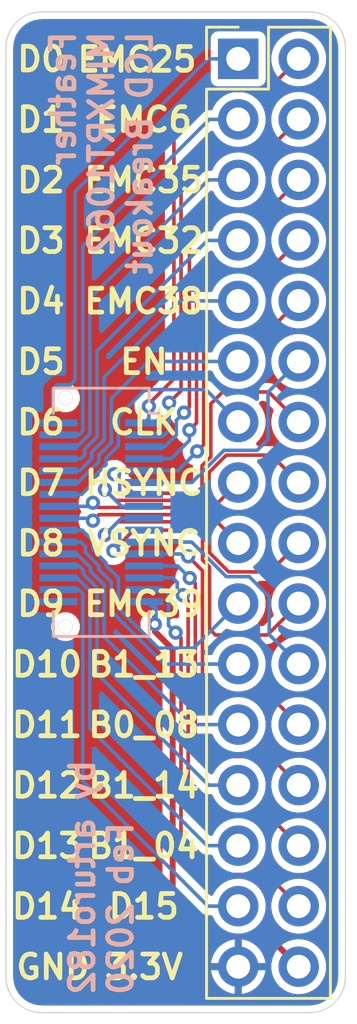
<source format=kicad_pcb>
(kicad_pcb (version 20200104) (host pcbnew "(5.99.0-861-ge93304566)")

  (general
    (thickness 1.6)
    (drawings 42)
    (tracks 266)
    (modules 2)
    (nets 33)
  )

  (page "A4")
  (layers
    (0 "F.Cu" signal)
    (31 "B.Cu" signal)
    (32 "B.Adhes" user)
    (33 "F.Adhes" user)
    (34 "B.Paste" user)
    (35 "F.Paste" user)
    (36 "B.SilkS" user)
    (37 "F.SilkS" user)
    (38 "B.Mask" user)
    (39 "F.Mask" user)
    (40 "Dwgs.User" user)
    (41 "Cmts.User" user)
    (42 "Eco1.User" user)
    (43 "Eco2.User" user)
    (44 "Edge.Cuts" user)
    (45 "Margin" user)
    (46 "B.CrtYd" user hide)
    (47 "F.CrtYd" user hide)
    (48 "B.Fab" user hide)
    (49 "F.Fab" user hide)
  )

  (setup
    (stackup
      (layer "F.SilkS" (type "Top Silk Screen"))
      (layer "F.Paste" (type "Top Solder Paste"))
      (layer "F.Mask" (type "Top Solder Mask") (color "Green") (thickness 0.01))
      (layer "F.Cu" (type "copper") (thickness 0.035))
      (layer "dielectric 1" (type "core") (thickness 1.51) (material "FR4") (epsilon_r 4.5) (loss_tangent 0.02))
      (layer "B.Cu" (type "copper") (thickness 0.035))
      (layer "B.Mask" (type "Bottom Solder Mask") (color "Green") (thickness 0.01))
      (layer "B.Paste" (type "Bottom Solder Paste"))
      (layer "B.SilkS" (type "Bottom Silk Screen"))
      (copper_finish "None")
      (dielectric_constraints no)
    )
    (last_trace_width 0.15)
    (trace_clearance 0.15)
    (zone_clearance 0.3)
    (zone_45_only no)
    (trace_min 0.15)
    (via_size 0.6)
    (via_drill 0.3)
    (via_min_size 0.4)
    (via_min_drill 0.3)
    (uvia_size 0.3)
    (uvia_drill 0.1)
    (uvias_allowed no)
    (uvia_min_size 0.2)
    (uvia_min_drill 0.1)
    (max_error 0.005)
    (defaults
      (edge_clearance 0.01)
      (edge_cuts_line_width 0.05)
      (courtyard_line_width 0.05)
      (copper_line_width 0.2)
      (copper_text_dims (size 1.5 1.5) (thickness 0.3))
      (silk_line_width 0.12)
      (silk_text_dims (size 1 1) (thickness 0.15))
      (other_layers_line_width 0.1)
      (other_layers_text_dims (size 1 1) (thickness 0.15))
      (dimension_units 0)
      (dimension_precision 1)
    )
    (pad_size 1.524 1.524)
    (pad_drill 0.762)
    (pad_to_mask_clearance 0.051)
    (solder_mask_min_width 0.25)
    (aux_axis_origin 0 0)
    (visible_elements 7FFFFFFF)
    (pcbplotparams
      (layerselection 0x010fc_ffffffff)
      (usegerberextensions true)
      (usegerberattributes false)
      (usegerberadvancedattributes false)
      (creategerberjobfile false)
      (excludeedgelayer true)
      (linewidth 0.100000)
      (plotframeref false)
      (viasonmask false)
      (mode 1)
      (useauxorigin false)
      (hpglpennumber 1)
      (hpglpenspeed 20)
      (hpglpendiameter 15.000000)
      (psnegative false)
      (psa4output false)
      (plotreference true)
      (plotvalue true)
      (plotinvisibletext false)
      (padsonsilk false)
      (subtractmaskfromsilk false)
      (outputformat 1)
      (mirror false)
      (drillshape 0)
      (scaleselection 1)
      (outputdirectory "gerb/")
    )
  )

  (net 0 "")
  (net 1 "GND")
  (net 2 "/LCD_D14")
  (net 3 "/LCD_D13")
  (net 4 "/LCD_D12")
  (net 5 "/LCD_D11")
  (net 6 "/LCD_D10")
  (net 7 "/LCD_D9")
  (net 8 "/LCD_D8")
  (net 9 "/LCD_D7")
  (net 10 "/LCD_D6")
  (net 11 "/LCD_D5")
  (net 12 "/LCD_D4")
  (net 13 "/LCD_D3")
  (net 14 "/LCD_D2")
  (net 15 "/LCD_D1")
  (net 16 "/LCD_D0")
  (net 17 "+3V3")
  (net 18 "/LCD_D15")
  (net 19 "/GPIO_B1_04")
  (net 20 "/GPIO_AD_B1_14")
  (net 21 "/GPIO_AD_B0_08")
  (net 22 "/GPIO_B1_13")
  (net 23 "/GPIO_EMC_39")
  (net 24 "/LCD_VSYNC")
  (net 25 "/LCD_HSYNC")
  (net 26 "/LCD_CLK")
  (net 27 "/LCD_EN")
  (net 28 "/GPIO_EMC_38")
  (net 29 "/GPIO_EMC_32")
  (net 30 "/GPIO_EMC_35")
  (net 31 "/GPIO_EMC_06")
  (net 32 "/GPIO_EMC_25")

  (net_class "Default" "This is the default net class."
    (clearance 0.15)
    (trace_width 0.15)
    (via_dia 0.6)
    (via_drill 0.3)
    (uvia_dia 0.3)
    (uvia_drill 0.1)
    (add_net "+3V3")
    (add_net "/GPIO_AD_B0_08")
    (add_net "/GPIO_AD_B1_14")
    (add_net "/GPIO_B1_04")
    (add_net "/GPIO_B1_13")
    (add_net "/GPIO_EMC_06")
    (add_net "/GPIO_EMC_25")
    (add_net "/GPIO_EMC_32")
    (add_net "/GPIO_EMC_35")
    (add_net "/GPIO_EMC_38")
    (add_net "/GPIO_EMC_39")
    (add_net "/LCD_CLK")
    (add_net "/LCD_D0")
    (add_net "/LCD_D1")
    (add_net "/LCD_D10")
    (add_net "/LCD_D11")
    (add_net "/LCD_D12")
    (add_net "/LCD_D13")
    (add_net "/LCD_D14")
    (add_net "/LCD_D15")
    (add_net "/LCD_D2")
    (add_net "/LCD_D3")
    (add_net "/LCD_D4")
    (add_net "/LCD_D5")
    (add_net "/LCD_D6")
    (add_net "/LCD_D7")
    (add_net "/LCD_D8")
    (add_net "/LCD_D9")
    (add_net "/LCD_EN")
    (add_net "/LCD_HSYNC")
    (add_net "/LCD_VSYNC")
    (add_net "GND")
  )

  (module "Connector_Hirose:Hirose_DF12_DF12E3.0-32DP-0.5V_2x16_P0.50mm_Vertical" (layer "B.Cu") (tedit 5D2467A2) (tstamp 5E51C28B)
    (at 175.25 97.5 -90)
    (descr "Hirose DF12E SMD, DF12E3.0-32DP-0.5V, 32 Pins per row (https://www.hirose.com/product/document?clcode=CL0537-0834-6-81&productname=DF12E(3.0)-50DP-0.5V(81)&series=DF12&documenttype=2DDrawing&lang=en&documentid=0000992393), generated with kicad-footprint-generator")
    (tags "connector Hirose DF12 vertical")
    (path "/5E136845")
    (attr smd)
    (fp_text reference "J5" (at 0 4.1 -90) (layer "B.SilkS") hide
      (effects (font (size 1 1) (thickness 0.15)) (justify mirror))
    )
    (fp_text value "Conn_Feather" (at 0 -4.1 -90) (layer "B.Fab")
      (effects (font (size 1 1) (thickness 0.15)) (justify mirror))
    )
    (fp_line (start -5.1 -1.9) (end -5.1 1.9) (layer "B.Fab") (width 0.1))
    (fp_line (start -5.1 1.9) (end 5.1 1.9) (layer "B.Fab") (width 0.1))
    (fp_line (start 5.1 1.9) (end 5.1 -1.9) (layer "B.Fab") (width 0.1))
    (fp_line (start 5.1 -1.9) (end -5.1 -1.9) (layer "B.Fab") (width 0.1))
    (fp_line (start -4.35 -1.225) (end -4.35 1.225) (layer "B.Fab") (width 0.1))
    (fp_line (start -4.35 1.225) (end 4.35 1.225) (layer "B.Fab") (width 0.1))
    (fp_line (start 4.35 1.225) (end 4.35 -1.225) (layer "B.Fab") (width 0.1))
    (fp_line (start 4.35 -1.225) (end -4.35 -1.225) (layer "B.Fab") (width 0.1))
    (fp_line (start -3.95 -2.65) (end -3.75 -1.8) (layer "B.Fab") (width 0.1))
    (fp_line (start -3.75 -1.8) (end -3.55 -2.65) (layer "B.Fab") (width 0.1))
    (fp_line (start -3.55 -2.65) (end -3.95 -2.65) (layer "B.Fab") (width 0.1))
    (fp_line (start -4.16 -2.433333) (end -4.16 -2.01) (layer "B.SilkS") (width 0.12))
    (fp_line (start -4.16 -2.01) (end -5.21 -2.01) (layer "B.SilkS") (width 0.12))
    (fp_line (start -5.21 -2.01) (end -5.21 2.01) (layer "B.SilkS") (width 0.12))
    (fp_line (start -5.21 2.01) (end -4.16 2.01) (layer "B.SilkS") (width 0.12))
    (fp_line (start 4.16 -2.01) (end 5.21 -2.01) (layer "B.SilkS") (width 0.12))
    (fp_line (start 5.21 -2.01) (end 5.21 2.01) (layer "B.SilkS") (width 0.12))
    (fp_line (start 5.21 2.01) (end 4.16 2.01) (layer "B.SilkS") (width 0.12))
    (fp_line (start -5.6 3.1) (end -5.6 -3.1) (layer "B.CrtYd") (width 0.05))
    (fp_line (start -5.6 -3.1) (end 5.6 -3.1) (layer "B.CrtYd") (width 0.05))
    (fp_line (start 5.6 -3.1) (end 5.6 3.1) (layer "B.CrtYd") (width 0.05))
    (fp_line (start 5.6 3.1) (end -5.6 3.1) (layer "B.CrtYd") (width 0.05))
    (fp_text user "%R" (at 0 1.2 -90) (layer "B.Fab")
      (effects (font (size 1 1) (thickness 0.15)) (justify mirror))
    )
    (pad "" smd rect (at 3.75 2 270) (size 0.28 1.2) (layers "B.Paste"))
    (pad "" smd rect (at 3.25 2 270) (size 0.28 1.2) (layers "B.Paste"))
    (pad "" smd rect (at 2.75 2 270) (size 0.28 1.2) (layers "B.Paste"))
    (pad "" smd rect (at 2.25 2 270) (size 0.28 1.2) (layers "B.Paste"))
    (pad "" smd rect (at 1.75 2 270) (size 0.28 1.2) (layers "B.Paste"))
    (pad "" smd rect (at 1.25 2 270) (size 0.28 1.2) (layers "B.Paste"))
    (pad "" smd rect (at 0.75 2 270) (size 0.28 1.2) (layers "B.Paste"))
    (pad "" smd rect (at 0.25 2 270) (size 0.28 1.2) (layers "B.Paste"))
    (pad "" smd rect (at -0.25 2 270) (size 0.28 1.2) (layers "B.Paste"))
    (pad "" smd rect (at -0.75 2 270) (size 0.28 1.2) (layers "B.Paste"))
    (pad "" smd rect (at -1.25 2 270) (size 0.28 1.2) (layers "B.Paste"))
    (pad "" smd rect (at -1.75 2 270) (size 0.28 1.2) (layers "B.Paste"))
    (pad "" smd rect (at -2.25 2 270) (size 0.28 1.2) (layers "B.Paste"))
    (pad "" smd rect (at -2.75 2 270) (size 0.28 1.2) (layers "B.Paste"))
    (pad "" smd rect (at -3.25 2 270) (size 0.28 1.2) (layers "B.Paste"))
    (pad "" smd rect (at -3.75 2 270) (size 0.28 1.2) (layers "B.Paste"))
    (pad "" smd rect (at 3.75 -2 270) (size 0.28 1.2) (layers "B.Paste"))
    (pad "" smd rect (at 3.25 -2 270) (size 0.28 1.2) (layers "B.Paste"))
    (pad "" smd rect (at 2.75 -2 270) (size 0.28 1.2) (layers "B.Paste"))
    (pad "" smd rect (at 2.25 -2 270) (size 0.28 1.2) (layers "B.Paste"))
    (pad "" smd rect (at 1.75 -2 270) (size 0.28 1.2) (layers "B.Paste"))
    (pad "" smd rect (at 1.25 -2 270) (size 0.28 1.2) (layers "B.Paste"))
    (pad "" smd rect (at 0.75 -2 270) (size 0.28 1.2) (layers "B.Paste"))
    (pad "" smd rect (at 0.25 -2 270) (size 0.28 1.2) (layers "B.Paste"))
    (pad "" smd rect (at -0.25 -2 270) (size 0.28 1.2) (layers "B.Paste"))
    (pad "" smd rect (at -0.75 -2 270) (size 0.28 1.2) (layers "B.Paste"))
    (pad "" smd rect (at -1.25 -2 270) (size 0.28 1.2) (layers "B.Paste"))
    (pad "" smd rect (at -1.75 -2 270) (size 0.28 1.2) (layers "B.Paste"))
    (pad "" smd rect (at -2.25 -2 270) (size 0.28 1.2) (layers "B.Paste"))
    (pad "" smd rect (at -2.75 -2 270) (size 0.28 1.2) (layers "B.Paste"))
    (pad "" smd rect (at -3.25 -2 270) (size 0.28 1.2) (layers "B.Paste"))
    (pad "" smd rect (at -3.75 -2 270) (size 0.28 1.2) (layers "B.Paste"))
    (pad "32" smd rect (at 3.75 1.8 270) (size 0.3 1.6) (layers "B.Cu" "B.Mask")
      (net 1 "GND"))
    (pad "31" smd rect (at 3.25 1.8 270) (size 0.3 1.6) (layers "B.Cu" "B.Mask")
      (net 2 "/LCD_D14"))
    (pad "30" smd rect (at 2.75 1.8 270) (size 0.3 1.6) (layers "B.Cu" "B.Mask")
      (net 3 "/LCD_D13"))
    (pad "29" smd rect (at 2.25 1.8 270) (size 0.3 1.6) (layers "B.Cu" "B.Mask")
      (net 4 "/LCD_D12"))
    (pad "28" smd rect (at 1.75 1.8 270) (size 0.3 1.6) (layers "B.Cu" "B.Mask")
      (net 5 "/LCD_D11"))
    (pad "27" smd rect (at 1.25 1.8 270) (size 0.3 1.6) (layers "B.Cu" "B.Mask")
      (net 6 "/LCD_D10"))
    (pad "26" smd rect (at 0.75 1.8 270) (size 0.3 1.6) (layers "B.Cu" "B.Mask")
      (net 7 "/LCD_D9"))
    (pad "25" smd rect (at 0.25 1.8 270) (size 0.3 1.6) (layers "B.Cu" "B.Mask")
      (net 8 "/LCD_D8"))
    (pad "24" smd rect (at -0.25 1.8 270) (size 0.3 1.6) (layers "B.Cu" "B.Mask")
      (net 9 "/LCD_D7"))
    (pad "23" smd rect (at -0.75 1.8 270) (size 0.3 1.6) (layers "B.Cu" "B.Mask")
      (net 10 "/LCD_D6"))
    (pad "22" smd rect (at -1.25 1.8 270) (size 0.3 1.6) (layers "B.Cu" "B.Mask")
      (net 11 "/LCD_D5"))
    (pad "21" smd rect (at -1.75 1.8 270) (size 0.3 1.6) (layers "B.Cu" "B.Mask")
      (net 12 "/LCD_D4"))
    (pad "20" smd rect (at -2.25 1.8 270) (size 0.3 1.6) (layers "B.Cu" "B.Mask")
      (net 13 "/LCD_D3"))
    (pad "19" smd rect (at -2.75 1.8 270) (size 0.3 1.6) (layers "B.Cu" "B.Mask")
      (net 14 "/LCD_D2"))
    (pad "18" smd rect (at -3.25 1.8 270) (size 0.3 1.6) (layers "B.Cu" "B.Mask")
      (net 15 "/LCD_D1"))
    (pad "17" smd rect (at -3.75 1.8 270) (size 0.3 1.6) (layers "B.Cu" "B.Mask")
      (net 16 "/LCD_D0"))
    (pad "16" smd rect (at 3.75 -1.8 270) (size 0.3 1.6) (layers "B.Cu" "B.Mask")
      (net 17 "+3V3"))
    (pad "15" smd rect (at 3.25 -1.8 270) (size 0.3 1.6) (layers "B.Cu" "B.Mask")
      (net 18 "/LCD_D15"))
    (pad "14" smd rect (at 2.75 -1.8 270) (size 0.3 1.6) (layers "B.Cu" "B.Mask")
      (net 19 "/GPIO_B1_04"))
    (pad "13" smd rect (at 2.25 -1.8 270) (size 0.3 1.6) (layers "B.Cu" "B.Mask")
      (net 20 "/GPIO_AD_B1_14"))
    (pad "12" smd rect (at 1.75 -1.8 270) (size 0.3 1.6) (layers "B.Cu" "B.Mask")
      (net 21 "/GPIO_AD_B0_08"))
    (pad "11" smd rect (at 1.25 -1.8 270) (size 0.3 1.6) (layers "B.Cu" "B.Mask")
      (net 22 "/GPIO_B1_13"))
    (pad "10" smd rect (at 0.75 -1.8 270) (size 0.3 1.6) (layers "B.Cu" "B.Mask")
      (net 23 "/GPIO_EMC_39"))
    (pad "9" smd rect (at 0.25 -1.8 270) (size 0.3 1.6) (layers "B.Cu" "B.Mask")
      (net 24 "/LCD_VSYNC"))
    (pad "8" smd rect (at -0.25 -1.8 270) (size 0.3 1.6) (layers "B.Cu" "B.Mask")
      (net 25 "/LCD_HSYNC"))
    (pad "7" smd rect (at -0.75 -1.8 270) (size 0.3 1.6) (layers "B.Cu" "B.Mask")
      (net 26 "/LCD_CLK"))
    (pad "6" smd rect (at -1.25 -1.8 270) (size 0.3 1.6) (layers "B.Cu" "B.Mask")
      (net 27 "/LCD_EN"))
    (pad "5" smd rect (at -1.75 -1.8 270) (size 0.3 1.6) (layers "B.Cu" "B.Mask")
      (net 28 "/GPIO_EMC_38"))
    (pad "4" smd rect (at -2.25 -1.8 270) (size 0.3 1.6) (layers "B.Cu" "B.Mask")
      (net 29 "/GPIO_EMC_32"))
    (pad "3" smd rect (at -2.75 -1.8 270) (size 0.3 1.6) (layers "B.Cu" "B.Mask")
      (net 30 "/GPIO_EMC_35"))
    (pad "2" smd rect (at -3.25 -1.8 270) (size 0.3 1.6) (layers "B.Cu" "B.Mask")
      (net 31 "/GPIO_EMC_06"))
    (pad "1" smd rect (at -3.75 -1.8 270) (size 0.3 1.6) (layers "B.Cu" "B.Mask")
      (net 32 "/GPIO_EMC_25"))
  )

  (module "Connector_PinHeader_2.54mm:PinHeader_2x16_P2.54mm_Vertical" (layer "F.Cu") (tedit 59FED5CC) (tstamp 5E5194F8)
    (at 181 78.47)
    (descr "Through hole straight pin header, 2x16, 2.54mm pitch, double rows")
    (tags "Through hole pin header THT 2x16 2.54mm double row")
    (path "/5E519BDE")
    (fp_text reference "J1" (at 1.27 -2.33) (layer "F.SilkS") hide
      (effects (font (size 1 1) (thickness 0.15)))
    )
    (fp_text value "Conn_Header" (at 1.27 40.43) (layer "F.Fab")
      (effects (font (size 1 1) (thickness 0.15)))
    )
    (fp_line (start 0 -1.27) (end 3.81 -1.27) (layer "F.Fab") (width 0.1))
    (fp_line (start 3.81 -1.27) (end 3.81 39.37) (layer "F.Fab") (width 0.1))
    (fp_line (start 3.81 39.37) (end -1.27 39.37) (layer "F.Fab") (width 0.1))
    (fp_line (start -1.27 39.37) (end -1.27 0) (layer "F.Fab") (width 0.1))
    (fp_line (start -1.27 0) (end 0 -1.27) (layer "F.Fab") (width 0.1))
    (fp_line (start -1.33 39.43) (end 3.87 39.43) (layer "F.SilkS") (width 0.12))
    (fp_line (start -1.33 1.27) (end -1.33 39.43) (layer "F.SilkS") (width 0.12))
    (fp_line (start 3.87 -1.33) (end 3.87 39.43) (layer "F.SilkS") (width 0.12))
    (fp_line (start -1.33 1.27) (end 1.27 1.27) (layer "F.SilkS") (width 0.12))
    (fp_line (start 1.27 1.27) (end 1.27 -1.33) (layer "F.SilkS") (width 0.12))
    (fp_line (start 1.27 -1.33) (end 3.87 -1.33) (layer "F.SilkS") (width 0.12))
    (fp_line (start -1.33 0) (end -1.33 -1.33) (layer "F.SilkS") (width 0.12))
    (fp_line (start -1.33 -1.33) (end 0 -1.33) (layer "F.SilkS") (width 0.12))
    (fp_line (start -1.8 -1.8) (end -1.8 39.9) (layer "F.CrtYd") (width 0.05))
    (fp_line (start -1.8 39.9) (end 4.35 39.9) (layer "F.CrtYd") (width 0.05))
    (fp_line (start 4.35 39.9) (end 4.35 -1.8) (layer "F.CrtYd") (width 0.05))
    (fp_line (start 4.35 -1.8) (end -1.8 -1.8) (layer "F.CrtYd") (width 0.05))
    (fp_text user "%R" (at 1.27 19.05 90) (layer "F.Fab")
      (effects (font (size 1 1) (thickness 0.15)))
    )
    (pad "32" thru_hole oval (at 2.54 38.1) (size 1.7 1.7) (drill 1) (layers *.Cu *.Mask)
      (net 17 "+3V3"))
    (pad "31" thru_hole oval (at 0 38.1) (size 1.7 1.7) (drill 1) (layers *.Cu *.Mask)
      (net 1 "GND"))
    (pad "30" thru_hole oval (at 2.54 35.56) (size 1.7 1.7) (drill 1) (layers *.Cu *.Mask)
      (net 18 "/LCD_D15"))
    (pad "29" thru_hole oval (at 0 35.56) (size 1.7 1.7) (drill 1) (layers *.Cu *.Mask)
      (net 2 "/LCD_D14"))
    (pad "28" thru_hole oval (at 2.54 33.02) (size 1.7 1.7) (drill 1) (layers *.Cu *.Mask)
      (net 19 "/GPIO_B1_04"))
    (pad "27" thru_hole oval (at 0 33.02) (size 1.7 1.7) (drill 1) (layers *.Cu *.Mask)
      (net 3 "/LCD_D13"))
    (pad "26" thru_hole oval (at 2.54 30.48) (size 1.7 1.7) (drill 1) (layers *.Cu *.Mask)
      (net 20 "/GPIO_AD_B1_14"))
    (pad "25" thru_hole oval (at 0 30.48) (size 1.7 1.7) (drill 1) (layers *.Cu *.Mask)
      (net 4 "/LCD_D12"))
    (pad "24" thru_hole oval (at 2.54 27.94) (size 1.7 1.7) (drill 1) (layers *.Cu *.Mask)
      (net 21 "/GPIO_AD_B0_08"))
    (pad "23" thru_hole oval (at 0 27.94) (size 1.7 1.7) (drill 1) (layers *.Cu *.Mask)
      (net 5 "/LCD_D11"))
    (pad "22" thru_hole oval (at 2.54 25.4) (size 1.7 1.7) (drill 1) (layers *.Cu *.Mask)
      (net 22 "/GPIO_B1_13"))
    (pad "21" thru_hole oval (at 0 25.4) (size 1.7 1.7) (drill 1) (layers *.Cu *.Mask)
      (net 6 "/LCD_D10"))
    (pad "20" thru_hole oval (at 2.54 22.86) (size 1.7 1.7) (drill 1) (layers *.Cu *.Mask)
      (net 23 "/GPIO_EMC_39"))
    (pad "19" thru_hole oval (at 0 22.86) (size 1.7 1.7) (drill 1) (layers *.Cu *.Mask)
      (net 7 "/LCD_D9"))
    (pad "18" thru_hole oval (at 2.54 20.32) (size 1.7 1.7) (drill 1) (layers *.Cu *.Mask)
      (net 24 "/LCD_VSYNC"))
    (pad "17" thru_hole oval (at 0 20.32) (size 1.7 1.7) (drill 1) (layers *.Cu *.Mask)
      (net 8 "/LCD_D8"))
    (pad "16" thru_hole oval (at 2.54 17.78) (size 1.7 1.7) (drill 1) (layers *.Cu *.Mask)
      (net 25 "/LCD_HSYNC"))
    (pad "15" thru_hole oval (at 0 17.78) (size 1.7 1.7) (drill 1) (layers *.Cu *.Mask)
      (net 9 "/LCD_D7"))
    (pad "14" thru_hole oval (at 2.54 15.24) (size 1.7 1.7) (drill 1) (layers *.Cu *.Mask)
      (net 26 "/LCD_CLK"))
    (pad "13" thru_hole oval (at 0 15.24) (size 1.7 1.7) (drill 1) (layers *.Cu *.Mask)
      (net 10 "/LCD_D6"))
    (pad "12" thru_hole oval (at 2.54 12.7) (size 1.7 1.7) (drill 1) (layers *.Cu *.Mask)
      (net 27 "/LCD_EN"))
    (pad "11" thru_hole oval (at 0 12.7) (size 1.7 1.7) (drill 1) (layers *.Cu *.Mask)
      (net 11 "/LCD_D5"))
    (pad "10" thru_hole oval (at 2.54 10.16) (size 1.7 1.7) (drill 1) (layers *.Cu *.Mask)
      (net 28 "/GPIO_EMC_38"))
    (pad "9" thru_hole oval (at 0 10.16) (size 1.7 1.7) (drill 1) (layers *.Cu *.Mask)
      (net 12 "/LCD_D4"))
    (pad "8" thru_hole oval (at 2.54 7.62) (size 1.7 1.7) (drill 1) (layers *.Cu *.Mask)
      (net 29 "/GPIO_EMC_32"))
    (pad "7" thru_hole oval (at 0 7.62) (size 1.7 1.7) (drill 1) (layers *.Cu *.Mask)
      (net 13 "/LCD_D3"))
    (pad "6" thru_hole oval (at 2.54 5.08) (size 1.7 1.7) (drill 1) (layers *.Cu *.Mask)
      (net 30 "/GPIO_EMC_35"))
    (pad "5" thru_hole oval (at 0 5.08) (size 1.7 1.7) (drill 1) (layers *.Cu *.Mask)
      (net 14 "/LCD_D2"))
    (pad "4" thru_hole oval (at 2.54 2.54) (size 1.7 1.7) (drill 1) (layers *.Cu *.Mask)
      (net 31 "/GPIO_EMC_06"))
    (pad "3" thru_hole oval (at 0 2.54) (size 1.7 1.7) (drill 1) (layers *.Cu *.Mask)
      (net 15 "/LCD_D1"))
    (pad "2" thru_hole oval (at 2.54 0) (size 1.7 1.7) (drill 1) (layers *.Cu *.Mask)
      (net 32 "/GPIO_EMC_25"))
    (pad "1" thru_hole rect (at 0 0) (size 1.7 1.7) (drill 1) (layers *.Cu *.Mask)
      (net 16 "/LCD_D0"))
    (model "${KISYS3DMOD}/Connector_PinHeader_2.54mm.3dshapes/PinHeader_2x16_P2.54mm_Vertical.wrl"
      (at (xyz 0 0 0))
      (scale (xyz 1 1 1))
      (rotate (xyz 0 0 0))
    )
  )

  (gr_text "by arturo182\nFeb 2020" (at 175.26 117.856 90) (layer "B.SilkS") (tstamp 5E51BCAC)
    (effects (font (size 1 1) (thickness 0.2)) (justify right mirror))
  )
  (gr_text "Feather\nMIMXRT1062\nLCD Breakout" (at 175.26 77.216 90) (layer "B.SilkS") (tstamp 5E51BC27)
    (effects (font (size 1 1) (thickness 0.2)) (justify left mirror))
  )
  (gr_text "EMC38" (at 177.038 88.646) (layer "F.SilkS") (tstamp 5E51B8DD)
    (effects (font (size 1 1) (thickness 0.2)))
  )
  (gr_text "HSYNC" (at 177.038 96.266) (layer "F.SilkS") (tstamp 5E51B8DC)
    (effects (font (size 1 1) (thickness 0.2)))
  )
  (gr_text "B1_13" (at 177.038 103.886) (layer "F.SilkS") (tstamp 5E51B8DB)
    (effects (font (size 1 1) (thickness 0.2)))
  )
  (gr_text "EMC39" (at 177.038 101.346) (layer "F.SilkS") (tstamp 5E51B8DA)
    (effects (font (size 1 1) (thickness 0.2)))
  )
  (gr_text "EMC35" (at 177.038 83.566) (layer "F.SilkS") (tstamp 5E51B8D9)
    (effects (font (size 1 1) (thickness 0.2)))
  )
  (gr_text "EMC6" (at 177.038 81.026) (layer "F.SilkS") (tstamp 5E51B8D8)
    (effects (font (size 1 1) (thickness 0.2)))
  )
  (gr_text "EMC32" (at 177.038 86.106) (layer "F.SilkS") (tstamp 5E51B8D7)
    (effects (font (size 1 1) (thickness 0.2)))
  )
  (gr_text "VSYNC" (at 177.038 98.806) (layer "F.SilkS") (tstamp 5E51B8D6)
    (effects (font (size 1 1) (thickness 0.2)))
  )
  (gr_text "CLK" (at 177.038 93.726) (layer "F.SilkS") (tstamp 5E51B8D5)
    (effects (font (size 1 1) (thickness 0.2)))
  )
  (gr_text "EN" (at 177.038 91.186) (layer "F.SilkS") (tstamp 5E51B8D4)
    (effects (font (size 1 1) (thickness 0.2)))
  )
  (gr_text "3.3V" (at 177.038 116.586) (layer "F.SilkS") (tstamp 5E51B8D3)
    (effects (font (size 1 1) (thickness 0.2)))
  )
  (gr_text "D15" (at 177.038 114.046) (layer "F.SilkS") (tstamp 5E51B8D2)
    (effects (font (size 1 1) (thickness 0.2)))
  )
  (gr_text "B0_08" (at 177.038 106.426) (layer "F.SilkS") (tstamp 5E51B8D1)
    (effects (font (size 1 1) (thickness 0.2)))
  )
  (gr_text "B1_04" (at 177.038 111.506) (layer "F.SilkS") (tstamp 5E51B8D0)
    (effects (font (size 1 1) (thickness 0.2)))
  )
  (gr_text "B1_14" (at 177.038 108.966) (layer "F.SilkS") (tstamp 5E51B8CF)
    (effects (font (size 1 1) (thickness 0.2)))
  )
  (gr_text "GND" (at 173.228 116.586) (layer "F.SilkS") (tstamp 5E51B754)
    (effects (font (size 1 1) (thickness 0.2)))
  )
  (gr_text "D14" (at 172.974 114.046) (layer "F.SilkS") (tstamp 5E51B752)
    (effects (font (size 1 1) (thickness 0.2)))
  )
  (gr_text "D13" (at 172.974 111.506) (layer "F.SilkS") (tstamp 5E51B750)
    (effects (font (size 1 1) (thickness 0.2)))
  )
  (gr_text "D12" (at 172.974 108.966) (layer "F.SilkS") (tstamp 5E51B74E)
    (effects (font (size 1 1) (thickness 0.2)))
  )
  (gr_text "D11" (at 172.974 106.426) (layer "F.SilkS") (tstamp 5E51B74C)
    (effects (font (size 1 1) (thickness 0.2)))
  )
  (gr_text "D10" (at 172.974 103.886) (layer "F.SilkS") (tstamp 5E51B74A)
    (effects (font (size 1 1) (thickness 0.2)))
  )
  (gr_text "D9" (at 172.72 101.346) (layer "F.SilkS") (tstamp 5E51B748)
    (effects (font (size 1 1) (thickness 0.2)))
  )
  (gr_text "D8" (at 172.72 98.806) (layer "F.SilkS") (tstamp 5E51B49D)
    (effects (font (size 1 1) (thickness 0.2)))
  )
  (gr_text "D6" (at 172.72 93.726) (layer "F.SilkS") (tstamp 5E51B49C)
    (effects (font (size 1 1) (thickness 0.2)))
  )
  (gr_text "D5" (at 172.72 91.186) (layer "F.SilkS") (tstamp 5E51B49B)
    (effects (font (size 1 1) (thickness 0.2)))
  )
  (gr_text "D7" (at 172.72 96.266) (layer "F.SilkS") (tstamp 5E51B49A)
    (effects (font (size 1 1) (thickness 0.2)))
  )
  (gr_text "D4" (at 172.72 88.646) (layer "F.SilkS") (tstamp 5E51B495)
    (effects (font (size 1 1) (thickness 0.2)))
  )
  (gr_text "D3" (at 172.72 86.106) (layer "F.SilkS") (tstamp 5E51B494)
    (effects (font (size 1 1) (thickness 0.2)))
  )
  (gr_text "D2" (at 172.72 83.566) (layer "F.SilkS") (tstamp 5E51B62C)
    (effects (font (size 1 1) (thickness 0.2)))
  )
  (gr_text "D1" (at 172.72 81.026) (layer "F.SilkS") (tstamp 5E51B48C)
    (effects (font (size 1 1) (thickness 0.2)))
  )
  (gr_text "EMC25" (at 176.75 78.5) (layer "F.SilkS")
    (effects (font (size 1 1) (thickness 0.2)))
  )
  (gr_text "D0" (at 172.72 78.486) (layer "F.SilkS")
    (effects (font (size 1 1) (thickness 0.2)))
  )
  (gr_arc (start 184 117) (end 184 118.5) (angle -90) (layer "Edge.Cuts") (width 0.05) (tstamp 5E51B3F1))
  (gr_arc (start 172.75 117) (end 171.25 117) (angle -90) (layer "Edge.Cuts") (width 0.05) (tstamp 5E51B3F0))
  (gr_arc (start 172.75 78) (end 172.75 76.5) (angle -90) (layer "Edge.Cuts") (width 0.05) (tstamp 5E51B3B0))
  (gr_arc (start 184 78) (end 185.5 78) (angle -90) (layer "Edge.Cuts") (width 0.05))
  (gr_line (start 172.75 76.5) (end 184 76.5) (layer "Edge.Cuts") (width 0.05))
  (gr_line (start 171.25 117) (end 171.25 78) (layer "Edge.Cuts") (width 0.05))
  (gr_line (start 184 118.5) (end 172.75 118.5) (layer "Edge.Cuts") (width 0.05))
  (gr_line (start 185.5 78) (end 185.5 117) (layer "Edge.Cuts") (width 0.05))

  (via (at 173.75 102.3) (size 0.6) (drill 0.59) (layers "F.Cu" "B.Cu") (net 0) (tstamp 5E51D3BF))
  (via (at 173.75 92.7) (size 0.6) (drill 0.59) (layers "F.Cu" "B.Cu") (net 0))
  (segment (start 173.4 92.15) (end 173.95 92.15) (width 0.15) (layer "B.Cu") (net 16))
  (segment (start 173.4 93.75) (end 173.2 93.55) (width 0.15) (layer "B.Cu") (net 16))
  (segment (start 179.73 78.47) (end 180.25 78.47) (width 0.15) (layer "B.Cu") (net 16))
  (segment (start 173.2 93.55) (end 173.2 92.35) (width 0.15) (layer "B.Cu") (net 16))
  (segment (start 173.95 92.15) (end 174.15 91.95) (width 0.15) (layer "B.Cu") (net 16))
  (segment (start 173.45 93.75) (end 173.4 93.75) (width 0.15) (layer "B.Cu") (net 16))
  (segment (start 174.15 84.05) (end 179.73 78.47) (width 0.15) (layer "B.Cu") (net 16))
  (segment (start 173.2 92.35) (end 173.4 92.15) (width 0.15) (layer "B.Cu") (net 16))
  (segment (start 174.15 91.95) (end 174.15 84.05) (width 0.15) (layer "B.Cu") (net 16))
  (segment (start 179.9 115.3) (end 182.27 115.3) (width 0.25) (layer "F.Cu") (net 17))
  (segment (start 178.24756 103.24756) (end 178.24756 113.64756) (width 0.25) (layer "F.Cu") (net 17))
  (segment (start 178.24756 113.64756) (end 179.9 115.3) (width 0.25) (layer "F.Cu") (net 17))
  (segment (start 177.5 102.2) (end 177.5 102.5) (width 0.25) (layer "F.Cu") (net 17))
  (segment (start 182.27 115.3) (end 183.54 116.57) (width 0.25) (layer "F.Cu") (net 17))
  (segment (start 177.5 102.5) (end 178.24756 103.24756) (width 0.25) (layer "F.Cu") (net 17))
  (segment (start 174.5025 99.947501) (end 174.5025 100.09894) (width 0.15) (layer "B.Cu") (net 4))
  (segment (start 173.45 99.75) (end 174.305 99.75) (width 0.15) (layer "B.Cu") (net 4))
  (segment (start 175.075023 100.671463) (end 175.075023 104.275023) (width 0.15) (layer "B.Cu") (net 4))
  (segment (start 174.5025 100.09894) (end 175.075023 100.671463) (width 0.15) (layer "B.Cu") (net 4))
  (segment (start 174.305 99.75) (end 174.5025 99.947501) (width 0.15) (layer "B.Cu") (net 4))
  (segment (start 175.075023 104.275023) (end 179.75 108.95) (width 0.15) (layer "B.Cu") (net 4))
  (segment (start 179.75 108.95) (end 180.25 108.95) (width 0.15) (layer "B.Cu") (net 4))
  (segment (start 174.22928 100.25) (end 174.775012 100.795732) (width 0.15) (layer "B.Cu") (net 3))
  (segment (start 179.69 111.49) (end 180.25 111.49) (width 0.15) (layer "B.Cu") (net 3))
  (segment (start 173.45 100.25) (end 174.22928 100.25) (width 0.15) (layer "B.Cu") (net 3))
  (segment (start 174.775012 100.795732) (end 174.775012 106.575012) (width 0.15) (layer "B.Cu") (net 3))
  (segment (start 174.775012 106.575012) (end 179.69 111.49) (width 0.15) (layer "B.Cu") (net 3))
  (segment (start 174.305002 100.75) (end 174.475001 100.919999) (width 0.15) (layer "B.Cu") (net 2))
  (segment (start 173.45 100.75) (end 174.305002 100.75) (width 0.15) (layer "B.Cu") (net 2))
  (segment (start 174.475001 100.919999) (end 174.475001 108.775001) (width 0.15) (layer "B.Cu") (net 2))
  (segment (start 179.73 114.03) (end 181 114.03) (width 0.15) (layer "B.Cu") (net 2))
  (segment (start 174.475001 108.775001) (end 179.73 114.03) (width 0.15) (layer "B.Cu") (net 2))
  (segment (start 178.59757 102.77499) (end 178.59757 111.49757) (width 0.15) (layer "F.Cu") (net 18))
  (segment (start 178.37258 102.55) (end 178.59757 102.77499) (width 0.15) (layer "F.Cu") (net 18))
  (segment (start 178.59757 111.49757) (end 179.8 112.7) (width 0.15) (layer "F.Cu") (net 18))
  (segment (start 179.8 112.7) (end 182.21 112.7) (width 0.15) (layer "F.Cu") (net 18))
  (segment (start 182.21 112.7) (end 183.54 114.03) (width 0.15) (layer "F.Cu") (net 18))
  (segment (start 178.89758 101.202229) (end 178.89758 109.29758) (width 0.15) (layer "F.Cu") (net 19))
  (segment (start 182.25 110.2) (end 183.54 111.49) (width 0.15) (layer "F.Cu") (net 19))
  (segment (start 178.67259 100.977239) (end 178.89758 101.202229) (width 0.15) (layer "F.Cu") (net 19))
  (segment (start 179.8 110.2) (end 182.25 110.2) (width 0.15) (layer "F.Cu") (net 19))
  (segment (start 178.89758 109.29758) (end 179.8 110.2) (width 0.15) (layer "F.Cu") (net 19))
  (segment (start 182.34 107.75) (end 179.75 107.75) (width 0.15) (layer "F.Cu") (net 20))
  (segment (start 179.75 107.75) (end 179.19759 107.19759) (width 0.15) (layer "F.Cu") (net 20))
  (segment (start 183.54 108.95) (end 182.34 107.75) (width 0.15) (layer "F.Cu") (net 20))
  (segment (start 179.19759 100.490054) (end 178.965068 100.257532) (width 0.15) (layer "F.Cu") (net 20))
  (segment (start 179.19759 107.19759) (end 179.19759 100.490054) (width 0.15) (layer "F.Cu") (net 20))
  (segment (start 182.23 105.1) (end 179.7 105.1) (width 0.15) (layer "F.Cu") (net 21))
  (segment (start 183.54 106.41) (end 182.23 105.1) (width 0.15) (layer "F.Cu") (net 21))
  (segment (start 179.4976 104.8976) (end 179.4976 99.9476) (width 0.15) (layer "F.Cu") (net 21))
  (segment (start 179.7 105.1) (end 179.4976 104.8976) (width 0.15) (layer "F.Cu") (net 21))
  (segment (start 179.4976 99.9476) (end 178.9 99.35) (width 0.15) (layer "F.Cu") (net 21))
  (segment (start 177.05 100.25) (end 178.25 100.25) (width 0.15) (layer "B.Cu") (net 19))
  (segment (start 178.25 100.25) (end 178.440067 100.440067) (width 0.15) (layer "B.Cu") (net 19))
  (segment (start 178.440067 100.440067) (end 178.440067 100.744716) (width 0.15) (layer "B.Cu") (net 19))
  (segment (start 178.440067 100.744716) (end 178.67259 100.977239) (width 0.15) (layer "B.Cu") (net 19))
  (segment (start 177.25 101.25) (end 177.5 101.5) (width 0.25) (layer "B.Cu") (net 17))
  (segment (start 177.05 101.25) (end 177.25 101.25) (width 0.25) (layer "B.Cu") (net 17))
  (segment (start 177.5 101.5) (end 177.5 102.2) (width 0.25) (layer "B.Cu") (net 17))
  (segment (start 182.3 101.038998) (end 182.3 102.63) (width 0.15) (layer "B.Cu") (net 22))
  (segment (start 180.5 100.2) (end 181.461002 100.2) (width 0.15) (layer "B.Cu") (net 22))
  (segment (start 181.461002 100.2) (end 182.3 101.038998) (width 0.15) (layer "B.Cu") (net 22))
  (segment (start 182.3 102.63) (end 183.54 103.87) (width 0.15) (layer "B.Cu") (net 22))
  (segment (start 177.05 98.75) (end 179.05 98.75) (width 0.15) (layer "B.Cu") (net 22))
  (segment (start 179.05 98.75) (end 180.5 100.2) (width 0.15) (layer "B.Cu") (net 22))
  (segment (start 179.800001 99.200001) (end 180.6 100) (width 0.15) (layer "F.Cu") (net 24))
  (segment (start 179.30001 97.90001) (end 179.800001 98.4) (width 0.15) (layer "F.Cu") (net 24))
  (segment (start 175.94999 97.90001) (end 179.30001 97.90001) (width 0.15) (layer "F.Cu") (net 24))
  (segment (start 179.800001 98.4) (end 179.800001 99.200001) (width 0.15) (layer "F.Cu") (net 24))
  (segment (start 175.4 98.45) (end 175.94999 97.90001) (width 0.15) (layer "F.Cu") (net 24))
  (segment (start 180.6 100) (end 182.33 100) (width 0.15) (layer "F.Cu") (net 24))
  (segment (start 182.33 100) (end 183.54 98.79) (width 0.15) (layer "F.Cu") (net 24))
  (segment (start 178.8 99.25) (end 178.9 99.35) (width 0.15) (layer "B.Cu") (net 21))
  (segment (start 177.05 99.25) (end 178.8 99.25) (width 0.15) (layer "B.Cu") (net 21))
  (via (at 178.9 99.35) (size 0.6) (drill 0.3) (layers "F.Cu" "B.Cu") (net 21))
  (segment (start 179.49999 98.524268) (end 179.49999 99.49999) (width 0.15) (layer "F.Cu") (net 23))
  (segment (start 176.61593 98.25) (end 179.225722 98.25) (width 0.15) (layer "F.Cu") (net 23))
  (segment (start 182.22 102.65) (end 183.54 101.33) (width 0.15) (layer "F.Cu") (net 23))
  (segment (start 179.225722 98.25) (end 179.49999 98.524268) (width 0.15) (layer "F.Cu") (net 23))
  (segment (start 175.755575 99.110355) (end 176.61593 98.25) (width 0.15) (layer "F.Cu") (net 23))
  (segment (start 179.49999 99.49999) (end 179.79761 99.79761) (width 0.15) (layer "F.Cu") (net 23))
  (segment (start 179.79761 99.79761) (end 179.79761 102.40239) (width 0.15) (layer "F.Cu") (net 23))
  (segment (start 179.79761 102.40239) (end 180.04522 102.65) (width 0.15) (layer "F.Cu") (net 23))
  (segment (start 180.04522 102.65) (end 182.22 102.65) (width 0.15) (layer "F.Cu") (net 23))
  (segment (start 179.779499 96.570501) (end 179.35 97) (width 0.15) (layer "F.Cu") (net 25))
  (segment (start 179.779499 95.820501) (end 179.779499 96.570501) (width 0.15) (layer "F.Cu") (net 25))
  (segment (start 180.5 95.1) (end 179.779499 95.820501) (width 0.15) (layer "F.Cu") (net 25))
  (segment (start 183.54 96.25) (end 182.39 95.1) (width 0.15) (layer "F.Cu") (net 25))
  (segment (start 182.39 95.1) (end 180.5 95.1) (width 0.15) (layer "F.Cu") (net 25))
  (segment (start 179.35 97) (end 175.859462 97) (width 0.15) (layer "F.Cu") (net 25))
  (segment (start 175.859462 97) (end 175.404506 96.545044) (width 0.15) (layer "F.Cu") (net 25))
  (segment (start 181.791 94.9) (end 182.25 94.441) (width 0.15) (layer "B.Cu") (net 27))
  (segment (start 179.05 96.25) (end 180.4 94.9) (width 0.15) (layer "B.Cu") (net 27))
  (segment (start 180.4 94.9) (end 181.791 94.9) (width 0.15) (layer "B.Cu") (net 27))
  (segment (start 182.25 94.441) (end 182.25 92.46) (width 0.15) (layer "B.Cu") (net 27))
  (segment (start 177.05 96.25) (end 179.05 96.25) (width 0.15) (layer "B.Cu") (net 27))
  (segment (start 182.25 92.46) (end 183.54 91.17) (width 0.15) (layer "B.Cu") (net 27))
  (segment (start 175.675044 94.577071) (end 175.675044 92.724956) (width 0.15) (layer "B.Cu") (net 11))
  (segment (start 174.275722 96.25) (end 175.150018 95.375704) (width 0.15) (layer "B.Cu") (net 11))
  (segment (start 175.150018 95.102096) (end 175.675044 94.577071) (width 0.15) (layer "B.Cu") (net 11))
  (segment (start 175.150018 95.375704) (end 175.150018 95.102096) (width 0.15) (layer "B.Cu") (net 11))
  (segment (start 173.45 96.25) (end 174.275722 96.25) (width 0.15) (layer "B.Cu") (net 11))
  (segment (start 175.675044 92.724956) (end 177.23 91.17) (width 0.15) (layer "B.Cu") (net 11))
  (segment (start 177.23 91.17) (end 178.03 91.17) (width 0.15) (layer "B.Cu") (net 11))
  (segment (start 178.03 91.17) (end 181 91.17) (width 0.15) (layer "B.Cu") (net 11))
  (segment (start 175.375034 94.452802) (end 175.375034 91.824966) (width 0.15) (layer "B.Cu") (net 12))
  (segment (start 175.375034 91.824966) (end 178.57 88.63) (width 0.15) (layer "B.Cu") (net 12))
  (segment (start 174.850007 95.251436) (end 174.850008 94.977827) (width 0.15) (layer "B.Cu") (net 12))
  (segment (start 178.57 88.63) (end 179.797919 88.63) (width 0.15) (layer "B.Cu") (net 12))
  (segment (start 174.850008 94.977827) (end 175.375034 94.452802) (width 0.15) (layer "B.Cu") (net 12))
  (segment (start 173.45 95.75) (end 174.351442 95.75) (width 0.15) (layer "B.Cu") (net 12))
  (segment (start 174.351442 95.75) (end 174.850007 95.251436) (width 0.15) (layer "B.Cu") (net 12))
  (segment (start 179.797919 88.63) (end 181 88.63) (width 0.15) (layer "B.Cu") (net 12))
  (segment (start 178.6 92.4) (end 178.6 83.4) (width 0.15) (layer "F.Cu") (net 31))
  (segment (start 178.6 83.4) (end 179.7 82.3) (width 0.15) (layer "F.Cu") (net 31))
  (segment (start 178.1 92.9) (end 178.6 92.4) (width 0.15) (layer "F.Cu") (net 31))
  (segment (start 179.7 82.3) (end 182.25 82.3) (width 0.15) (layer "F.Cu") (net 31))
  (segment (start 182.25 82.3) (end 183.54 81.01) (width 0.15) (layer "F.Cu") (net 31))
  (segment (start 182.29 84.8) (end 179.7 84.8) (width 0.15) (layer "F.Cu") (net 30))
  (segment (start 183.54 83.55) (end 182.29 84.8) (width 0.15) (layer "F.Cu") (net 30))
  (segment (start 179.7 84.8) (end 178.94999 85.55001) (width 0.15) (layer "F.Cu") (net 30))
  (segment (start 178.94999 85.55001) (end 178.94999 93.091657) (width 0.15) (layer "F.Cu") (net 30))
  (segment (start 178.94999 93.091657) (end 178.725 93.316647) (width 0.15) (layer "F.Cu") (net 30))
  (segment (start 179.25 93.75) (end 179.25 87.85) (width 0.15) (layer "F.Cu") (net 29))
  (segment (start 178.95 94.05) (end 179.25 93.75) (width 0.15) (layer "F.Cu") (net 29))
  (segment (start 179.25 87.85) (end 179.7 87.4) (width 0.15) (layer "F.Cu") (net 29))
  (segment (start 179.7 87.4) (end 182.23 87.4) (width 0.15) (layer "F.Cu") (net 29))
  (segment (start 182.23 87.4) (end 183.54 86.09) (width 0.15) (layer "F.Cu") (net 29))
  (segment (start 178.3 91.9) (end 178.3 81.2) (width 0.15) (layer "F.Cu") (net 32))
  (segment (start 179.7 79.8) (end 182.21 79.8) (width 0.15) (layer "F.Cu") (net 32))
  (segment (start 178.3 81.2) (end 179.7 79.8) (width 0.15) (layer "F.Cu") (net 32))
  (segment (start 177.3 92.9) (end 178.3 91.9) (width 0.15) (layer "F.Cu") (net 32))
  (segment (start 177.25 93.05) (end 177.3 93) (width 0.15) (layer "F.Cu") (net 32))
  (segment (start 177.3 93) (end 177.3 92.9) (width 0.15) (layer "F.Cu") (net 32))
  (segment (start 182.21 79.8) (end 183.54 78.47) (width 0.15) (layer "F.Cu") (net 32))
  (segment (start 182.27 89.9) (end 179.8 89.9) (width 0.15) (layer "F.Cu") (net 28))
  (segment (start 183.54 88.63) (end 182.27 89.9) (width 0.15) (layer "F.Cu") (net 28))
  (segment (start 179.8 89.9) (end 179.550011 90.149989) (width 0.15) (layer "F.Cu") (net 28))
  (segment (start 179.550011 90.149989) (end 179.550011 94.666618) (width 0.15) (layer "F.Cu") (net 28))
  (segment (start 179.550011 94.666618) (end 179.275 94.941629) (width 0.15) (layer "F.Cu") (net 28))
  (segment (start 175.075023 94.328536) (end 175.075023 90.724977) (width 0.15) (layer "B.Cu") (net 13))
  (segment (start 173.45 95.25) (end 174.4 95.25) (width 0.15) (layer "B.Cu") (net 13))
  (segment (start 174.55 95.1) (end 174.55 94.853559) (width 0.15) (layer "B.Cu") (net 13))
  (segment (start 175.075023 90.724977) (end 179.71 86.09) (width 0.15) (layer "B.Cu") (net 13))
  (segment (start 174.55 94.853559) (end 175.075023 94.328536) (width 0.15) (layer "B.Cu") (net 13))
  (segment (start 174.4 95.25) (end 174.55 95.1) (width 0.15) (layer "B.Cu") (net 13))
  (segment (start 179.71 86.09) (end 180.25 86.09) (width 0.15) (layer "B.Cu") (net 13))
  (segment (start 174.229281 94.75) (end 174.775012 94.204269) (width 0.15) (layer "B.Cu") (net 14))
  (segment (start 173.45 94.75) (end 174.229281 94.75) (width 0.15) (layer "B.Cu") (net 14))
  (segment (start 174.775012 94.204269) (end 174.775012 88.524988) (width 0.15) (layer "B.Cu") (net 14))
  (segment (start 174.775012 88.524988) (end 179.75 83.55) (width 0.15) (layer "B.Cu") (net 14))
  (segment (start 179.75 83.55) (end 180.25 83.55) (width 0.15) (layer "B.Cu") (net 14))
  (segment (start 174.305002 94.25) (end 174.475001 94.080001) (width 0.15) (layer "B.Cu") (net 15))
  (segment (start 173.45 94.25) (end 174.305002 94.25) (width 0.15) (layer "B.Cu") (net 15))
  (segment (start 174.475001 94.080001) (end 174.475001 86.324999) (width 0.15) (layer "B.Cu") (net 15))
  (segment (start 174.475001 86.324999) (end 179.79 81.01) (width 0.15) (layer "B.Cu") (net 15))
  (segment (start 179.79 81.01) (end 181 81.01) (width 0.15) (layer "B.Cu") (net 15))
  (via (at 177.5 102.2) (size 0.6) (drill 0.3) (layers "F.Cu" "B.Cu") (net 17))
  (segment (start 178 100.75) (end 178.075001 100.825001) (width 0.15) (layer "B.Cu") (net 18))
  (segment (start 178.075001 102.252421) (end 178.37258 102.55) (width 0.15) (layer "B.Cu") (net 18))
  (segment (start 177.05 100.75) (end 178 100.75) (width 0.15) (layer "B.Cu") (net 18))
  (segment (start 178.075001 100.825001) (end 178.075001 102.252421) (width 0.15) (layer "B.Cu") (net 18))
  (via (at 178.37258 102.55) (size 0.6) (drill 0.3) (layers "F.Cu" "B.Cu") (net 18))
  (segment (start 174.9 99.072162) (end 175.028045 99.200209) (width 0.15) (layer "B.Cu") (net 7))
  (segment (start 174.9 98.7) (end 174.9 99.072162) (width 0.15) (layer "B.Cu") (net 7))
  (segment (start 175.028045 99.200209) (end 175.45 99.622163) (width 0.15) (layer "B.Cu") (net 7))
  (segment (start 175.975056 101.530058) (end 177.644998 103.2) (width 0.15) (layer "B.Cu") (net 7))
  (segment (start 173.45 98.25) (end 174.45 98.25) (width 0.15) (layer "B.Cu") (net 7))
  (segment (start 175.975056 100.250778) (end 175.975056 101.530058) (width 0.15) (layer "B.Cu") (net 7))
  (segment (start 174.45 98.25) (end 174.9 98.7) (width 0.15) (layer "B.Cu") (net 7))
  (segment (start 175.45 99.725722) (end 175.975056 100.250778) (width 0.15) (layer "B.Cu") (net 7))
  (segment (start 175.45 99.622163) (end 175.45 99.725722) (width 0.15) (layer "B.Cu") (net 7))
  (segment (start 177.644998 103.2) (end 179.13 103.2) (width 0.15) (layer "B.Cu") (net 7))
  (segment (start 179.13 103.2) (end 181 101.33) (width 0.15) (layer "B.Cu") (net 7))
  (via (at 178.67259 100.977239) (size 0.6) (drill 0.3) (layers "F.Cu" "B.Cu") (net 19))
  (segment (start 178.965068 100.257532) (end 178.457536 99.75) (width 0.15) (layer "B.Cu") (net 20))
  (segment (start 178.457536 99.75) (end 177.05 99.75) (width 0.15) (layer "B.Cu") (net 20))
  (via (at 178.965068 100.257532) (size 0.6) (drill 0.3) (layers "F.Cu" "B.Cu") (net 20))
  (segment (start 177.05 93.75) (end 177.25 93.55) (width 0.15) (layer "B.Cu") (net 32))
  (segment (start 177.25 93.55) (end 177.25 93.05) (width 0.15) (layer "B.Cu") (net 32))
  (via (at 177.25 93.05) (size 0.6) (drill 0.3) (layers "F.Cu" "B.Cu") (net 32))
  (segment (start 177.905002 94.25) (end 178.1 94.055002) (width 0.15) (layer "B.Cu") (net 31))
  (segment (start 178.1 94.055002) (end 178.1 92.9) (width 0.15) (layer "B.Cu") (net 31))
  (via (at 178.1 92.9) (size 0.6) (drill 0.3) (layers "F.Cu" "B.Cu") (net 31))
  (segment (start 177.05 94.25) (end 177.905002 94.25) (width 0.15) (layer "B.Cu") (net 31))
  (segment (start 178.4 93.641647) (end 178.4 94.255002) (width 0.15) (layer "B.Cu") (net 30))
  (segment (start 178.725 93.316647) (end 178.4 93.641647) (width 0.15) (layer "B.Cu") (net 30))
  (segment (start 177.905002 94.75) (end 177.05 94.75) (width 0.15) (layer "B.Cu") (net 30))
  (segment (start 178.4 94.255002) (end 177.905002 94.75) (width 0.15) (layer "B.Cu") (net 30))
  (via (at 178.725 93.316647) (size 0.6) (drill 0.3) (layers "F.Cu" "B.Cu") (net 30))
  (segment (start 175.450029 95.499971) (end 175.450029 95.226364) (width 0.15) (layer "B.Cu") (net 10))
  (segment (start 173.45 96.75) (end 174.424278 96.75) (width 0.15) (layer "B.Cu") (net 10))
  (segment (start 174.95001 96.224268) (end 174.95001 95.99999) (width 0.15) (layer "B.Cu") (net 10))
  (segment (start 175.450029 95.226364) (end 175.975055 94.701338) (width 0.15) (layer "B.Cu") (net 10))
  (segment (start 175.975055 93.469943) (end 177.094998 92.35) (width 0.15) (layer "B.Cu") (net 10))
  (segment (start 174.95001 95.99999) (end 175.450029 95.499971) (width 0.15) (layer "B.Cu") (net 10))
  (segment (start 174.424278 96.75) (end 174.95001 96.224268) (width 0.15) (layer "B.Cu") (net 10))
  (segment (start 177.094998 92.35) (end 179.64 92.35) (width 0.15) (layer "B.Cu") (net 10))
  (segment (start 175.975055 94.701338) (end 175.975055 93.469943) (width 0.15) (layer "B.Cu") (net 10))
  (segment (start 179.64 92.35) (end 181 93.71) (width 0.15) (layer "B.Cu") (net 10))
  (segment (start 179.479489 95.546233) (end 179.850022 95.1757) (width 0.15) (layer "F.Cu") (net 26))
  (segment (start 179.850022 95.1757) (end 179.850022 92.949978) (width 0.15) (layer "F.Cu") (net 26))
  (segment (start 179.850022 92.949978) (end 180.35 92.45) (width 0.15) (layer "F.Cu") (net 26))
  (segment (start 176.588494 96.7) (end 179.225722 96.7) (width 0.15) (layer "F.Cu") (net 26))
  (segment (start 179.479489 96.446233) (end 179.479489 95.546233) (width 0.15) (layer "F.Cu") (net 26))
  (segment (start 179.225722 96.7) (end 179.479489 96.446233) (width 0.15) (layer "F.Cu") (net 26))
  (segment (start 175.790479 95.901985) (end 176.588494 96.7) (width 0.15) (layer "F.Cu") (net 26))
  (segment (start 182.28 92.45) (end 183.54 93.71) (width 0.15) (layer "F.Cu") (net 26))
  (segment (start 180.35 92.45) (end 182.28 92.45) (width 0.15) (layer "F.Cu") (net 26))
  (segment (start 178.185773 95.25) (end 178.95 94.485773) (width 0.15) (layer "B.Cu") (net 29))
  (segment (start 178.95 94.485773) (end 178.95 94.05) (width 0.15) (layer "B.Cu") (net 29))
  (segment (start 177.05 95.25) (end 178.185773 95.25) (width 0.15) (layer "B.Cu") (net 29))
  (via (at 178.95 94.05) (size 0.6) (drill 0.3) (layers "F.Cu" "B.Cu") (net 29))
  (segment (start 179.275 94.941629) (end 178.466629 95.75) (width 0.15) (layer "B.Cu") (net 28))
  (segment (start 178.466629 95.75) (end 177.05 95.75) (width 0.15) (layer "B.Cu") (net 28))
  (via (at 179.275 94.941629) (size 0.6) (drill 0.3) (layers "F.Cu" "B.Cu") (net 28))
  (segment (start 175.1 97.3) (end 179.95 97.3) (width 0.15) (layer "F.Cu") (net 9))
  (segment (start 174.9 97.1) (end 175.1 97.3) (width 0.15) (layer "F.Cu") (net 9))
  (segment (start 179.95 97.3) (end 181 96.25) (width 0.15) (layer "F.Cu") (net 9))
  (segment (start 175.15 97.6) (end 179.81 97.6) (width 0.15) (layer "F.Cu") (net 8))
  (segment (start 174.9 97.85) (end 175.15 97.6) (width 0.15) (layer "F.Cu") (net 8))
  (segment (start 179.81 97.6) (end 181 98.79) (width 0.15) (layer "F.Cu") (net 8))
  (segment (start 179.047919 106.41) (end 179.797919 106.41) (width 0.15) (layer "B.Cu") (net 5))
  (segment (start 177.890719 103.87) (end 178.640719 103.87) (width 0.15) (layer "B.Cu") (net 6))
  (segment (start 176.1 96.75) (end 176.024999 96.674999) (width 0.15) (layer "B.Cu") (net 26))
  (segment (start 177.05 96.75) (end 176.1 96.75) (width 0.15) (layer "B.Cu") (net 26))
  (segment (start 176.024999 96.674999) (end 176.024999 96.136505) (width 0.15) (layer "B.Cu") (net 26))
  (segment (start 176.024999 96.136505) (end 175.790479 95.901985) (width 0.15) (layer "B.Cu") (net 26))
  (via (at 175.790479 95.901985) (size 0.6) (drill 0.3) (layers "F.Cu" "B.Cu") (net 26))
  (segment (start 176.1 97.25) (end 175.404506 96.554506) (width 0.15) (layer "B.Cu") (net 25))
  (via (at 175.404506 96.545044) (size 0.6) (drill 0.3) (layers "F.Cu" "B.Cu") (net 25))
  (segment (start 177.05 97.25) (end 176.1 97.25) (width 0.15) (layer "B.Cu") (net 25))
  (segment (start 175.404506 96.554506) (end 175.404506 96.545044) (width 0.15) (layer "B.Cu") (net 25))
  (segment (start 177.05 97.75) (end 176.1 97.75) (width 0.15) (layer "B.Cu") (net 24))
  (segment (start 176.1 97.75) (end 175.4 98.45) (width 0.15) (layer "B.Cu") (net 24))
  (segment (start 176.1 98.25) (end 176.024999 98.325001) (width 0.15) (layer "B.Cu") (net 23))
  (segment (start 177.05 98.25) (end 176.1 98.25) (width 0.15) (layer "B.Cu") (net 23))
  (via (at 175.755575 99.110355) (size 0.6) (drill 0.3) (layers "F.Cu" "B.Cu") (net 23) (tstamp 5E51A6CC))
  (segment (start 176.024999 98.325001) (end 176.024999 98.840931) (width 0.15) (layer "B.Cu") (net 23))
  (segment (start 176.024999 98.840931) (end 175.755575 99.110355) (width 0.15) (layer "B.Cu") (net 23))
  (via (at 175.4 98.45) (size 0.6) (drill 0.3) (layers "F.Cu" "B.Cu") (net 24) (tstamp 5E51A66D))
  (segment (start 174.8 97.75) (end 174.9 97.85) (width 0.15) (layer "B.Cu") (net 8))
  (segment (start 173.45 97.75) (end 174.8 97.75) (width 0.15) (layer "B.Cu") (net 8))
  (via (at 174.9 97.85) (size 0.6) (drill 0.3) (layers "F.Cu" "B.Cu") (net 8))
  (segment (start 173.45 97.25) (end 174.75 97.25) (width 0.15) (layer "B.Cu") (net 9))
  (segment (start 174.75 97.25) (end 174.9 97.1) (width 0.15) (layer "B.Cu") (net 9))
  (via (at 174.9 97.1) (size 0.6) (drill 0.3) (layers "F.Cu" "B.Cu") (net 9))
  (segment (start 175.675045 100.422927) (end 175.675045 101.654326) (width 0.15) (layer "B.Cu") (net 6))
  (segment (start 175.149989 99.897871) (end 175.675045 100.422927) (width 0.15) (layer "B.Cu") (net 6))
  (segment (start 173.45 99.25) (end 174.22928 99.25) (width 0.15) (layer "B.Cu") (net 5))
  (segment (start 174.22928 99.25) (end 174.802511 99.823233) (width 0.15) (layer "B.Cu") (net 5))
  (segment (start 174.802511 99.823233) (end 174.802511 99.974672) (width 0.15) (layer "B.Cu") (net 5))
  (segment (start 174.802511 99.974672) (end 175.375034 100.547195) (width 0.15) (layer "B.Cu") (net 5))
  (segment (start 175.375034 100.547195) (end 175.375034 102.737115) (width 0.15) (layer "B.Cu") (net 5))
  (segment (start 175.149989 99.746431) (end 175.149989 99.897871) (width 0.15) (layer "B.Cu") (net 6))
  (segment (start 179.797919 106.41) (end 181 106.41) (width 0.15) (layer "B.Cu") (net 5))
  (segment (start 178.640719 103.87) (end 181 103.87) (width 0.15) (layer "B.Cu") (net 6))
  (segment (start 175.675045 101.654326) (end 177.890719 103.87) (width 0.15) (layer "B.Cu") (net 6))
  (segment (start 175.375034 102.737115) (end 179.047919 106.41) (width 0.15) (layer "B.Cu") (net 5))
  (segment (start 174.582643 99.179085) (end 175.149989 99.746431) (width 0.15) (layer "B.Cu") (net 6))
  (segment (start 173.45 98.75) (end 174.4 98.75) (width 0.15) (layer "B.Cu") (net 6))
  (segment (start 174.582643 98.932643) (end 174.582643 99.179085) (width 0.15) (layer "B.Cu") (net 6))
  (segment (start 174.4 98.75) (end 174.582643 98.932643) (width 0.15) (layer "B.Cu") (net 6))
  (segment (start 173.45 96.75) (end 174.324278 96.75) (width 0.15) (layer "B.Cu") (net 10))

  (zone (net 1) (net_name "GND") (layer "B.Cu") (tstamp 0) (hatch edge 0.508)
    (connect_pads (clearance 0.3))
    (min_thickness 0.2)
    (fill yes (thermal_gap 0.3) (thermal_bridge_width 0.3))
    (polygon
      (pts
        (xy 186 119) (xy 171 119) (xy 171 76) (xy 186 76)
      )
    )
    (filled_polygon
      (pts
        (xy 183.959671 76.902008) (xy 183.964469 76.90264) (xy 184.178755 76.920257) (xy 184.352695 76.963948) (xy 184.517185 77.03547)
        (xy 184.667764 77.132884) (xy 184.800422 77.253593) (xy 184.911583 77.394348) (xy 184.998263 77.551369) (xy 185.05813 77.720427)
        (xy 185.090827 77.903987) (xy 185.096467 78.023596) (xy 185.097732 78.032629) (xy 185.101 78.046508) (xy 185.101001 116.943111)
        (xy 185.097992 116.959672) (xy 185.09736 116.964469) (xy 185.079743 117.178755) (xy 185.036052 117.352695) (xy 184.96453 117.517185)
        (xy 184.867116 117.667764) (xy 184.746407 117.800421) (xy 184.605651 117.911583) (xy 184.448639 117.998259) (xy 184.279569 118.05813)
        (xy 184.096011 118.090827) (xy 183.976404 118.096467) (xy 183.967371 118.097732) (xy 183.953492 118.101) (xy 172.806883 118.101)
        (xy 172.790329 118.097992) (xy 172.785531 118.09736) (xy 172.571245 118.079743) (xy 172.397305 118.036052) (xy 172.232815 117.96453)
        (xy 172.082236 117.867116) (xy 171.949579 117.746407) (xy 171.838417 117.605651) (xy 171.751741 117.448639) (xy 171.69187 117.279569)
        (xy 171.659173 117.096011) (xy 171.653533 116.976404) (xy 171.652268 116.967371) (xy 171.649 116.953492) (xy 171.649 116.690409)
        (xy 179.75442 116.690409) (xy 179.783539 116.874259) (xy 179.785773 116.883057) (xy 179.859356 117.090846) (xy 179.863156 117.09909)
        (xy 179.973372 117.289991) (xy 179.978611 117.297404) (xy 180.121772 117.465023) (xy 180.128274 117.471357) (xy 180.299582 117.61008)
        (xy 180.307129 117.615123) (xy 180.50085 117.720305) (xy 180.509191 117.723888) (xy 180.718835 117.792005) (xy 180.727689 117.794009)
        (xy 180.88155 117.814265) (xy 180.949 117.755113) (xy 180.949 116.678993) (xy 181.051 116.678993) (xy 181.051 117.756332)
        (xy 181.112706 117.814888) (xy 181.175437 117.811601) (xy 181.184421 117.810298) (xy 181.398764 117.758839) (xy 181.40736 117.755921)
        (xy 181.608734 117.666263) (xy 181.616655 117.661827) (xy 181.79832 117.536973) (xy 181.805299 117.531168) (xy 181.961168 117.375299)
        (xy 181.966973 117.36832) (xy 182.091827 117.186655) (xy 182.096263 117.178734) (xy 182.185921 116.97736) (xy 182.188839 116.968764)
        (xy 182.24045 116.753789) (xy 182.241804 116.743502) (xy 182.243446 116.680839) (xy 182.210952 116.647482) (xy 182.288462 116.647482)
        (xy 182.289056 116.65654) (xy 182.323539 116.874259) (xy 182.325773 116.883057) (xy 182.399356 117.090846) (xy 182.403156 117.09909)
        (xy 182.513372 117.289991) (xy 182.518611 117.297404) (xy 182.661772 117.465023) (xy 182.668274 117.471357) (xy 182.839582 117.61008)
        (xy 182.847129 117.615123) (xy 183.04085 117.720305) (xy 183.049191 117.723888) (xy 183.258835 117.792005) (xy 183.267689 117.794009)
        (xy 183.486236 117.822781) (xy 183.495307 117.823138) (xy 183.715437 117.811601) (xy 183.724421 117.810298) (xy 183.938764 117.758839)
        (xy 183.94736 117.755921) (xy 184.148734 117.666263) (xy 184.156655 117.661827) (xy 184.33832 117.536973) (xy 184.345299 117.531168)
        (xy 184.501168 117.375299) (xy 184.506973 117.36832) (xy 184.631827 117.186655) (xy 184.636263 117.178734) (xy 184.725921 116.97736)
        (xy 184.728839 116.968764) (xy 184.78045 116.753789) (xy 184.781804 116.743501) (xy 184.789183 116.461727) (xy 184.788369 116.451382)
        (xy 184.74808 116.234002) (xy 184.745616 116.225265) (xy 184.66662 116.019473) (xy 184.662605 116.011332) (xy 184.547429 115.823382)
        (xy 184.541997 115.816108) (xy 184.394499 115.652295) (xy 184.387833 115.646133) (xy 184.212951 115.511942) (xy 184.205274 115.507098)
        (xy 184.008867 115.407024) (xy 184.000435 115.40366) (xy 183.789081 115.341054) (xy 183.780177 115.339283) (xy 183.560952 115.316241)
        (xy 183.551875 115.316122) (xy 183.332122 115.333417) (xy 183.323175 115.334955) (xy 183.110253 115.392006) (xy 183.101736 115.395148)
        (xy 182.902777 115.490047) (xy 182.894975 115.494689) (xy 182.716641 115.624256) (xy 182.709816 115.630242) (xy 182.558081 115.790137)
        (xy 182.552461 115.797266) (xy 182.432404 115.982137) (xy 182.428178 115.990171) (xy 182.343822 116.193824) (xy 182.34113 116.202493)
        (xy 182.295299 116.418109) (xy 182.294232 116.427124) (xy 182.288462 116.647482) (xy 182.210952 116.647482) (xy 182.185155 116.621)
        (xy 181.108993 116.621) (xy 181.051 116.678993) (xy 180.949 116.678993) (xy 180.891007 116.621) (xy 179.813701 116.621)
        (xy 179.75442 116.690409) (xy 171.649 116.690409) (xy 171.649 116.445605) (xy 179.749455 116.445605) (xy 179.808888 116.519)
        (xy 180.891007 116.519) (xy 180.949 116.461007) (xy 180.949 115.385272) (xy 181.051 115.385272) (xy 181.051 116.461007)
        (xy 181.108993 116.519) (xy 182.188294 116.519) (xy 182.247669 116.447609) (xy 182.20808 116.234002) (xy 182.205616 116.225265)
        (xy 182.12662 116.019473) (xy 182.122605 116.011332) (xy 182.007429 115.823382) (xy 182.001997 115.816108) (xy 181.854499 115.652295)
        (xy 181.847833 115.646133) (xy 181.672951 115.511942) (xy 181.665274 115.507098) (xy 181.468867 115.407024) (xy 181.460435 115.40366)
        (xy 181.249081 115.341054) (xy 181.240177 115.339283) (xy 181.116512 115.326285) (xy 181.051 115.385272) (xy 180.949 115.385272)
        (xy 180.949 115.384864) (xy 180.885402 115.326075) (xy 180.792121 115.333417) (xy 180.783175 115.334955) (xy 180.570253 115.392006)
        (xy 180.561736 115.395148) (xy 180.362777 115.490047) (xy 180.354975 115.494689) (xy 180.176641 115.624256) (xy 180.169816 115.630242)
        (xy 180.018081 115.790137) (xy 180.012461 115.797266) (xy 179.892404 115.982137) (xy 179.888178 115.990171) (xy 179.803822 116.193824)
        (xy 179.80113 116.202493) (xy 179.749455 116.445605) (xy 171.649 116.445605) (xy 171.649 101.126609) (xy 172.23789 101.126609)
        (xy 172.297299 101.199) (xy 172.379303 101.199) (xy 172.486052 101.270326) (xy 172.504069 101.277788) (xy 172.620753 101.300999)
        (xy 172.303116 101.300999) (xy 172.245123 101.358992) (xy 172.245123 101.404864) (xy 172.246076 101.414544) (xy 172.272212 101.545931)
        (xy 172.279674 101.563948) (xy 172.356813 101.679397) (xy 172.370603 101.693187) (xy 172.486052 101.770326) (xy 172.504069 101.777788)
        (xy 172.635456 101.803924) (xy 172.645136 101.804877) (xy 173.243245 101.804877) (xy 173.122256 101.971404) (xy 173.115181 101.985288)
        (xy 173.051438 102.18147) (xy 173.049 102.196862) (xy 173.049 102.403138) (xy 173.051438 102.41853) (xy 173.115181 102.614712)
        (xy 173.122256 102.628596) (xy 173.243503 102.795478) (xy 173.254522 102.806497) (xy 173.421404 102.927744) (xy 173.435288 102.934819)
        (xy 173.63147 102.998562) (xy 173.646862 103.001) (xy 173.853138 103.001) (xy 173.86853 102.998562) (xy 173.999001 102.95617)
        (xy 173.999002 108.728122) (xy 173.991617 108.76525) (xy 173.991617 108.784751) (xy 174.02468 108.950975) (xy 174.032143 108.968992)
        (xy 174.102556 109.074373) (xy 174.102562 109.07438) (xy 174.126303 109.109911) (xy 174.140092 109.1237) (xy 174.171561 109.144727)
        (xy 179.360274 114.333441) (xy 179.381301 114.36491) (xy 179.39509 114.378699) (xy 179.430622 114.402441) (xy 179.430627 114.402445)
        (xy 179.536008 114.472858) (xy 179.554025 114.48032) (xy 179.67833 114.505047) (xy 179.67834 114.505048) (xy 179.72025 114.513384)
        (xy 179.739751 114.513384) (xy 179.776874 114.506) (xy 179.843475 114.506) (xy 179.859356 114.550846) (xy 179.863156 114.55909)
        (xy 179.973372 114.749991) (xy 179.978611 114.757404) (xy 180.121772 114.925023) (xy 180.128274 114.931357) (xy 180.299582 115.07008)
        (xy 180.307129 115.075123) (xy 180.50085 115.180305) (xy 180.509191 115.183888) (xy 180.718835 115.252005) (xy 180.727689 115.254009)
        (xy 180.946236 115.282781) (xy 180.955307 115.283138) (xy 181.175437 115.271601) (xy 181.184421 115.270298) (xy 181.398764 115.218839)
        (xy 181.40736 115.215921) (xy 181.608734 115.126263) (xy 181.616655 115.121827) (xy 181.79832 114.996973) (xy 181.805299 114.991168)
        (xy 181.961168 114.835299) (xy 181.966973 114.82832) (xy 182.091827 114.646655) (xy 182.096263 114.638734) (xy 182.185921 114.43736)
        (xy 182.188839 114.428764) (xy 182.24045 114.213789) (xy 182.241804 114.203501) (xy 182.244318 114.107482) (xy 182.288462 114.107482)
        (xy 182.289056 114.11654) (xy 182.323539 114.334259) (xy 182.325773 114.343057) (xy 182.399356 114.550846) (xy 182.403156 114.55909)
        (xy 182.513372 114.749991) (xy 182.518611 114.757404) (xy 182.661772 114.925023) (xy 182.668274 114.931357) (xy 182.839582 115.07008)
        (xy 182.847129 115.075123) (xy 183.04085 115.180305) (xy 183.049191 115.183888) (xy 183.258835 115.252005) (xy 183.267689 115.254009)
        (xy 183.486236 115.282781) (xy 183.495307 115.283138) (xy 183.715437 115.271601) (xy 183.724421 115.270298) (xy 183.938764 115.218839)
        (xy 183.94736 115.215921) (xy 184.148734 115.126263) (xy 184.156655 115.121827) (xy 184.33832 114.996973) (xy 184.345299 114.991168)
        (xy 184.501168 114.835299) (xy 184.506973 114.82832) (xy 184.631827 114.646655) (xy 184.636263 114.638734) (xy 184.725921 114.43736)
        (xy 184.728839 114.428764) (xy 184.78045 114.213789) (xy 184.781804 114.203501) (xy 184.789183 113.921727) (xy 184.788369 113.911382)
        (xy 184.74808 113.694002) (xy 184.745616 113.685265) (xy 184.66662 113.479473) (xy 184.662605 113.471332) (xy 184.547429 113.283382)
        (xy 184.541997 113.276108) (xy 184.394499 113.112295) (xy 184.387833 113.106133) (xy 184.212951 112.971942) (xy 184.205274 112.967098)
        (xy 184.008867 112.867024) (xy 184.000435 112.86366) (xy 183.789081 112.801054) (xy 183.780177 112.799283) (xy 183.560952 112.776241)
        (xy 183.551875 112.776122) (xy 183.332122 112.793417) (xy 183.323175 112.794955) (xy 183.110253 112.852006) (xy 183.101736 112.855148)
        (xy 182.902777 112.950047) (xy 182.894975 112.954689) (xy 182.716641 113.084256) (xy 182.709816 113.090242) (xy 182.558081 113.250137)
        (xy 182.552461 113.257266) (xy 182.432404 113.442137) (xy 182.428178 113.450171) (xy 182.343822 113.653824) (xy 182.34113 113.662493)
        (xy 182.295299 113.878109) (xy 182.294232 113.887124) (xy 182.288462 114.107482) (xy 182.244318 114.107482) (xy 182.249183 113.921727)
        (xy 182.248369 113.911382) (xy 182.20808 113.694002) (xy 182.205616 113.685265) (xy 182.12662 113.479473) (xy 182.122605 113.471332)
        (xy 182.007429 113.283382) (xy 182.001997 113.276108) (xy 181.854499 113.112295) (xy 181.847833 113.106133) (xy 181.672951 112.971942)
        (xy 181.665274 112.967098) (xy 181.468867 112.867024) (xy 181.460435 112.86366) (xy 181.249081 112.801054) (xy 181.240177 112.799283)
        (xy 181.020952 112.776241) (xy 181.011875 112.776122) (xy 180.792122 112.793417) (xy 180.783175 112.794955) (xy 180.570253 112.852006)
        (xy 180.561736 112.855148) (xy 180.362777 112.950047) (xy 180.354975 112.954689) (xy 180.176641 113.084256) (xy 180.169816 113.090242)
        (xy 180.018081 113.250137) (xy 180.012461 113.257266) (xy 179.892404 113.442137) (xy 179.888178 113.450171) (xy 179.869187 113.49602)
        (xy 174.951001 108.577835) (xy 174.951001 107.424167) (xy 179.320272 111.793438) (xy 179.341301 111.82491) (xy 179.35509 111.838699)
        (xy 179.496008 111.932858) (xy 179.514025 111.94032) (xy 179.63833 111.965047) (xy 179.63834 111.965048) (xy 179.68025 111.973384)
        (xy 179.699751 111.973384) (xy 179.736874 111.966) (xy 179.843475 111.966) (xy 179.859356 112.010846) (xy 179.863156 112.01909)
        (xy 179.973372 112.209991) (xy 179.978611 112.217404) (xy 180.121772 112.385023) (xy 180.128274 112.391357) (xy 180.299582 112.53008)
        (xy 180.307129 112.535123) (xy 180.50085 112.640305) (xy 180.509191 112.643888) (xy 180.718835 112.712005) (xy 180.727689 112.714009)
        (xy 180.946236 112.742781) (xy 180.955307 112.743138) (xy 181.175437 112.731601) (xy 181.184421 112.730298) (xy 181.398764 112.678839)
        (xy 181.40736 112.675921) (xy 181.608734 112.586263) (xy 181.616655 112.581827) (xy 181.79832 112.456973) (xy 181.805299 112.451168)
        (xy 181.961168 112.295299) (xy 181.966973 112.28832) (xy 182.091827 112.106655) (xy 182.096263 112.098734) (xy 182.185921 111.89736)
        (xy 182.188839 111.888764) (xy 182.24045 111.673789) (xy 182.241804 111.663501) (xy 182.244318 111.567482) (xy 182.288462 111.567482)
        (xy 182.289056 111.57654) (xy 182.323539 111.794259) (xy 182.325773 111.803057) (xy 182.399356 112.010846) (xy 182.403156 112.01909)
        (xy 182.513372 112.209991) (xy 182.518611 112.217404) (xy 182.661772 112.385023) (xy 182.668274 112.391357) (xy 182.839582 112.53008)
        (xy 182.847129 112.535123) (xy 183.04085 112.640305) (xy 183.049191 112.643888) (xy 183.258835 112.712005) (xy 183.267689 112.714009)
        (xy 183.486236 112.742781) (xy 183.495307 112.743138) (xy 183.715437 112.731601) (xy 183.724421 112.730298) (xy 183.938764 112.678839)
        (xy 183.94736 112.675921) (xy 184.148734 112.586263) (xy 184.156655 112.581827) (xy 184.33832 112.456973) (xy 184.345299 112.451168)
        (xy 184.501168 112.295299) (xy 184.506973 112.28832) (xy 184.631827 112.106655) (xy 184.636263 112.098734) (xy 184.725921 111.89736)
        (xy 184.728839 111.888764) (xy 184.78045 111.673789) (xy 184.781804 111.663501) (xy 184.789183 111.381727) (xy 184.788369 111.371382)
        (xy 184.74808 111.154002) (xy 184.745616 111.145265) (xy 184.66662 110.939473) (xy 184.662605 110.931332) (xy 184.547429 110.743382)
        (xy 184.541997 110.736108) (xy 184.394499 110.572295) (xy 184.387833 110.566133) (xy 184.212951 110.431942) (xy 184.205274 110.427098)
        (xy 184.008867 110.327024) (xy 184.000435 110.32366) (xy 183.789081 110.261054) (xy 183.780177 110.259283) (xy 183.560952 110.236241)
        (xy 183.551875 110.236122) (xy 183.332122 110.253417) (xy 183.323175 110.254955) (xy 183.110253 110.312006) (xy 183.101736 110.315148)
        (xy 182.902777 110.410047) (xy 182.894975 110.414689) (xy 182.716641 110.544256) (xy 182.709816 110.550242) (xy 182.558081 110.710137)
        (xy 182.552461 110.717266) (xy 182.432404 110.902137) (xy 182.428178 110.910171) (xy 182.343822 111.113824) (xy 182.34113 111.122493)
        (xy 182.295299 111.338109) (xy 182.294232 111.347124) (xy 182.288462 111.567482) (xy 182.244318 111.567482) (xy 182.249183 111.381727)
        (xy 182.248369 111.371382) (xy 182.20808 111.154002) (xy 182.205616 111.145265) (xy 182.12662 110.939473) (xy 182.122605 110.931332)
        (xy 182.007429 110.743382) (xy 182.001997 110.736108) (xy 181.854499 110.572295) (xy 181.847833 110.566133) (xy 181.672951 110.431942)
        (xy 181.665274 110.427098) (xy 181.468867 110.327024) (xy 181.460435 110.32366) (xy 181.249081 110.261054) (xy 181.240177 110.259283)
        (xy 181.020952 110.236241) (xy 181.011875 110.236122) (xy 180.792122 110.253417) (xy 180.783175 110.254955) (xy 180.570253 110.312006)
        (xy 180.561736 110.315148) (xy 180.362777 110.410047) (xy 180.354975 110.414689) (xy 180.176641 110.544256) (xy 180.169816 110.550242)
        (xy 180.018081 110.710137) (xy 180.012461 110.717266) (xy 179.892404 110.902137) (xy 179.888178 110.910171) (xy 179.857471 110.984305)
        (xy 175.251012 106.377846) (xy 175.251012 105.124178) (xy 179.380274 109.253441) (xy 179.401301 109.28491) (xy 179.41509 109.298699)
        (xy 179.450622 109.322441) (xy 179.450627 109.322445) (xy 179.556008 109.392858) (xy 179.574025 109.40032) (xy 179.69833 109.425047)
        (xy 179.69834 109.425048) (xy 179.74025 109.433384) (xy 179.759751 109.433384) (xy 179.796874 109.426) (xy 179.843475 109.426)
        (xy 179.859356 109.470846) (xy 179.863156 109.47909) (xy 179.973372 109.669991) (xy 179.978611 109.677404) (xy 180.121772 109.845023)
        (xy 180.128274 109.851357) (xy 180.299582 109.99008) (xy 180.307129 109.995123) (xy 180.50085 110.100305) (xy 180.509191 110.103888)
        (xy 180.718835 110.172005) (xy 180.727689 110.174009) (xy 180.946236 110.202781) (xy 180.955307 110.203138) (xy 181.175437 110.191601)
        (xy 181.184421 110.190298) (xy 181.398764 110.138839) (xy 181.40736 110.135921) (xy 181.608734 110.046263) (xy 181.616655 110.041827)
        (xy 181.79832 109.916973) (xy 181.805299 109.911168) (xy 181.961168 109.755299) (xy 181.966973 109.74832) (xy 182.091827 109.566655)
        (xy 182.096263 109.558734) (xy 182.185921 109.35736) (xy 182.188839 109.348764) (xy 182.24045 109.133789) (xy 182.241804 109.123501)
        (xy 182.244318 109.027482) (xy 182.288462 109.027482) (xy 182.289056 109.03654) (xy 182.323539 109.254259) (xy 182.325773 109.263057)
        (xy 182.399356 109.470846) (xy 182.403156 109.47909) (xy 182.513372 109.669991) (xy 182.518611 109.677404) (xy 182.661772 109.845023)
        (xy 182.668274 109.851357) (xy 182.839582 109.99008) (xy 182.847129 109.995123) (xy 183.04085 110.100305) (xy 183.049191 110.103888)
        (xy 183.258835 110.172005) (xy 183.267689 110.174009) (xy 183.486236 110.202781) (xy 183.495307 110.203138) (xy 183.715437 110.191601)
        (xy 183.724421 110.190298) (xy 183.938764 110.138839) (xy 183.94736 110.135921) (xy 184.148734 110.046263) (xy 184.156655 110.041827)
        (xy 184.33832 109.916973) (xy 184.345299 109.911168) (xy 184.501168 109.755299) (xy 184.506973 109.74832) (xy 184.631827 109.566655)
        (xy 184.636263 109.558734) (xy 184.725921 109.35736) (xy 184.728839 109.348764) (xy 184.78045 109.133789) (xy 184.781804 109.123501)
        (xy 184.789183 108.841727) (xy 184.788369 108.831382) (xy 184.74808 108.614002) (xy 184.745616 108.605265) (xy 184.66662 108.399473)
        (xy 184.662605 108.391332) (xy 184.547429 108.203382) (xy 184.541997 108.196108) (xy 184.394499 108.032295) (xy 184.387833 108.026133)
        (xy 184.212951 107.891942) (xy 184.205274 107.887098) (xy 184.008867 107.787024) (xy 184.000435 107.78366) (xy 183.789081 107.721054)
        (xy 183.780177 107.719283) (xy 183.560952 107.696241) (xy 183.551875 107.696122) (xy 183.332122 107.713417) (xy 183.323175 107.714955)
        (xy 183.110253 107.772006) (xy 183.101736 107.775148) (xy 182.902777 107.870047) (xy 182.894975 107.874689) (xy 182.716641 108.004256)
        (xy 182.709816 108.010242) (xy 182.558081 108.170137) (xy 182.552461 108.177266) (xy 182.432404 108.362137) (xy 182.428178 108.370171)
        (xy 182.343822 108.573824) (xy 182.34113 108.582493) (xy 182.295299 108.798109) (xy 182.294232 108.807124) (xy 182.288462 109.027482)
        (xy 182.244318 109.027482) (xy 182.249183 108.841727) (xy 182.248369 108.831382) (xy 182.20808 108.614002) (xy 182.205616 108.605265)
        (xy 182.12662 108.399473) (xy 182.122605 108.391332) (xy 182.007429 108.203382) (xy 182.001997 108.196108) (xy 181.854499 108.032295)
        (xy 181.847833 108.026133) (xy 181.672951 107.891942) (xy 181.665274 107.887098) (xy 181.468867 107.787024) (xy 181.460435 107.78366)
        (xy 181.249081 107.721054) (xy 181.240177 107.719283) (xy 181.020952 107.696241) (xy 181.011875 107.696122) (xy 180.792122 107.713417)
        (xy 180.783175 107.714955) (xy 180.570253 107.772006) (xy 180.561736 107.775148) (xy 180.362777 107.870047) (xy 180.354975 107.874689)
        (xy 180.176641 108.004256) (xy 180.169816 108.010242) (xy 180.018081 108.170137) (xy 180.012461 108.177266) (xy 179.892404 108.362137)
        (xy 179.888178 108.370171) (xy 179.875045 108.401878) (xy 175.551023 104.077857) (xy 175.551023 103.58627) (xy 178.678193 106.713441)
        (xy 178.69922 106.74491) (xy 178.713009 106.758699) (xy 178.748541 106.782441) (xy 178.748546 106.782445) (xy 178.853927 106.852858)
        (xy 178.871944 106.86032) (xy 178.996249 106.885047) (xy 178.996259 106.885048) (xy 179.038169 106.893384) (xy 179.05767 106.893384)
        (xy 179.094793 106.886) (xy 179.843475 106.886) (xy 179.859356 106.930846) (xy 179.863156 106.93909) (xy 179.973372 107.129991)
        (xy 179.978611 107.137404) (xy 180.121772 107.305023) (xy 180.128274 107.311357) (xy 180.299582 107.45008) (xy 180.307129 107.455123)
        (xy 180.50085 107.560305) (xy 180.509191 107.563888) (xy 180.718835 107.632005) (xy 180.727689 107.634009) (xy 180.946236 107.662781)
        (xy 180.955307 107.663138) (xy 181.175437 107.651601) (xy 181.184421 107.650298) (xy 181.398764 107.598839) (xy 181.40736 107.595921)
        (xy 181.608734 107.506263) (xy 181.616655 107.501827) (xy 181.79832 107.376973) (xy 181.805299 107.371168) (xy 181.961168 107.215299)
        (xy 181.966973 107.20832) (xy 182.091827 107.026655) (xy 182.096263 107.018734) (xy 182.185921 106.81736) (xy 182.188839 106.808764)
        (xy 182.24045 106.593789) (xy 182.241804 106.583501) (xy 182.244318 106.487482) (xy 182.288462 106.487482) (xy 182.289056 106.49654)
        (xy 182.323539 106.714259) (xy 182.325773 106.723057) (xy 182.399356 106.930846) (xy 182.403156 106.93909) (xy 182.513372 107.129991)
        (xy 182.518611 107.137404) (xy 182.661772 107.305023) (xy 182.668274 107.311357) (xy 182.839582 107.45008) (xy 182.847129 107.455123)
        (xy 183.04085 107.560305) (xy 183.049191 107.563888) (xy 183.258835 107.632005) (xy 183.267689 107.634009) (xy 183.486236 107.662781)
        (xy 183.495307 107.663138) (xy 183.715437 107.651601) (xy 183.724421 107.650298) (xy 183.938764 107.598839) (xy 183.94736 107.595921)
        (xy 184.148734 107.506263) (xy 184.156655 107.501827) (xy 184.33832 107.376973) (xy 184.345299 107.371168) (xy 184.501168 107.215299)
        (xy 184.506973 107.20832) (xy 184.631827 107.026655) (xy 184.636263 107.018734) (xy 184.725921 106.81736) (xy 184.728839 106.808764)
        (xy 184.78045 106.593789) (xy 184.781804 106.583501) (xy 184.789183 106.301727) (xy 184.788369 106.291382) (xy 184.74808 106.074002)
        (xy 184.745616 106.065265) (xy 184.66662 105.859473) (xy 184.662605 105.851332) (xy 184.547429 105.663382) (xy 184.541997 105.656108)
        (xy 184.394499 105.492295) (xy 184.387833 105.486133) (xy 184.212951 105.351942) (xy 184.205274 105.347098) (xy 184.008867 105.247024)
        (xy 184.000435 105.24366) (xy 183.789081 105.181054) (xy 183.780177 105.179283) (xy 183.560952 105.156241) (xy 183.551875 105.156122)
        (xy 183.332122 105.173417) (xy 183.323175 105.174955) (xy 183.110253 105.232006) (xy 183.101736 105.235148) (xy 182.902777 105.330047)
        (xy 182.894975 105.334689) (xy 182.716641 105.464256) (xy 182.709816 105.470242) (xy 182.558081 105.630137) (xy 182.552461 105.637266)
        (xy 182.432404 105.822137) (xy 182.428178 105.830171) (xy 182.343822 106.033824) (xy 182.34113 106.042493) (xy 182.295299 106.258109)
        (xy 182.294232 106.267124) (xy 182.288462 106.487482) (xy 182.244318 106.487482) (xy 182.249183 106.301727) (xy 182.248369 106.291382)
        (xy 182.20808 106.074002) (xy 182.205616 106.065265) (xy 182.12662 105.859473) (xy 182.122605 105.851332) (xy 182.007429 105.663382)
        (xy 182.001997 105.656108) (xy 181.854499 105.492295) (xy 181.847833 105.486133) (xy 181.672951 105.351942) (xy 181.665274 105.347098)
        (xy 181.468867 105.247024) (xy 181.460435 105.24366) (xy 181.249081 105.181054) (xy 181.240177 105.179283) (xy 181.020952 105.156241)
        (xy 181.011875 105.156122) (xy 180.792122 105.173417) (xy 180.783175 105.174955) (xy 180.570253 105.232006) (xy 180.561736 105.235148)
        (xy 180.362777 105.330047) (xy 180.354975 105.334689) (xy 180.176641 105.464256) (xy 180.169816 105.470242) (xy 180.018081 105.630137)
        (xy 180.012461 105.637266) (xy 179.892404 105.822137) (xy 179.888178 105.830171) (xy 179.84517 105.934) (xy 179.245086 105.934)
        (xy 175.851034 102.539949) (xy 175.851034 102.503481) (xy 177.520993 104.173441) (xy 177.54202 104.20491) (xy 177.555809 104.218699)
        (xy 177.591341 104.242441) (xy 177.591346 104.242445) (xy 177.696727 104.312858) (xy 177.714744 104.32032) (xy 177.839049 104.345047)
        (xy 177.839057 104.345048) (xy 177.880967 104.353384) (xy 177.900468 104.353384) (xy 177.937592 104.346) (xy 179.843475 104.346)
        (xy 179.859356 104.390846) (xy 179.863156 104.39909) (xy 179.973372 104.589991) (xy 179.978611 104.597404) (xy 180.121772 104.765023)
        (xy 180.128274 104.771357) (xy 180.299582 104.91008) (xy 180.307129 104.915123) (xy 180.50085 105.020305) (xy 180.509191 105.023888)
        (xy 180.718835 105.092005) (xy 180.727689 105.094009) (xy 180.946236 105.122781) (xy 180.955307 105.123138) (xy 181.175437 105.111601)
        (xy 181.184421 105.110298) (xy 181.398764 105.058839) (xy 181.40736 105.055921) (xy 181.608734 104.966263) (xy 181.616655 104.961827)
        (xy 181.79832 104.836973) (xy 181.805299 104.831168) (xy 181.961168 104.675299) (xy 181.966973 104.66832) (xy 182.091827 104.486655)
        (xy 182.096263 104.478734) (xy 182.185921 104.27736) (xy 182.188839 104.268764) (xy 182.24045 104.053789) (xy 182.241804 104.043501)
        (xy 182.249183 103.761727) (xy 182.248369 103.751382) (xy 182.20808 103.534002) (xy 182.205616 103.525265) (xy 182.12662 103.319473)
        (xy 182.122605 103.311332) (xy 182.007429 103.123382) (xy 182.001997 103.116108) (xy 181.854499 102.952295) (xy 181.847833 102.946133)
        (xy 181.672951 102.811942) (xy 181.665274 102.807098) (xy 181.468867 102.707024) (xy 181.460435 102.70366) (xy 181.249081 102.641054)
        (xy 181.240177 102.639283) (xy 181.020952 102.616241) (xy 181.011875 102.616122) (xy 180.792122 102.633417) (xy 180.783175 102.634955)
        (xy 180.570253 102.692006) (xy 180.561736 102.695148) (xy 180.362777 102.790047) (xy 180.354975 102.794689) (xy 180.176641 102.924256)
        (xy 180.169816 102.930242) (xy 180.018081 103.090137) (xy 180.012461 103.097266) (xy 179.892404 103.282137) (xy 179.888178 103.290171)
        (xy 179.84517 103.394) (xy 179.609166 103.394) (xy 180.516804 102.486362) (xy 180.718835 102.552005) (xy 180.727689 102.554009)
        (xy 180.946236 102.582781) (xy 180.955307 102.583138) (xy 181.175437 102.571601) (xy 181.184421 102.570298) (xy 181.398764 102.518839)
        (xy 181.40736 102.515921) (xy 181.608734 102.426263) (xy 181.616655 102.421827) (xy 181.79832 102.296973) (xy 181.805299 102.291168)
        (xy 181.824001 102.272466) (xy 181.824001 102.583121) (xy 181.816616 102.620249) (xy 181.816616 102.63975) (xy 181.849679 102.805974)
        (xy 181.857142 102.823991) (xy 181.927555 102.929372) (xy 181.927561 102.929379) (xy 181.951302 102.96491) (xy 181.965091 102.978699)
        (xy 181.99656 102.999726) (xy 182.386829 103.389995) (xy 182.343822 103.493824) (xy 182.34113 103.502493) (xy 182.295299 103.718109)
        (xy 182.294232 103.727124) (xy 182.288462 103.947482) (xy 182.289056 103.95654) (xy 182.323539 104.174259) (xy 182.325773 104.183057)
        (xy 182.399356 104.390846) (xy 182.403156 104.39909) (xy 182.513372 104.589991) (xy 182.518611 104.597404) (xy 182.661772 104.765023)
        (xy 182.668274 104.771357) (xy 182.839582 104.91008) (xy 182.847129 104.915123) (xy 183.04085 105.020305) (xy 183.049191 105.023888)
        (xy 183.258835 105.092005) (xy 183.267689 105.094009) (xy 183.486236 105.122781) (xy 183.495307 105.123138) (xy 183.715437 105.111601)
        (xy 183.724421 105.110298) (xy 183.938764 105.058839) (xy 183.94736 105.055921) (xy 184.148734 104.966263) (xy 184.156655 104.961827)
        (xy 184.33832 104.836973) (xy 184.345299 104.831168) (xy 184.501168 104.675299) (xy 184.506973 104.66832) (xy 184.631827 104.486655)
        (xy 184.636263 104.478734) (xy 184.725921 104.27736) (xy 184.728839 104.268764) (xy 184.78045 104.053789) (xy 184.781804 104.043501)
        (xy 184.789183 103.761727) (xy 184.788369 103.751382) (xy 184.74808 103.534002) (xy 184.745616 103.525265) (xy 184.66662 103.319473)
        (xy 184.662605 103.311332) (xy 184.547429 103.123382) (xy 184.541997 103.116108) (xy 184.394499 102.952295) (xy 184.387833 102.946133)
        (xy 184.212951 102.811942) (xy 184.205274 102.807098) (xy 184.008867 102.707024) (xy 184.000435 102.70366) (xy 183.789081 102.641054)
        (xy 183.780177 102.639283) (xy 183.560952 102.616241) (xy 183.551875 102.616122) (xy 183.332122 102.633417) (xy 183.323175 102.634955)
        (xy 183.110253 102.692006) (xy 183.101736 102.695148) (xy 183.058795 102.715629) (xy 182.776 102.432834) (xy 182.776 102.318592)
        (xy 182.839582 102.37008) (xy 182.847129 102.375123) (xy 183.04085 102.480305) (xy 183.049191 102.483888) (xy 183.258835 102.552005)
        (xy 183.267689 102.554009) (xy 183.486236 102.582781) (xy 183.495307 102.583138) (xy 183.715437 102.571601) (xy 183.724421 102.570298)
        (xy 183.938764 102.518839) (xy 183.94736 102.515921) (xy 184.148734 102.426263) (xy 184.156655 102.421827) (xy 184.33832 102.296973)
        (xy 184.345299 102.291168) (xy 184.501168 102.135299) (xy 184.506973 102.12832) (xy 184.631827 101.946655) (xy 184.636263 101.938734)
        (xy 184.725921 101.73736) (xy 184.728839 101.728764) (xy 184.78045 101.513789) (xy 184.781804 101.503501) (xy 184.789183 101.221727)
        (xy 184.788369 101.211382) (xy 184.74808 100.994002) (xy 184.745616 100.985265) (xy 184.66662 100.779473) (xy 184.662605 100.771332)
        (xy 184.547429 100.583382) (xy 184.541997 100.576108) (xy 184.394499 100.412295) (xy 184.387833 100.406133) (xy 184.212951 100.271942)
        (xy 184.205274 100.267098) (xy 184.008867 100.167024) (xy 184.000435 100.16366) (xy 183.789081 100.101054) (xy 183.780177 100.099283)
        (xy 183.560952 100.076241) (xy 183.551875 100.076122) (xy 183.332122 100.093417) (xy 183.323175 100.094955) (xy 183.110253 100.152006)
        (xy 183.101736 100.155148) (xy 182.902777 100.250047) (xy 182.894975 100.254689) (xy 182.716641 100.384256) (xy 182.709816 100.390242)
        (xy 182.558081 100.550137) (xy 182.55246 100.557266) (xy 182.528433 100.594265) (xy 181.83073 99.896562) (xy 181.809702 99.865091)
        (xy 181.795912 99.851301) (xy 181.727542 99.805617) (xy 181.79832 99.756973) (xy 181.805299 99.751168) (xy 181.961168 99.595299)
        (xy 181.966973 99.58832) (xy 182.091827 99.406655) (xy 182.096263 99.398734) (xy 182.185921 99.19736) (xy 182.188839 99.188764)
        (xy 182.24045 98.973789) (xy 182.241804 98.963501) (xy 182.244318 98.867482) (xy 182.288462 98.867482) (xy 182.289056 98.87654)
        (xy 182.323539 99.094259) (xy 182.325773 99.103057) (xy 182.399356 99.310846) (xy 182.403156 99.31909) (xy 182.513372 99.509991)
        (xy 182.518611 99.517404) (xy 182.661772 99.685023) (xy 182.668274 99.691357) (xy 182.839582 99.83008) (xy 182.847129 99.835123)
        (xy 183.04085 99.940305) (xy 183.049191 99.943888) (xy 183.258835 100.012005) (xy 183.267689 100.014009) (xy 183.486236 100.042781)
        (xy 183.495307 100.043138) (xy 183.715437 100.031601) (xy 183.724421 100.030298) (xy 183.938764 99.978839) (xy 183.94736 99.975921)
        (xy 184.148734 99.886263) (xy 184.156655 99.881827) (xy 184.33832 99.756973) (xy 184.345299 99.751168) (xy 184.501168 99.595299)
        (xy 184.506973 99.58832) (xy 184.631827 99.406655) (xy 184.636263 99.398734) (xy 184.725921 99.19736) (xy 184.728839 99.188764)
        (xy 184.78045 98.973789) (xy 184.781804 98.963501) (xy 184.789183 98.681727) (xy 184.788369 98.671382) (xy 184.74808 98.454002)
        (xy 184.745616 98.445265) (xy 184.66662 98.239473) (xy 184.662605 98.231332) (xy 184.547429 98.043382) (xy 184.541997 98.036108)
        (xy 184.394499 97.872295) (xy 184.387833 97.866133) (xy 184.212951 97.731942) (xy 184.205274 97.727098) (xy 184.008867 97.627024)
        (xy 184.000435 97.62366) (xy 183.789081 97.561054) (xy 183.780177 97.559283) (xy 183.560952 97.536241) (xy 183.551875 97.536122)
        (xy 183.332122 97.553417) (xy 183.323175 97.554955) (xy 183.110253 97.612006) (xy 183.101736 97.615148) (xy 182.902777 97.710047)
        (xy 182.894975 97.714689) (xy 182.716641 97.844256) (xy 182.709816 97.850242) (xy 182.558081 98.010137) (xy 182.552461 98.017266)
        (xy 182.432404 98.202137) (xy 182.428178 98.210171) (xy 182.343822 98.413824) (xy 182.34113 98.422493) (xy 182.295299 98.638109)
        (xy 182.294232 98.647124) (xy 182.288462 98.867482) (xy 182.244318 98.867482) (xy 182.249183 98.681727) (xy 182.248369 98.671382)
        (xy 182.20808 98.454002) (xy 182.205616 98.445265) (xy 182.12662 98.239473) (xy 182.122605 98.231332) (xy 182.007429 98.043382)
        (xy 182.001997 98.036108) (xy 181.854499 97.872295) (xy 181.847833 97.866133) (xy 181.672951 97.731942) (xy 181.665274 97.727098)
        (xy 181.468867 97.627024) (xy 181.460435 97.62366) (xy 181.249081 97.561054) (xy 181.240177 97.559283) (xy 181.020952 97.536241)
        (xy 181.011875 97.536122) (xy 180.792122 97.553417) (xy 180.783175 97.554955) (xy 180.570253 97.612006) (xy 180.561736 97.615148)
        (xy 180.362777 97.710047) (xy 180.354975 97.714689) (xy 180.176641 97.844256) (xy 180.169816 97.850242) (xy 180.018081 98.010137)
        (xy 180.012461 98.017266) (xy 179.892404 98.202137) (xy 179.888178 98.210171) (xy 179.803822 98.413824) (xy 179.80113 98.422493)
        (xy 179.755299 98.638109) (xy 179.754232 98.647124) (xy 179.750814 98.777648) (xy 179.419728 98.446562) (xy 179.398699 98.41509)
        (xy 179.38491 98.401301) (xy 179.243992 98.307142) (xy 179.225975 98.29968) (xy 179.10167 98.274953) (xy 179.10166 98.274952)
        (xy 179.059751 98.266616) (xy 179.040249 98.266616) (xy 179.003126 98.274) (xy 178.254877 98.274) (xy 178.254877 98.095136)
        (xy 178.253924 98.085456) (xy 178.236925 98) (xy 178.253924 97.914544) (xy 178.254877 97.904864) (xy 178.254877 97.595136)
        (xy 178.253924 97.585456) (xy 178.236925 97.5) (xy 178.253924 97.414544) (xy 178.254877 97.404864) (xy 178.254877 97.095136)
        (xy 178.253924 97.085456) (xy 178.236925 97) (xy 178.253924 96.914544) (xy 178.254877 96.904864) (xy 178.254877 96.726)
        (xy 179.003126 96.726) (xy 179.040249 96.733384) (xy 179.059751 96.733384) (xy 179.10166 96.725048) (xy 179.10167 96.725047)
        (xy 179.225975 96.70032) (xy 179.243992 96.692858) (xy 179.38491 96.598699) (xy 179.398699 96.58491) (xy 179.419728 96.553438)
        (xy 179.751226 96.221941) (xy 179.748462 96.327482) (xy 179.749056 96.33654) (xy 179.783539 96.554259) (xy 179.785773 96.563057)
        (xy 179.859356 96.770846) (xy 179.863156 96.77909) (xy 179.973372 96.969991) (xy 179.978611 96.977404) (xy 180.121772 97.145023)
        (xy 180.128274 97.151357) (xy 180.299582 97.29008) (xy 180.307129 97.295123) (xy 180.50085 97.400305) (xy 180.509191 97.403888)
        (xy 180.718835 97.472005) (xy 180.727689 97.474009) (xy 180.946236 97.502781) (xy 180.955307 97.503138) (xy 181.175437 97.491601)
        (xy 181.184421 97.490298) (xy 181.398764 97.438839) (xy 181.40736 97.435921) (xy 181.608734 97.346263) (xy 181.616655 97.341827)
        (xy 181.79832 97.216973) (xy 181.805299 97.211168) (xy 181.961168 97.055299) (xy 181.966973 97.04832) (xy 182.091827 96.866655)
        (xy 182.096263 96.858734) (xy 182.185921 96.65736) (xy 182.188839 96.648764) (xy 182.24045 96.433789) (xy 182.241804 96.423501)
        (xy 182.244318 96.327482) (xy 182.288462 96.327482) (xy 182.289056 96.33654) (xy 182.323539 96.554259) (xy 182.325773 96.563057)
        (xy 182.399356 96.770846) (xy 182.403156 96.77909) (xy 182.513372 96.969991) (xy 182.518611 96.977404) (xy 182.661772 97.145023)
        (xy 182.668274 97.151357) (xy 182.839582 97.29008) (xy 182.847129 97.295123) (xy 183.04085 97.400305) (xy 183.049191 97.403888)
        (xy 183.258835 97.472005) (xy 183.267689 97.474009) (xy 183.486236 97.502781) (xy 183.495307 97.503138) (xy 183.715437 97.491601)
        (xy 183.724421 97.490298) (xy 183.938764 97.438839) (xy 183.94736 97.435921) (xy 184.148734 97.346263) (xy 184.156655 97.341827)
        (xy 184.33832 97.216973) (xy 184.345299 97.211168) (xy 184.501168 97.055299) (xy 184.506973 97.04832) (xy 184.631827 96.866655)
        (xy 184.636263 96.858734) (xy 184.725921 96.65736) (xy 184.728839 96.648764) (xy 184.78045 96.433789) (xy 184.781804 96.423501)
        (xy 184.789183 96.141727) (xy 184.788369 96.131382) (xy 184.74808 95.914002) (xy 184.745616 95.905265) (xy 184.66662 95.699473)
        (xy 184.662605 95.691332) (xy 184.547429 95.503382) (xy 184.541997 95.496108) (xy 184.394499 95.332295) (xy 184.387833 95.326133)
        (xy 184.212951 95.191942) (xy 184.205274 95.187098) (xy 184.008867 95.087024) (xy 184.000435 95.08366) (xy 183.789081 95.021054)
        (xy 183.780177 95.019283) (xy 183.560952 94.996241) (xy 183.551875 94.996122) (xy 183.332122 95.013417) (xy 183.323175 95.014955)
        (xy 183.110253 95.072006) (xy 183.101736 95.075148) (xy 182.902777 95.170047) (xy 182.894975 95.174689) (xy 182.716641 95.304256)
        (xy 182.709816 95.310242) (xy 182.558081 95.470137) (xy 182.552461 95.477266) (xy 182.432404 95.662137) (xy 182.428178 95.670171)
        (xy 182.343822 95.873824) (xy 182.34113 95.882493) (xy 182.295299 96.098109) (xy 182.294232 96.107124) (xy 182.288462 96.327482)
        (xy 182.244318 96.327482) (xy 182.249183 96.141727) (xy 182.248369 96.131382) (xy 182.20808 95.914002) (xy 182.205616 95.905265)
        (xy 182.12662 95.699473) (xy 182.122605 95.691332) (xy 182.007429 95.503382) (xy 182.001997 95.496108) (xy 181.885349 95.366557)
        (xy 181.966975 95.35032) (xy 181.984992 95.342858) (xy 182.12591 95.248699) (xy 182.139699 95.23491) (xy 182.16073 95.203435)
        (xy 182.553438 94.810728) (xy 182.58491 94.789699) (xy 182.598699 94.77591) (xy 182.646882 94.7038) (xy 182.646883 94.703799)
        (xy 182.692858 94.634992) (xy 182.694014 94.632201) (xy 182.839582 94.75008) (xy 182.847129 94.755123) (xy 183.04085 94.860305)
        (xy 183.049191 94.863888) (xy 183.258835 94.932005) (xy 183.267689 94.934009) (xy 183.486236 94.962781) (xy 183.495307 94.963138)
        (xy 183.715437 94.951601) (xy 183.724421 94.950298) (xy 183.938764 94.898839) (xy 183.94736 94.895921) (xy 184.148734 94.806263)
        (xy 184.156655 94.801827) (xy 184.33832 94.676973) (xy 184.345299 94.671168) (xy 184.501168 94.515299) (xy 184.506973 94.50832)
        (xy 184.631827 94.326655) (xy 184.636263 94.318734) (xy 184.725921 94.11736) (xy 184.728839 94.108764) (xy 184.78045 93.893789)
        (xy 184.781804 93.883501) (xy 184.789183 93.601727) (xy 184.788369 93.591382) (xy 184.74808 93.374002) (xy 184.745616 93.365265)
        (xy 184.66662 93.159473) (xy 184.662605 93.151332) (xy 184.547429 92.963382) (xy 184.541997 92.956108) (xy 184.394499 92.792295)
        (xy 184.387833 92.786133) (xy 184.212951 92.651942) (xy 184.205274 92.647098) (xy 184.008867 92.547024) (xy 184.000435 92.54366)
        (xy 183.789081 92.481054) (xy 183.780177 92.479283) (xy 183.560952 92.456241) (xy 183.551875 92.456122) (xy 183.332122 92.473417)
        (xy 183.323175 92.474955) (xy 183.110253 92.532006) (xy 183.101736 92.535148) (xy 182.902777 92.630047) (xy 182.894975 92.634689)
        (xy 182.726 92.757456) (xy 182.726 92.657166) (xy 183.056804 92.326362) (xy 183.258835 92.392005) (xy 183.267689 92.394009)
        (xy 183.486236 92.422781) (xy 183.495307 92.423138) (xy 183.715437 92.411601) (xy 183.724421 92.410298) (xy 183.938764 92.358839)
        (xy 183.94736 92.355921) (xy 184.148734 92.266263) (xy 184.156655 92.261827) (xy 184.33832 92.136973) (xy 184.345299 92.131168)
        (xy 184.501168 91.975299) (xy 184.506973 91.96832) (xy 184.631827 91.786655) (xy 184.636263 91.778734) (xy 184.725921 91.57736)
        (xy 184.728839 91.568764) (xy 184.78045 91.353789) (xy 184.781804 91.343501) (xy 184.789183 91.061727) (xy 184.788369 91.051382)
        (xy 184.74808 90.834002) (xy 184.745616 90.825265) (xy 184.66662 90.619473) (xy 184.662605 90.611332) (xy 184.547429 90.423382)
        (xy 184.541997 90.416108) (xy 184.394499 90.252295) (xy 184.387833 90.246133) (xy 184.212951 90.111942) (xy 184.205274 90.107098)
        (xy 184.008867 90.007024) (xy 184.000435 90.00366) (xy 183.789081 89.941054) (xy 183.780177 89.939283) (xy 183.560952 89.916241)
        (xy 183.551875 89.916122) (xy 183.332122 89.933417) (xy 183.323175 89.934955) (xy 183.110253 89.992006) (xy 183.101736 89.995148)
        (xy 182.902777 90.090047) (xy 182.894975 90.094689) (xy 182.716641 90.224256) (xy 182.709816 90.230242) (xy 182.558081 90.390137)
        (xy 182.552461 90.397266) (xy 182.432404 90.582137) (xy 182.428178 90.590171) (xy 182.343822 90.793824) (xy 182.34113 90.802493)
        (xy 182.295299 91.018109) (xy 182.294232 91.027124) (xy 182.288462 91.247482) (xy 182.289056 91.25654) (xy 182.323539 91.474259)
        (xy 182.325773 91.483057) (xy 182.385399 91.651435) (xy 181.94656 92.090274) (xy 181.915091 92.111301) (xy 181.901302 92.12509)
        (xy 181.877561 92.160621) (xy 181.877555 92.160628) (xy 181.807142 92.266009) (xy 181.799679 92.284026) (xy 181.766616 92.45025)
        (xy 181.766616 92.469751) (xy 181.774001 92.506879) (xy 181.774001 92.72948) (xy 181.672951 92.651942) (xy 181.665274 92.647098)
        (xy 181.468867 92.547024) (xy 181.460435 92.54366) (xy 181.249081 92.481054) (xy 181.240177 92.479283) (xy 181.020952 92.456241)
        (xy 181.011875 92.456122) (xy 180.792122 92.473417) (xy 180.783175 92.474955) (xy 180.570253 92.532006) (xy 180.561736 92.535148)
        (xy 180.518795 92.555629) (xy 180.009728 92.046562) (xy 179.9887 92.015091) (xy 179.97491 92.001301) (xy 179.833992 91.907142)
        (xy 179.815975 91.89968) (xy 179.69167 91.874953) (xy 179.69166 91.874952) (xy 179.649751 91.866616) (xy 179.630249 91.866616)
        (xy 179.593126 91.874) (xy 177.199165 91.874) (xy 177.427166 91.646) (xy 179.843475 91.646) (xy 179.859356 91.690846)
        (xy 179.863156 91.69909) (xy 179.973372 91.889991) (xy 179.978611 91.897404) (xy 180.121772 92.065023) (xy 180.128274 92.071357)
        (xy 180.299582 92.21008) (xy 180.307129 92.215123) (xy 180.50085 92.320305) (xy 180.509191 92.323888) (xy 180.718835 92.392005)
        (xy 180.727689 92.394009) (xy 180.946236 92.422781) (xy 180.955307 92.423138) (xy 181.175437 92.411601) (xy 181.184421 92.410298)
        (xy 181.398764 92.358839) (xy 181.40736 92.355921) (xy 181.608734 92.266263) (xy 181.616655 92.261827) (xy 181.79832 92.136973)
        (xy 181.805299 92.131168) (xy 181.961168 91.975299) (xy 181.966973 91.96832) (xy 182.091827 91.786655) (xy 182.096263 91.778734)
        (xy 182.185921 91.57736) (xy 182.188839 91.568764) (xy 182.24045 91.353789) (xy 182.241804 91.343501) (xy 182.249183 91.061727)
        (xy 182.248369 91.051382) (xy 182.20808 90.834002) (xy 182.205616 90.825265) (xy 182.12662 90.619473) (xy 182.122605 90.611332)
        (xy 182.007429 90.423382) (xy 182.001997 90.416108) (xy 181.854499 90.252295) (xy 181.847833 90.246133) (xy 181.672951 90.111942)
        (xy 181.665274 90.107098) (xy 181.468867 90.007024) (xy 181.460435 90.00366) (xy 181.249081 89.941054) (xy 181.240177 89.939283)
        (xy 181.020952 89.916241) (xy 181.011875 89.916122) (xy 180.792122 89.933417) (xy 180.783175 89.934955) (xy 180.570253 89.992006)
        (xy 180.561736 89.995148) (xy 180.362777 90.090047) (xy 180.354975 90.094689) (xy 180.176641 90.224256) (xy 180.169816 90.230242)
        (xy 180.018081 90.390137) (xy 180.012461 90.397266) (xy 179.892404 90.582137) (xy 179.888178 90.590171) (xy 179.84517 90.694)
        (xy 177.276874 90.694) (xy 177.239751 90.686616) (xy 177.22025 90.686616) (xy 177.17834 90.694952) (xy 177.17833 90.694953)
        (xy 177.178185 90.694982) (xy 178.767167 89.106) (xy 179.843475 89.106) (xy 179.859356 89.150846) (xy 179.863156 89.15909)
        (xy 179.973372 89.349991) (xy 179.978611 89.357404) (xy 180.121772 89.525023) (xy 180.128274 89.531357) (xy 180.299582 89.67008)
        (xy 180.307129 89.675123) (xy 180.50085 89.780305) (xy 180.509191 89.783888) (xy 180.718835 89.852005) (xy 180.727689 89.854009)
        (xy 180.946236 89.882781) (xy 180.955307 89.883138) (xy 181.175437 89.871601) (xy 181.184421 89.870298) (xy 181.398764 89.818839)
        (xy 181.40736 89.815921) (xy 181.608734 89.726263) (xy 181.616655 89.721827) (xy 181.79832 89.596973) (xy 181.805299 89.591168)
        (xy 181.961168 89.435299) (xy 181.966973 89.42832) (xy 182.091827 89.246655) (xy 182.096263 89.238734) (xy 182.185921 89.03736)
        (xy 182.188839 89.028764) (xy 182.24045 88.813789) (xy 182.241804 88.803501) (xy 182.244318 88.707482) (xy 182.288462 88.707482)
        (xy 182.289056 88.71654) (xy 182.323539 88.934259) (xy 182.325773 88.943057) (xy 182.399356 89.150846) (xy 182.403156 89.15909)
        (xy 182.513372 89.349991) (xy 182.518611 89.357404) (xy 182.661772 89.525023) (xy 182.668274 89.531357) (xy 182.839582 89.67008)
        (xy 182.847129 89.675123) (xy 183.04085 89.780305) (xy 183.049191 89.783888) (xy 183.258835 89.852005) (xy 183.267689 89.854009)
        (xy 183.486236 89.882781) (xy 183.495307 89.883138) (xy 183.715437 89.871601) (xy 183.724421 89.870298) (xy 183.938764 89.818839)
        (xy 183.94736 89.815921) (xy 184.148734 89.726263) (xy 184.156655 89.721827) (xy 184.33832 89.596973) (xy 184.345299 89.591168)
        (xy 184.501168 89.435299) (xy 184.506973 89.42832) (xy 184.631827 89.246655) (xy 184.636263 89.238734) (xy 184.725921 89.03736)
        (xy 184.728839 89.028764) (xy 184.78045 88.813789) (xy 184.781804 88.803501) (xy 184.789183 88.521727) (xy 184.788369 88.511382)
        (xy 184.74808 88.294002) (xy 184.745616 88.285265) (xy 184.66662 88.079473) (xy 184.662605 88.071332) (xy 184.547429 87.883382)
        (xy 184.541997 87.876108) (xy 184.394499 87.712295) (xy 184.387833 87.706133) (xy 184.212951 87.571942) (xy 184.205274 87.567098)
        (xy 184.008867 87.467024) (xy 184.000435 87.46366) (xy 183.789081 87.401054) (xy 183.780177 87.399283) (xy 183.560952 87.376241)
        (xy 183.551875 87.376122) (xy 183.332122 87.393417) (xy 183.323175 87.394955) (xy 183.110253 87.452006) (xy 183.101736 87.455148)
        (xy 182.902777 87.550047) (xy 182.894975 87.554689) (xy 182.716641 87.684256) (xy 182.709816 87.690242) (xy 182.558081 87.850137)
        (xy 182.552461 87.857266) (xy 182.432404 88.042137) (xy 182.428178 88.050171) (xy 182.343822 88.253824) (xy 182.34113 88.262493)
        (xy 182.295299 88.478109) (xy 182.294232 88.487124) (xy 182.288462 88.707482) (xy 182.244318 88.707482) (xy 182.249183 88.521727)
        (xy 182.248369 88.511382) (xy 182.20808 88.294002) (xy 182.205616 88.285265) (xy 182.12662 88.079473) (xy 182.122605 88.071332)
        (xy 182.007429 87.883382) (xy 182.001997 87.876108) (xy 181.854499 87.712295) (xy 181.847833 87.706133) (xy 181.672951 87.571942)
        (xy 181.665274 87.567098) (xy 181.468867 87.467024) (xy 181.460435 87.46366) (xy 181.249081 87.401054) (xy 181.240177 87.399283)
        (xy 181.020952 87.376241) (xy 181.011875 87.376122) (xy 180.792122 87.393417) (xy 180.783175 87.394955) (xy 180.570253 87.452006)
        (xy 180.561736 87.455148) (xy 180.362777 87.550047) (xy 180.354975 87.554689) (xy 180.176641 87.684256) (xy 180.169816 87.690242)
        (xy 180.018081 87.850137) (xy 180.012461 87.857266) (xy 179.892404 88.042137) (xy 179.888178 88.050171) (xy 179.84517 88.154)
        (xy 178.616873 88.154) (xy 178.579749 88.146616) (xy 178.560248 88.146616) (xy 178.518338 88.154952) (xy 178.51833 88.154953)
        (xy 178.394025 88.17968) (xy 178.376008 88.187142) (xy 178.270627 88.257555) (xy 178.270622 88.257559) (xy 178.23509 88.281301)
        (xy 178.221301 88.29509) (xy 178.200274 88.326559) (xy 175.551023 90.975811) (xy 175.551023 90.922143) (xy 179.860291 86.612876)
        (xy 179.863156 86.61909) (xy 179.973372 86.809991) (xy 179.978611 86.817404) (xy 180.121772 86.985023) (xy 180.128274 86.991357)
        (xy 180.299582 87.13008) (xy 180.307129 87.135123) (xy 180.50085 87.240305) (xy 180.509191 87.243888) (xy 180.718835 87.312005)
        (xy 180.727689 87.314009) (xy 180.946236 87.342781) (xy 180.955307 87.343138) (xy 181.175437 87.331601) (xy 181.184421 87.330298)
        (xy 181.398764 87.278839) (xy 181.40736 87.275921) (xy 181.608734 87.186263) (xy 181.616655 87.181827) (xy 181.79832 87.056973)
        (xy 181.805299 87.051168) (xy 181.961168 86.895299) (xy 181.966973 86.88832) (xy 182.091827 86.706655) (xy 182.096263 86.698734)
        (xy 182.185921 86.49736) (xy 182.188839 86.488764) (xy 182.24045 86.273789) (xy 182.241804 86.263501) (xy 182.244318 86.167482)
        (xy 182.288462 86.167482) (xy 182.289056 86.17654) (xy 182.323539 86.394259) (xy 182.325773 86.403057) (xy 182.399356 86.610846)
        (xy 182.403156 86.61909) (xy 182.513372 86.809991) (xy 182.518611 86.817404) (xy 182.661772 86.985023) (xy 182.668274 86.991357)
        (xy 182.839582 87.13008) (xy 182.847129 87.135123) (xy 183.04085 87.240305) (xy 183.049191 87.243888) (xy 183.258835 87.312005)
        (xy 183.267689 87.314009) (xy 183.486236 87.342781) (xy 183.495307 87.343138) (xy 183.715437 87.331601) (xy 183.724421 87.330298)
        (xy 183.938764 87.278839) (xy 183.94736 87.275921) (xy 184.148734 87.186263) (xy 184.156655 87.181827) (xy 184.33832 87.056973)
        (xy 184.345299 87.051168) (xy 184.501168 86.895299) (xy 184.506973 86.88832) (xy 184.631827 86.706655) (xy 184.636263 86.698734)
        (xy 184.725921 86.49736) (xy 184.728839 86.488764) (xy 184.78045 86.273789) (xy 184.781804 86.263501) (xy 184.789183 85.981727)
        (xy 184.788369 85.971382) (xy 184.74808 85.754002) (xy 184.745616 85.745265) (xy 184.66662 85.539473) (xy 184.662605 85.531332)
        (xy 184.547429 85.343382) (xy 184.541997 85.336108) (xy 184.394499 85.172295) (xy 184.387833 85.166133) (xy 184.212951 85.031942)
        (xy 184.205274 85.027098) (xy 184.008867 84.927024) (xy 184.000435 84.92366) (xy 183.789081 84.861054) (xy 183.780177 84.859283)
        (xy 183.560952 84.836241) (xy 183.551875 84.836122) (xy 183.332122 84.853417) (xy 183.323175 84.854955) (xy 183.110253 84.912006)
        (xy 183.101736 84.915148) (xy 182.902777 85.010047) (xy 182.894975 85.014689) (xy 182.716641 85.144256) (xy 182.709816 85.150242)
        (xy 182.558081 85.310137) (xy 182.552461 85.317266) (xy 182.432404 85.502137) (xy 182.428178 85.510171) (xy 182.343822 85.713824)
        (xy 182.34113 85.722493) (xy 182.295299 85.938109) (xy 182.294232 85.947124) (xy 182.288462 86.167482) (xy 182.244318 86.167482)
        (xy 182.249183 85.981727) (xy 182.248369 85.971382) (xy 182.20808 85.754002) (xy 182.205616 85.745265) (xy 182.12662 85.539473)
        (xy 182.122605 85.531332) (xy 182.007429 85.343382) (xy 182.001997 85.336108) (xy 181.854499 85.172295) (xy 181.847833 85.166133)
        (xy 181.672951 85.031942) (xy 181.665274 85.027098) (xy 181.468867 84.927024) (xy 181.460435 84.92366) (xy 181.249081 84.861054)
        (xy 181.240177 84.859283) (xy 181.020952 84.836241) (xy 181.011875 84.836122) (xy 180.792122 84.853417) (xy 180.783175 84.854955)
        (xy 180.570253 84.912006) (xy 180.561736 84.915148) (xy 180.362777 85.010047) (xy 180.354975 85.014689) (xy 180.176641 85.144256)
        (xy 180.169816 85.150242) (xy 180.018081 85.310137) (xy 180.012461 85.317266) (xy 179.892404 85.502137) (xy 179.888178 85.510171)
        (xy 179.84517 85.614) (xy 179.756873 85.614) (xy 179.719749 85.606616) (xy 179.700248 85.606616) (xy 179.658338 85.614952)
        (xy 179.65833 85.614953) (xy 179.534025 85.63968) (xy 179.516008 85.647142) (xy 179.410627 85.717555) (xy 179.410622 85.717559)
        (xy 179.37509 85.741301) (xy 179.361301 85.75509) (xy 179.340274 85.786559) (xy 175.251012 89.875822) (xy 175.251012 88.722154)
        (xy 179.874473 84.098693) (xy 179.973372 84.269991) (xy 179.978611 84.277404) (xy 180.121772 84.445023) (xy 180.128274 84.451357)
        (xy 180.299582 84.59008) (xy 180.307129 84.595123) (xy 180.50085 84.700305) (xy 180.509191 84.703888) (xy 180.718835 84.772005)
        (xy 180.727689 84.774009) (xy 180.946236 84.802781) (xy 180.955307 84.803138) (xy 181.175437 84.791601) (xy 181.184421 84.790298)
        (xy 181.398764 84.738839) (xy 181.40736 84.735921) (xy 181.608734 84.646263) (xy 181.616655 84.641827) (xy 181.79832 84.516973)
        (xy 181.805299 84.511168) (xy 181.961168 84.355299) (xy 181.966973 84.34832) (xy 182.091827 84.166655) (xy 182.096263 84.158734)
        (xy 182.185921 83.95736) (xy 182.188839 83.948764) (xy 182.24045 83.733789) (xy 182.241804 83.723501) (xy 182.244318 83.627482)
        (xy 182.288462 83.627482) (xy 182.289056 83.63654) (xy 182.323539 83.854259) (xy 182.325773 83.863057) (xy 182.399356 84.070846)
        (xy 182.403156 84.07909) (xy 182.513372 84.269991) (xy 182.518611 84.277404) (xy 182.661772 84.445023) (xy 182.668274 84.451357)
        (xy 182.839582 84.59008) (xy 182.847129 84.595123) (xy 183.04085 84.700305) (xy 183.049191 84.703888) (xy 183.258835 84.772005)
        (xy 183.267689 84.774009) (xy 183.486236 84.802781) (xy 183.495307 84.803138) (xy 183.715437 84.791601) (xy 183.724421 84.790298)
        (xy 183.938764 84.738839) (xy 183.94736 84.735921) (xy 184.148734 84.646263) (xy 184.156655 84.641827) (xy 184.33832 84.516973)
        (xy 184.345299 84.511168) (xy 184.501168 84.355299) (xy 184.506973 84.34832) (xy 184.631827 84.166655) (xy 184.636263 84.158734)
        (xy 184.725921 83.95736) (xy 184.728839 83.948764) (xy 184.78045 83.733789) (xy 184.781804 83.723501) (xy 184.789183 83.441727)
        (xy 184.788369 83.431382) (xy 184.74808 83.214002) (xy 184.745616 83.205265) (xy 184.66662 82.999473) (xy 184.662605 82.991332)
        (xy 184.547429 82.803382) (xy 184.541997 82.796108) (xy 184.394499 82.632295) (xy 184.387833 82.626133) (xy 184.212951 82.491942)
        (xy 184.205274 82.487098) (xy 184.008867 82.387024) (xy 184.000435 82.38366) (xy 183.789081 82.321054) (xy 183.780177 82.319283)
        (xy 183.560952 82.296241) (xy 183.551875 82.296122) (xy 183.332122 82.313417) (xy 183.323175 82.314955) (xy 183.110253 82.372006)
        (xy 183.101736 82.375148) (xy 182.902777 82.470047) (xy 182.894975 82.474689) (xy 182.716641 82.604256) (xy 182.709816 82.610242)
        (xy 182.558081 82.770137) (xy 182.552461 82.777266) (xy 182.432404 82.962137) (xy 182.428178 82.970171) (xy 182.343822 83.173824)
        (xy 182.34113 83.182493) (xy 182.295299 83.398109) (xy 182.294232 83.407124) (xy 182.288462 83.627482) (xy 182.244318 83.627482)
        (xy 182.249183 83.441727) (xy 182.248369 83.431382) (xy 182.20808 83.214002) (xy 182.205616 83.205265) (xy 182.12662 82.999473)
        (xy 182.122605 82.991332) (xy 182.007429 82.803382) (xy 182.001997 82.796108) (xy 181.854499 82.632295) (xy 181.847833 82.626133)
        (xy 181.672951 82.491942) (xy 181.665274 82.487098) (xy 181.468867 82.387024) (xy 181.460435 82.38366) (xy 181.249081 82.321054)
        (xy 181.240177 82.319283) (xy 181.020952 82.296241) (xy 181.011875 82.296122) (xy 180.792122 82.313417) (xy 180.783175 82.314955)
        (xy 180.570253 82.372006) (xy 180.561736 82.375148) (xy 180.362777 82.470047) (xy 180.354975 82.474689) (xy 180.176641 82.604256)
        (xy 180.169816 82.610242) (xy 180.018081 82.770137) (xy 180.012461 82.777266) (xy 179.892404 82.962137) (xy 179.888178 82.970171)
        (xy 179.84517 83.074) (xy 179.796878 83.074) (xy 179.759751 83.066615) (xy 179.740249 83.066615) (xy 179.69356 83.075902)
        (xy 179.574024 83.09968) (xy 179.556008 83.107142) (xy 179.41509 83.201301) (xy 179.401301 83.21509) (xy 179.380272 83.246562)
        (xy 174.951001 87.675833) (xy 174.951001 86.522165) (xy 179.889114 81.584052) (xy 179.973372 81.729991) (xy 179.978611 81.737404)
        (xy 180.121772 81.905023) (xy 180.128274 81.911357) (xy 180.299582 82.05008) (xy 180.307129 82.055123) (xy 180.50085 82.160305)
        (xy 180.509191 82.163888) (xy 180.718835 82.232005) (xy 180.727689 82.234009) (xy 180.946236 82.262781) (xy 180.955307 82.263138)
        (xy 181.175437 82.251601) (xy 181.184421 82.250298) (xy 181.398764 82.198839) (xy 181.40736 82.195921) (xy 181.608734 82.106263)
        (xy 181.616655 82.101827) (xy 181.79832 81.976973) (xy 181.805299 81.971168) (xy 181.961168 81.815299) (xy 181.966973 81.80832)
        (xy 182.091827 81.626655) (xy 182.096263 81.618734) (xy 182.185921 81.41736) (xy 182.188839 81.408764) (xy 182.24045 81.193789)
        (xy 182.241804 81.183501) (xy 182.244318 81.087482) (xy 182.288462 81.087482) (xy 182.289056 81.09654) (xy 182.323539 81.314259)
        (xy 182.325773 81.323057) (xy 182.399356 81.530846) (xy 182.403156 81.53909) (xy 182.513372 81.729991) (xy 182.518611 81.737404)
        (xy 182.661772 81.905023) (xy 182.668274 81.911357) (xy 182.839582 82.05008) (xy 182.847129 82.055123) (xy 183.04085 82.160305)
        (xy 183.049191 82.163888) (xy 183.258835 82.232005) (xy 183.267689 82.234009) (xy 183.486236 82.262781) (xy 183.495307 82.263138)
        (xy 183.715437 82.251601) (xy 183.724421 82.250298) (xy 183.938764 82.198839) (xy 183.94736 82.195921) (xy 184.148734 82.106263)
        (xy 184.156655 82.101827) (xy 184.33832 81.976973) (xy 184.345299 81.971168) (xy 184.501168 81.815299) (xy 184.506973 81.80832)
        (xy 184.631827 81.626655) (xy 184.636263 81.618734) (xy 184.725921 81.41736) (xy 184.728839 81.408764) (xy 184.78045 81.193789)
        (xy 184.781804 81.183501) (xy 184.789183 80.901727) (xy 184.788369 80.891382) (xy 184.74808 80.674002) (xy 184.745616 80.665265)
        (xy 184.66662 80.459473) (xy 184.662605 80.451332) (xy 184.547429 80.263382) (xy 184.541997 80.256108) (xy 184.394499 80.092295)
        (xy 184.387833 80.086133) (xy 184.212951 79.951942) (xy 184.205274 79.947098) (xy 184.008867 79.847024) (xy 184.000435 79.84366)
        (xy 183.789081 79.781054) (xy 183.780177 79.779283) (xy 183.560952 79.756241) (xy 183.551875 79.756122) (xy 183.332122 79.773417)
        (xy 183.323175 79.774955) (xy 183.110253 79.832006) (xy 183.101736 79.835148) (xy 182.902777 79.930047) (xy 182.894975 79.934689)
        (xy 182.716641 80.064256) (xy 182.709816 80.070242) (xy 182.558081 80.230137) (xy 182.552461 80.237266) (xy 182.432404 80.422137)
        (xy 182.428178 80.430171) (xy 182.343822 80.633824) (xy 182.34113 80.642493) (xy 182.295299 80.858109) (xy 182.294232 80.867124)
        (xy 182.288462 81.087482) (xy 182.244318 81.087482) (xy 182.249183 80.901727) (xy 182.248369 80.891382) (xy 182.20808 80.674002)
        (xy 182.205616 80.665265) (xy 182.12662 80.459473) (xy 182.122605 80.451332) (xy 182.007429 80.263382) (xy 182.001997 80.256108)
        (xy 181.854499 80.092295) (xy 181.847833 80.086133) (xy 181.672951 79.951942) (xy 181.665274 79.947098) (xy 181.468867 79.847024)
        (xy 181.460435 79.84366) (xy 181.249081 79.781054) (xy 181.240177 79.779283) (xy 181.020952 79.756241) (xy 181.011875 79.756122)
        (xy 180.792122 79.773417) (xy 180.783175 79.774955) (xy 180.570253 79.832006) (xy 180.561736 79.835148) (xy 180.362777 79.930047)
        (xy 180.354975 79.934689) (xy 180.176641 80.064256) (xy 180.169816 80.070242) (xy 180.018081 80.230137) (xy 180.012461 80.237266)
        (xy 179.892404 80.422137) (xy 179.888178 80.430171) (xy 179.84517 80.534) (xy 179.836874 80.534) (xy 179.799751 80.526616)
        (xy 179.78025 80.526616) (xy 179.73834 80.534952) (xy 179.73833 80.534953) (xy 179.614025 80.55968) (xy 179.596008 80.567142)
        (xy 179.45509 80.661301) (xy 179.441301 80.67509) (xy 179.420272 80.706562) (xy 174.626 85.500834) (xy 174.626 84.247166)
        (xy 179.745123 79.128043) (xy 179.745123 79.324864) (xy 179.746076 79.334544) (xy 179.772212 79.465931) (xy 179.779674 79.483948)
        (xy 179.856813 79.599397) (xy 179.870603 79.613187) (xy 179.986052 79.690326) (xy 180.004069 79.697788) (xy 180.135456 79.723924)
        (xy 180.145136 79.724877) (xy 181.854864 79.724877) (xy 181.864544 79.723924) (xy 181.995931 79.697788) (xy 182.013948 79.690326)
        (xy 182.129397 79.613187) (xy 182.143187 79.599397) (xy 182.220326 79.483948) (xy 182.227788 79.465931) (xy 182.253924 79.334544)
        (xy 182.254877 79.324864) (xy 182.254877 78.547482) (xy 182.288462 78.547482) (xy 182.289056 78.55654) (xy 182.323539 78.774259)
        (xy 182.325773 78.783057) (xy 182.399356 78.990846) (xy 182.403156 78.99909) (xy 182.513372 79.189991) (xy 182.518611 79.197404)
        (xy 182.661772 79.365023) (xy 182.668274 79.371357) (xy 182.839582 79.51008) (xy 182.847129 79.515123) (xy 183.04085 79.620305)
        (xy 183.049191 79.623888) (xy 183.258835 79.692005) (xy 183.267689 79.694009) (xy 183.486236 79.722781) (xy 183.495307 79.723138)
        (xy 183.715437 79.711601) (xy 183.724421 79.710298) (xy 183.938764 79.658839) (xy 183.94736 79.655921) (xy 184.148734 79.566263)
        (xy 184.156655 79.561827) (xy 184.33832 79.436973) (xy 184.345299 79.431168) (xy 184.501168 79.275299) (xy 184.506973 79.26832)
        (xy 184.631827 79.086655) (xy 184.636263 79.078734) (xy 184.725921 78.87736) (xy 184.728839 78.868764) (xy 184.78045 78.653789)
        (xy 184.781804 78.643501) (xy 184.789183 78.361727) (xy 184.788369 78.351382) (xy 184.74808 78.134002) (xy 184.745616 78.125265)
        (xy 184.66662 77.919473) (xy 184.662605 77.911332) (xy 184.547429 77.723382) (xy 184.541997 77.716108) (xy 184.394499 77.552295)
        (xy 184.387833 77.546133) (xy 184.212951 77.411942) (xy 184.205274 77.407098) (xy 184.008867 77.307024) (xy 184.000435 77.30366)
        (xy 183.789081 77.241054) (xy 183.780177 77.239283) (xy 183.560952 77.216241) (xy 183.551875 77.216122) (xy 183.332122 77.233417)
        (xy 183.323175 77.234955) (xy 183.110253 77.292006) (xy 183.101736 77.295148) (xy 182.902777 77.390047) (xy 182.894975 77.394689)
        (xy 182.716641 77.524256) (xy 182.709816 77.530242) (xy 182.558081 77.690137) (xy 182.552461 77.697266) (xy 182.432404 77.882137)
        (xy 182.428178 77.890171) (xy 182.343822 78.093824) (xy 182.34113 78.102493) (xy 182.295299 78.318109) (xy 182.294232 78.327124)
        (xy 182.288462 78.547482) (xy 182.254877 78.547482) (xy 182.254877 77.615136) (xy 182.253924 77.605456) (xy 182.227788 77.474069)
        (xy 182.220326 77.456052) (xy 182.143187 77.340603) (xy 182.129397 77.326813) (xy 182.013948 77.249674) (xy 181.995931 77.242212)
        (xy 181.864544 77.216076) (xy 181.854864 77.215123) (xy 180.145136 77.215123) (xy 180.135456 77.216076) (xy 180.004069 77.242212)
        (xy 179.986052 77.249674) (xy 179.870603 77.326813) (xy 179.856813 77.340603) (xy 179.779674 77.456052) (xy 179.772212 77.474069)
        (xy 179.746076 77.605456) (xy 179.745123 77.615136) (xy 179.745123 77.987685) (xy 179.739751 77.986616) (xy 179.72025 77.986616)
        (xy 179.67834 77.994952) (xy 179.67833 77.994953) (xy 179.554025 78.01968) (xy 179.536008 78.027142) (xy 179.39509 78.121301)
        (xy 179.381301 78.13509) (xy 179.360272 78.166562) (xy 173.84656 83.680274) (xy 173.815091 83.701301) (xy 173.801302 83.71509)
        (xy 173.777561 83.750621) (xy 173.777555 83.750628) (xy 173.707142 83.856009) (xy 173.699679 83.874026) (xy 173.666616 84.04025)
        (xy 173.666616 84.059751) (xy 173.674001 84.096879) (xy 173.674 91.674) (xy 173.446874 91.674) (xy 173.409751 91.666616)
        (xy 173.39025 91.666616) (xy 173.34834 91.674952) (xy 173.34833 91.674953) (xy 173.224025 91.69968) (xy 173.206008 91.707142)
        (xy 173.06509 91.801301) (xy 173.0513 91.815091) (xy 173.030272 91.846562) (xy 172.89656 91.980274) (xy 172.865091 92.001301)
        (xy 172.851302 92.01509) (xy 172.827561 92.050621) (xy 172.827555 92.050628) (xy 172.757142 92.156009) (xy 172.749679 92.174026)
        (xy 172.716616 92.34025) (xy 172.716616 92.359751) (xy 172.724001 92.396879) (xy 172.724 93.195123) (xy 172.645136 93.195123)
        (xy 172.635456 93.196076) (xy 172.504069 93.222212) (xy 172.486052 93.229674) (xy 172.370603 93.306813) (xy 172.356813 93.320603)
        (xy 172.279674 93.436052) (xy 172.272212 93.454069) (xy 172.246076 93.585456) (xy 172.245123 93.595136) (xy 172.245123 93.904864)
        (xy 172.246076 93.914544) (xy 172.263075 94) (xy 172.246076 94.085456) (xy 172.245123 94.095136) (xy 172.245123 94.404864)
        (xy 172.246076 94.414544) (xy 172.263075 94.5) (xy 172.246076 94.585456) (xy 172.245123 94.595136) (xy 172.245123 94.904864)
        (xy 172.246076 94.914544) (xy 172.263075 95) (xy 172.246076 95.085456) (xy 172.245123 95.095136) (xy 172.245123 95.404864)
        (xy 172.246076 95.414544) (xy 172.263075 95.5) (xy 172.246076 95.585456) (xy 172.245123 95.595136) (xy 172.245123 95.904864)
        (xy 172.246076 95.914544) (xy 172.263075 96) (xy 172.246076 96.085456) (xy 172.245123 96.095136) (xy 172.245123 96.404864)
        (xy 172.246076 96.414544) (xy 172.263075 96.5) (xy 172.246076 96.585456) (xy 172.245123 96.595136) (xy 172.245123 96.904864)
        (xy 172.246076 96.914544) (xy 172.263075 97) (xy 172.246076 97.085456) (xy 172.245123 97.095136) (xy 172.245123 97.404864)
        (xy 172.246076 97.414544) (xy 172.263075 97.5) (xy 172.246076 97.585456) (xy 172.245123 97.595136) (xy 172.245123 97.904864)
        (xy 172.246076 97.914544) (xy 172.263075 98) (xy 172.246076 98.085456) (xy 172.245123 98.095136) (xy 172.245123 98.404864)
        (xy 172.246076 98.414544) (xy 172.263075 98.5) (xy 172.246076 98.585456) (xy 172.245123 98.595136) (xy 172.245123 98.904864)
        (xy 172.246076 98.914544) (xy 172.263075 99) (xy 172.246076 99.085456) (xy 172.245123 99.095136) (xy 172.245123 99.404864)
        (xy 172.246076 99.414544) (xy 172.263075 99.5) (xy 172.246076 99.585456) (xy 172.245123 99.595136) (xy 172.245123 99.904864)
        (xy 172.246076 99.914544) (xy 172.263075 100) (xy 172.246076 100.085456) (xy 172.245123 100.095136) (xy 172.245123 100.404864)
        (xy 172.246076 100.414544) (xy 172.263075 100.5) (xy 172.246076 100.585456) (xy 172.245123 100.595136) (xy 172.245123 100.904864)
        (xy 172.246076 100.914544) (xy 172.263075 101) (xy 172.23789 101.126609) (xy 171.649 101.126609) (xy 171.649 78.056883)
        (xy 171.652008 78.040329) (xy 171.65264 78.035531) (xy 171.670257 77.821245) (xy 171.713948 77.647305) (xy 171.78547 77.482815)
        (xy 171.882884 77.332236) (xy 172.003593 77.199578) (xy 172.144348 77.088417) (xy 172.301369 77.001737) (xy 172.470427 76.94187)
        (xy 172.653987 76.909173) (xy 172.773596 76.903533) (xy 172.782629 76.902268) (xy 172.796508 76.899) (xy 183.943117 76.899)
      )
    )
  )
  (zone (net 1) (net_name "GND") (layer "F.Cu") (tstamp 0) (hatch edge 0.508)
    (connect_pads (clearance 0.3))
    (min_thickness 0.2)
    (fill yes (thermal_gap 0.3) (thermal_bridge_width 0.3))
    (polygon
      (pts
        (xy 186 119) (xy 171 119) (xy 171 76) (xy 186 76)
      )
    )
    (filled_polygon
      (pts
        (xy 183.959671 76.902008) (xy 183.964469 76.90264) (xy 184.178755 76.920257) (xy 184.352695 76.963948) (xy 184.517185 77.03547)
        (xy 184.667764 77.132884) (xy 184.800422 77.253593) (xy 184.911583 77.394348) (xy 184.998263 77.551369) (xy 185.05813 77.720427)
        (xy 185.090827 77.903987) (xy 185.096467 78.023596) (xy 185.097732 78.032629) (xy 185.101 78.046508) (xy 185.101001 116.943111)
        (xy 185.097992 116.959672) (xy 185.09736 116.964469) (xy 185.079743 117.178755) (xy 185.036052 117.352695) (xy 184.96453 117.517185)
        (xy 184.867116 117.667764) (xy 184.746407 117.800421) (xy 184.605651 117.911583) (xy 184.448639 117.998259) (xy 184.279569 118.05813)
        (xy 184.096011 118.090827) (xy 183.976404 118.096467) (xy 183.967371 118.097732) (xy 183.953492 118.101) (xy 172.806883 118.101)
        (xy 172.790329 118.097992) (xy 172.785531 118.09736) (xy 172.571245 118.079743) (xy 172.397305 118.036052) (xy 172.232815 117.96453)
        (xy 172.082236 117.867116) (xy 171.949579 117.746407) (xy 171.838417 117.605651) (xy 171.751741 117.448639) (xy 171.69187 117.279569)
        (xy 171.659173 117.096011) (xy 171.653533 116.976404) (xy 171.652268 116.967371) (xy 171.649 116.953492) (xy 171.649 116.690409)
        (xy 179.75442 116.690409) (xy 179.783539 116.874259) (xy 179.785773 116.883057) (xy 179.859356 117.090846) (xy 179.863156 117.09909)
        (xy 179.973372 117.289991) (xy 179.978611 117.297404) (xy 180.121772 117.465023) (xy 180.128274 117.471357) (xy 180.299582 117.61008)
        (xy 180.307129 117.615123) (xy 180.50085 117.720305) (xy 180.509191 117.723888) (xy 180.718835 117.792005) (xy 180.727689 117.794009)
        (xy 180.88155 117.814265) (xy 180.949 117.755113) (xy 180.949 116.678993) (xy 181.051 116.678993) (xy 181.051 117.756332)
        (xy 181.112706 117.814888) (xy 181.175437 117.811601) (xy 181.184421 117.810298) (xy 181.398764 117.758839) (xy 181.40736 117.755921)
        (xy 181.608734 117.666263) (xy 181.616655 117.661827) (xy 181.79832 117.536973) (xy 181.805299 117.531168) (xy 181.961168 117.375299)
        (xy 181.966973 117.36832) (xy 182.091827 117.186655) (xy 182.096263 117.178734) (xy 182.185921 116.97736) (xy 182.188839 116.968764)
        (xy 182.24045 116.753789) (xy 182.241804 116.743502) (xy 182.243446 116.680839) (xy 182.185155 116.621) (xy 181.108993 116.621)
        (xy 181.051 116.678993) (xy 180.949 116.678993) (xy 180.891007 116.621) (xy 179.813701 116.621) (xy 179.75442 116.690409)
        (xy 171.649 116.690409) (xy 171.649 102.196862) (xy 173.049 102.196862) (xy 173.049 102.403138) (xy 173.051438 102.41853)
        (xy 173.115181 102.614712) (xy 173.122256 102.628596) (xy 173.243503 102.795478) (xy 173.254522 102.806497) (xy 173.421404 102.927744)
        (xy 173.435288 102.934819) (xy 173.63147 102.998562) (xy 173.646862 103.001) (xy 173.853138 103.001) (xy 173.86853 102.998562)
        (xy 174.064712 102.934819) (xy 174.078596 102.927744) (xy 174.245478 102.806497) (xy 174.256497 102.795478) (xy 174.377744 102.628596)
        (xy 174.384819 102.614712) (xy 174.448562 102.41853) (xy 174.451 102.403138) (xy 174.451 102.196862) (xy 174.448562 102.18147)
        (xy 174.384819 101.985288) (xy 174.377744 101.971404) (xy 174.256497 101.804522) (xy 174.245478 101.793503) (xy 174.078596 101.672256)
        (xy 174.064712 101.665181) (xy 173.86853 101.601438) (xy 173.853138 101.599) (xy 173.646862 101.599) (xy 173.63147 101.601438)
        (xy 173.435288 101.665181) (xy 173.421404 101.672256) (xy 173.254522 101.793503) (xy 173.243503 101.804522) (xy 173.122256 101.971404)
        (xy 173.115181 101.985288) (xy 173.051438 102.18147) (xy 173.049 102.196862) (xy 171.649 102.196862) (xy 171.649 96.996862)
        (xy 174.199 96.996862) (xy 174.199 97.203138) (xy 174.201438 97.21853) (xy 174.265181 97.414712) (xy 174.272256 97.428596)
        (xy 174.30597 97.475) (xy 174.272256 97.521404) (xy 174.265181 97.535288) (xy 174.201438 97.73147) (xy 174.199 97.746862)
        (xy 174.199 97.953138) (xy 174.201438 97.96853) (xy 174.265181 98.164712) (xy 174.272256 98.178596) (xy 174.393503 98.345478)
        (xy 174.404522 98.356497) (xy 174.571404 98.477744) (xy 174.585288 98.484819) (xy 174.699 98.521766) (xy 174.699 98.553138)
        (xy 174.701438 98.56853) (xy 174.765181 98.764712) (xy 174.772256 98.778596) (xy 174.893503 98.945478) (xy 174.904522 98.956497)
        (xy 175.054575 99.065518) (xy 175.054575 99.213493) (xy 175.057013 99.228885) (xy 175.120756 99.425067) (xy 175.127831 99.438951)
        (xy 175.249078 99.605833) (xy 175.260097 99.616852) (xy 175.426979 99.738099) (xy 175.440863 99.745174) (xy 175.637045 99.808917)
        (xy 175.652437 99.811355) (xy 175.858713 99.811355) (xy 175.874105 99.808917) (xy 176.070287 99.745174) (xy 176.084171 99.738099)
        (xy 176.251053 99.616852) (xy 176.262072 99.605833) (xy 176.383319 99.438951) (xy 176.390394 99.425067) (xy 176.454137 99.228885)
        (xy 176.456575 99.213493) (xy 176.456575 99.08252) (xy 176.813096 98.726) (xy 178.566251 98.726) (xy 178.404522 98.843503)
        (xy 178.393503 98.854522) (xy 178.272256 99.021404) (xy 178.265181 99.035288) (xy 178.201438 99.23147) (xy 178.199 99.246862)
        (xy 178.199 99.453138) (xy 178.201438 99.46853) (xy 178.265181 99.664712) (xy 178.272256 99.678596) (xy 178.393503 99.845478)
        (xy 178.396084 99.848059) (xy 178.337324 99.928936) (xy 178.330249 99.94282) (xy 178.266506 100.139002) (xy 178.264068 100.154394)
        (xy 178.264068 100.360671) (xy 178.266506 100.376062) (xy 178.274321 100.400114) (xy 178.177112 100.470742) (xy 178.166093 100.481761)
        (xy 178.044846 100.648643) (xy 178.037771 100.662527) (xy 177.974028 100.858709) (xy 177.97159 100.874101) (xy 177.97159 101.080377)
        (xy 177.974028 101.095769) (xy 178.037771 101.291951) (xy 178.044846 101.305835) (xy 178.166093 101.472717) (xy 178.177112 101.483736)
        (xy 178.343994 101.604983) (xy 178.357878 101.612058) (xy 178.42158 101.632756) (xy 178.42158 101.849) (xy 178.269442 101.849)
        (xy 178.25405 101.851438) (xy 178.136256 101.889711) (xy 178.134819 101.885288) (xy 178.127744 101.871403) (xy 178.006497 101.704522)
        (xy 177.995478 101.693503) (xy 177.828596 101.572256) (xy 177.814712 101.565181) (xy 177.61853 101.501438) (xy 177.603138 101.499)
        (xy 177.396862 101.499) (xy 177.38147 101.501438) (xy 177.185288 101.565181) (xy 177.171404 101.572256) (xy 177.004522 101.693503)
        (xy 176.993503 101.704522) (xy 176.872256 101.871404) (xy 176.865181 101.885288) (xy 176.801438 102.08147) (xy 176.799 102.096862)
        (xy 176.799 102.303138) (xy 176.801438 102.31853) (xy 176.865181 102.514712) (xy 176.872256 102.528596) (xy 176.993503 102.695478)
        (xy 177.004521 102.706497) (xy 177.012287 102.71214) (xy 177.013652 102.717232) (xy 177.020973 102.732932) (xy 177.055961 102.782899)
        (xy 177.086448 102.835705) (xy 177.097583 102.848975) (xy 177.144293 102.888169) (xy 177.72156 103.465437) (xy 177.721561 113.6246)
        (xy 177.716246 113.685349) (xy 177.717755 113.702605) (xy 177.73354 113.761515) (xy 177.74413 113.821576) (xy 177.750054 113.837853)
        (xy 177.757406 113.850587) (xy 177.761212 113.864792) (xy 177.768533 113.880492) (xy 177.803522 113.930461) (xy 177.834008 113.983265)
        (xy 177.845143 113.996535) (xy 177.891853 114.035729) (xy 179.511827 115.655704) (xy 179.551025 115.702418) (xy 179.564295 115.713553)
        (xy 179.617107 115.744044) (xy 179.667068 115.779027) (xy 179.682768 115.786348) (xy 179.696972 115.790154) (xy 179.709706 115.797506)
        (xy 179.725984 115.803431) (xy 179.786051 115.814022) (xy 179.844953 115.829804) (xy 179.86221 115.831314) (xy 179.922948 115.826)
        (xy 179.993801 115.826) (xy 179.892404 115.982137) (xy 179.888178 115.990171) (xy 179.803822 116.193824) (xy 179.80113 116.202493)
        (xy 179.749455 116.445605) (xy 179.808888 116.519) (xy 182.188294 116.519) (xy 182.247669 116.447609) (xy 182.20808 116.234002)
        (xy 182.205616 116.225265) (xy 182.12662 116.019473) (xy 182.122605 116.011332) (xy 182.009033 115.826) (xy 182.052125 115.826)
        (xy 182.366119 116.139995) (xy 182.343822 116.193824) (xy 182.34113 116.202493) (xy 182.295299 116.418109) (xy 182.294232 116.427124)
        (xy 182.288462 116.647482) (xy 182.289056 116.65654) (xy 182.323539 116.874259) (xy 182.325773 116.883057) (xy 182.399356 117.090846)
        (xy 182.403156 117.09909) (xy 182.513372 117.289991) (xy 182.518611 117.297404) (xy 182.661772 117.465023) (xy 182.668274 117.471357)
        (xy 182.839582 117.61008) (xy 182.847129 117.615123) (xy 183.04085 117.720305) (xy 183.049191 117.723888) (xy 183.258835 117.792005)
        (xy 183.267689 117.794009) (xy 183.486236 117.822781) (xy 183.495307 117.823138) (xy 183.715437 117.811601) (xy 183.724421 117.810298)
        (xy 183.938764 117.758839) (xy 183.94736 117.755921) (xy 184.148734 117.666263) (xy 184.156655 117.661827) (xy 184.33832 117.536973)
        (xy 184.345299 117.531168) (xy 184.501168 117.375299) (xy 184.506973 117.36832) (xy 184.631827 117.186655) (xy 184.636263 117.178734)
        (xy 184.725921 116.97736) (xy 184.728839 116.968764) (xy 184.78045 116.753789) (xy 184.781804 116.743501) (xy 184.789183 116.461727)
        (xy 184.788369 116.451382) (xy 184.74808 116.234002) (xy 184.745616 116.225265) (xy 184.66662 116.019473) (xy 184.662605 116.011332)
        (xy 184.547429 115.823382) (xy 184.541997 115.816108) (xy 184.394499 115.652295) (xy 184.387833 115.646133) (xy 184.212951 115.511942)
        (xy 184.205274 115.507098) (xy 184.008867 115.407024) (xy 184.000435 115.40366) (xy 183.789081 115.341054) (xy 183.780177 115.339283)
        (xy 183.560952 115.316241) (xy 183.551875 115.316122) (xy 183.332122 115.333417) (xy 183.323175 115.334955) (xy 183.110253 115.392006)
        (xy 183.10706 115.393184) (xy 182.658178 114.944302) (xy 182.618975 114.897582) (xy 182.605705 114.886447) (xy 182.552877 114.855947)
        (xy 182.502932 114.820973) (xy 182.487232 114.813652) (xy 182.473028 114.809846) (xy 182.460294 114.802494) (xy 182.444016 114.796569)
        (xy 182.383944 114.785977) (xy 182.325045 114.770195) (xy 182.307789 114.768686) (xy 182.247051 114.774) (xy 182.004306 114.774)
        (xy 182.091827 114.646655) (xy 182.096263 114.638734) (xy 182.185921 114.43736) (xy 182.188839 114.428764) (xy 182.24045 114.213789)
        (xy 182.241804 114.203501) (xy 182.249183 113.921727) (xy 182.248369 113.911382) (xy 182.20808 113.694002) (xy 182.205616 113.685265)
        (xy 182.12662 113.479473) (xy 182.122605 113.471332) (xy 182.007429 113.283382) (xy 182.001997 113.276108) (xy 181.911859 113.176)
        (xy 182.012834 113.176) (xy 182.386829 113.549995) (xy 182.343822 113.653824) (xy 182.34113 113.662493) (xy 182.295299 113.878109)
        (xy 182.294232 113.887124) (xy 182.288462 114.107482) (xy 182.289056 114.11654) (xy 182.323539 114.334259) (xy 182.325773 114.343057)
        (xy 182.399356 114.550846) (xy 182.403156 114.55909) (xy 182.513372 114.749991) (xy 182.518611 114.757404) (xy 182.661772 114.925023)
        (xy 182.668274 114.931357) (xy 182.839582 115.07008) (xy 182.847129 115.075123) (xy 183.04085 115.180305) (xy 183.049191 115.183888)
        (xy 183.258835 115.252005) (xy 183.267689 115.254009) (xy 183.486236 115.282781) (xy 183.495307 115.283138) (xy 183.715437 115.271601)
        (xy 183.724421 115.270298) (xy 183.938764 115.218839) (xy 183.94736 115.215921) (xy 184.148734 115.126263) (xy 184.156655 115.121827)
        (xy 184.33832 114.996973) (xy 184.345299 114.991168) (xy 184.501168 114.835299) (xy 184.506973 114.82832) (xy 184.631827 114.646655)
        (xy 184.636263 114.638734) (xy 184.725921 114.43736) (xy 184.728839 114.428764) (xy 184.78045 114.213789) (xy 184.781804 114.203501)
        (xy 184.789183 113.921727) (xy 184.788369 113.911382) (xy 184.74808 113.694002) (xy 184.745616 113.685265) (xy 184.66662 113.479473)
        (xy 184.662605 113.471332) (xy 184.547429 113.283382) (xy 184.541997 113.276108) (xy 184.394499 113.112295) (xy 184.387833 113.106133)
        (xy 184.212951 112.971942) (xy 184.205274 112.967098) (xy 184.008867 112.867024) (xy 184.000435 112.86366) (xy 183.789081 112.801054)
        (xy 183.780177 112.799283) (xy 183.560952 112.776241) (xy 183.551875 112.776122) (xy 183.332122 112.793417) (xy 183.323175 112.794955)
        (xy 183.110253 112.852006) (xy 183.101736 112.855148) (xy 183.058795 112.875629) (xy 182.579728 112.396562) (xy 182.558699 112.36509)
        (xy 182.54491 112.351301) (xy 182.403992 112.257142) (xy 182.385975 112.24968) (xy 182.26167 112.224953) (xy 182.26166 112.224952)
        (xy 182.219751 112.216616) (xy 182.200249 112.216616) (xy 182.163126 112.224) (xy 182.011179 112.224) (xy 182.091827 112.106655)
        (xy 182.096263 112.098734) (xy 182.185921 111.89736) (xy 182.188839 111.888764) (xy 182.24045 111.673789) (xy 182.241804 111.663501)
        (xy 182.249183 111.381727) (xy 182.248369 111.371382) (xy 182.20808 111.154002) (xy 182.205616 111.145265) (xy 182.12662 110.939473)
        (xy 182.122605 110.931332) (xy 182.007429 110.743382) (xy 182.001997 110.736108) (xy 181.947875 110.676) (xy 182.052834 110.676)
        (xy 182.386829 111.009995) (xy 182.343822 111.113824) (xy 182.34113 111.122493) (xy 182.295299 111.338109) (xy 182.294232 111.347124)
        (xy 182.288462 111.567482) (xy 182.289056 111.57654) (xy 182.323539 111.794259) (xy 182.325773 111.803057) (xy 182.399356 112.010846)
        (xy 182.403156 112.01909) (xy 182.513372 112.209991) (xy 182.518611 112.217404) (xy 182.661772 112.385023) (xy 182.668274 112.391357)
        (xy 182.839582 112.53008) (xy 182.847129 112.535123) (xy 183.04085 112.640305) (xy 183.049191 112.643888) (xy 183.258835 112.712005)
        (xy 183.267689 112.714009) (xy 183.486236 112.742781) (xy 183.495307 112.743138) (xy 183.715437 112.731601) (xy 183.724421 112.730298)
        (xy 183.938764 112.678839) (xy 183.94736 112.675921) (xy 184.148734 112.586263) (xy 184.156655 112.581827) (xy 184.33832 112.456973)
        (xy 184.345299 112.451168) (xy 184.501168 112.295299) (xy 184.506973 112.28832) (xy 184.631827 112.106655) (xy 184.636263 112.098734)
        (xy 184.725921 111.89736) (xy 184.728839 111.888764) (xy 184.78045 111.673789) (xy 184.781804 111.663501) (xy 184.789183 111.381727)
        (xy 184.788369 111.371382) (xy 184.74808 111.154002) (xy 184.745616 111.145265) (xy 184.66662 110.939473) (xy 184.662605 110.931332)
        (xy 184.547429 110.743382) (xy 184.541997 110.736108) (xy 184.394499 110.572295) (xy 184.387833 110.566133) (xy 184.212951 110.431942)
        (xy 184.205274 110.427098) (xy 184.008867 110.327024) (xy 184.000435 110.32366) (xy 183.789081 110.261054) (xy 183.780177 110.259283)
        (xy 183.560952 110.236241) (xy 183.551875 110.236122) (xy 183.332122 110.253417) (xy 183.323175 110.254955) (xy 183.110253 110.312006)
        (xy 183.101736 110.315148) (xy 183.058795 110.335629) (xy 182.619728 109.896562) (xy 182.5987 109.865091) (xy 182.58491 109.851301)
        (xy 182.443992 109.757142) (xy 182.425975 109.74968) (xy 182.30167 109.724953) (xy 182.30166 109.724952) (xy 182.259751 109.716616)
        (xy 182.240249 109.716616) (xy 182.203126 109.724) (xy 181.983688 109.724) (xy 182.091827 109.566655) (xy 182.096263 109.558734)
        (xy 182.185921 109.35736) (xy 182.188839 109.348764) (xy 182.24045 109.133789) (xy 182.241804 109.123501) (xy 182.249183 108.841727)
        (xy 182.248369 108.831382) (xy 182.20808 108.614002) (xy 182.205616 108.605265) (xy 182.12662 108.399473) (xy 182.122605 108.391332)
        (xy 182.021289 108.226) (xy 182.142834 108.226) (xy 182.386829 108.469995) (xy 182.343822 108.573824) (xy 182.34113 108.582493)
        (xy 182.295299 108.798109) (xy 182.294232 108.807124) (xy 182.288462 109.027482) (xy 182.289056 109.03654) (xy 182.323539 109.254259)
        (xy 182.325773 109.263057) (xy 182.399356 109.470846) (xy 182.403156 109.47909) (xy 182.513372 109.669991) (xy 182.518611 109.677404)
        (xy 182.661772 109.845023) (xy 182.668274 109.851357) (xy 182.839582 109.99008) (xy 182.847129 109.995123) (xy 183.04085 110.100305)
        (xy 183.049191 110.103888) (xy 183.258835 110.172005) (xy 183.267689 110.174009) (xy 183.486236 110.202781) (xy 183.495307 110.203138)
        (xy 183.715437 110.191601) (xy 183.724421 110.190298) (xy 183.938764 110.138839) (xy 183.94736 110.135921) (xy 184.148734 110.046263)
        (xy 184.156655 110.041827) (xy 184.33832 109.916973) (xy 184.345299 109.911168) (xy 184.501168 109.755299) (xy 184.506973 109.74832)
        (xy 184.631827 109.566655) (xy 184.636263 109.558734) (xy 184.725921 109.35736) (xy 184.728839 109.348764) (xy 184.78045 109.133789)
        (xy 184.781804 109.123501) (xy 184.789183 108.841727) (xy 184.788369 108.831382) (xy 184.74808 108.614002) (xy 184.745616 108.605265)
        (xy 184.66662 108.399473) (xy 184.662605 108.391332) (xy 184.547429 108.203382) (xy 184.541997 108.196108) (xy 184.394499 108.032295)
        (xy 184.387833 108.026133) (xy 184.212951 107.891942) (xy 184.205274 107.887098) (xy 184.008867 107.787024) (xy 184.000435 107.78366)
        (xy 183.789081 107.721054) (xy 183.780177 107.719283) (xy 183.560952 107.696241) (xy 183.551875 107.696122) (xy 183.332122 107.713417)
        (xy 183.323175 107.714955) (xy 183.110253 107.772006) (xy 183.101736 107.775148) (xy 183.058795 107.795629) (xy 182.709728 107.446562)
        (xy 182.688699 107.41509) (xy 182.67491 107.401301) (xy 182.533992 107.307142) (xy 182.515975 107.29968) (xy 182.39167 107.274953)
        (xy 182.39166 107.274952) (xy 182.349751 107.266616) (xy 182.330249 107.266616) (xy 182.293126 107.274) (xy 181.902467 107.274)
        (xy 181.961168 107.215299) (xy 181.966973 107.20832) (xy 182.091827 107.026655) (xy 182.096263 107.018734) (xy 182.185921 106.81736)
        (xy 182.188839 106.808764) (xy 182.24045 106.593789) (xy 182.241804 106.583501) (xy 182.249183 106.301727) (xy 182.248369 106.291382)
        (xy 182.20808 106.074002) (xy 182.205616 106.065265) (xy 182.12662 105.859473) (xy 182.122605 105.851332) (xy 182.007429 105.663382)
        (xy 182.001997 105.656108) (xy 181.929867 105.576) (xy 182.032834 105.576) (xy 182.386829 105.929995) (xy 182.343822 106.033824)
        (xy 182.34113 106.042493) (xy 182.295299 106.258109) (xy 182.294232 106.267124) (xy 182.288462 106.487482) (xy 182.289056 106.49654)
        (xy 182.323539 106.714259) (xy 182.325773 106.723057) (xy 182.399356 106.930846) (xy 182.403156 106.93909) (xy 182.513372 107.129991)
        (xy 182.518611 107.137404) (xy 182.661772 107.305023) (xy 182.668274 107.311357) (xy 182.839582 107.45008) (xy 182.847129 107.455123)
        (xy 183.04085 107.560305) (xy 183.049191 107.563888) (xy 183.258835 107.632005) (xy 183.267689 107.634009) (xy 183.486236 107.662781)
        (xy 183.495307 107.663138) (xy 183.715437 107.651601) (xy 183.724421 107.650298) (xy 183.938764 107.598839) (xy 183.94736 107.595921)
        (xy 184.148734 107.506263) (xy 184.156655 107.501827) (xy 184.33832 107.376973) (xy 184.345299 107.371168) (xy 184.501168 107.215299)
        (xy 184.506973 107.20832) (xy 184.631827 107.026655) (xy 184.636263 107.018734) (xy 184.725921 106.81736) (xy 184.728839 106.808764)
        (xy 184.78045 106.593789) (xy 184.781804 106.583501) (xy 184.789183 106.301727) (xy 184.788369 106.291382) (xy 184.74808 106.074002)
        (xy 184.745616 106.065265) (xy 184.66662 105.859473) (xy 184.662605 105.851332) (xy 184.547429 105.663382) (xy 184.541997 105.656108)
        (xy 184.394499 105.492295) (xy 184.387833 105.486133) (xy 184.212951 105.351942) (xy 184.205274 105.347098) (xy 184.008867 105.247024)
        (xy 184.000435 105.24366) (xy 183.789081 105.181054) (xy 183.780177 105.179283) (xy 183.560952 105.156241) (xy 183.551875 105.156122)
        (xy 183.332122 105.173417) (xy 183.323175 105.174955) (xy 183.110253 105.232006) (xy 183.101736 105.235148) (xy 183.058795 105.255629)
        (xy 182.599728 104.796562) (xy 182.5787 104.765091) (xy 182.56491 104.751301) (xy 182.423992 104.657142) (xy 182.405975 104.64968)
        (xy 182.28167 104.624953) (xy 182.28166 104.624952) (xy 182.239751 104.616616) (xy 182.220249 104.616616) (xy 182.183126 104.624)
        (xy 181.997433 104.624) (xy 182.091827 104.486655) (xy 182.096263 104.478734) (xy 182.185921 104.27736) (xy 182.188839 104.268764)
        (xy 182.24045 104.053789) (xy 182.241804 104.043501) (xy 182.244318 103.947482) (xy 182.288462 103.947482) (xy 182.289056 103.95654)
        (xy 182.323539 104.174259) (xy 182.325773 104.183057) (xy 182.399356 104.390846) (xy 182.403156 104.39909) (xy 182.513372 104.589991)
        (xy 182.518611 104.597404) (xy 182.661772 104.765023) (xy 182.668274 104.771357) (xy 182.839582 104.91008) (xy 182.847129 104.915123)
        (xy 183.04085 105.020305) (xy 183.049191 105.023888) (xy 183.258835 105.092005) (xy 183.267689 105.094009) (xy 183.486236 105.122781)
        (xy 183.495307 105.123138) (xy 183.715437 105.111601) (xy 183.724421 105.110298) (xy 183.938764 105.058839) (xy 183.94736 105.055921)
        (xy 184.148734 104.966263) (xy 184.156655 104.961827) (xy 184.33832 104.836973) (xy 184.345299 104.831168) (xy 184.501168 104.675299)
        (xy 184.506973 104.66832) (xy 184.631827 104.486655) (xy 184.636263 104.478734) (xy 184.725921 104.27736) (xy 184.728839 104.268764)
        (xy 184.78045 104.053789) (xy 184.781804 104.043501) (xy 184.789183 103.761727) (xy 184.788369 103.751382) (xy 184.74808 103.534002)
        (xy 184.745616 103.525265) (xy 184.66662 103.319473) (xy 184.662605 103.311332) (xy 184.547429 103.123382) (xy 184.541997 103.116108)
        (xy 184.394499 102.952295) (xy 184.387833 102.946133) (xy 184.212951 102.811942) (xy 184.205274 102.807098) (xy 184.008867 102.707024)
        (xy 184.000435 102.70366) (xy 183.789081 102.641054) (xy 183.780177 102.639283) (xy 183.560952 102.616241) (xy 183.551875 102.616122)
        (xy 183.332122 102.633417) (xy 183.323175 102.634955) (xy 183.110253 102.692006) (xy 183.101736 102.695148) (xy 182.902777 102.790047)
        (xy 182.894975 102.794689) (xy 182.716641 102.924256) (xy 182.709816 102.930242) (xy 182.558081 103.090137) (xy 182.552461 103.097266)
        (xy 182.432404 103.282137) (xy 182.428178 103.290171) (xy 182.343822 103.493824) (xy 182.34113 103.502493) (xy 182.295299 103.718109)
        (xy 182.294232 103.727124) (xy 182.288462 103.947482) (xy 182.244318 103.947482) (xy 182.249183 103.761727) (xy 182.248369 103.751382)
        (xy 182.20808 103.534002) (xy 182.205616 103.525265) (xy 182.12662 103.319473) (xy 182.122605 103.311332) (xy 182.009033 103.126)
        (xy 182.173126 103.126) (xy 182.210249 103.133384) (xy 182.229751 103.133384) (xy 182.27166 103.125048) (xy 182.27167 103.125047)
        (xy 182.395975 103.10032) (xy 182.413992 103.092858) (xy 182.55491 102.998699) (xy 182.568699 102.98491) (xy 182.589728 102.953438)
        (xy 183.056804 102.486362) (xy 183.258835 102.552005) (xy 183.267689 102.554009) (xy 183.486236 102.582781) (xy 183.495307 102.583138)
        (xy 183.715437 102.571601) (xy 183.724421 102.570298) (xy 183.938764 102.518839) (xy 183.94736 102.515921) (xy 184.148734 102.426263)
        (xy 184.156655 102.421827) (xy 184.33832 102.296973) (xy 184.345299 102.291168) (xy 184.501168 102.135299) (xy 184.506973 102.12832)
        (xy 184.631827 101.946655) (xy 184.636263 101.938734) (xy 184.725921 101.73736) (xy 184.728839 101.728764) (xy 184.78045 101.513789)
        (xy 184.781804 101.503501) (xy 184.789183 101.221727) (xy 184.788369 101.211382) (xy 184.74808 100.994002) (xy 184.745616 100.985265)
        (xy 184.66662 100.779473) (xy 184.662605 100.771332) (xy 184.547429 100.583382) (xy 184.541997 100.576108) (xy 184.394499 100.412295)
        (xy 184.387833 100.406133) (xy 184.212951 100.271942) (xy 184.205274 100.267098) (xy 184.008867 100.167024) (xy 184.000435 100.16366)
        (xy 183.789081 100.101054) (xy 183.780177 100.099283) (xy 183.560952 100.076241) (xy 183.551875 100.076122) (xy 183.332122 100.093417)
        (xy 183.323175 100.094955) (xy 183.110253 100.152006) (xy 183.101736 100.155148) (xy 182.902777 100.250047) (xy 182.894975 100.254689)
        (xy 182.716641 100.384256) (xy 182.709816 100.390242) (xy 182.558081 100.550137) (xy 182.552461 100.557266) (xy 182.432404 100.742137)
        (xy 182.428178 100.750171) (xy 182.343822 100.953824) (xy 182.34113 100.962493) (xy 182.295299 101.178109) (xy 182.294232 101.187124)
        (xy 182.288462 101.407482) (xy 182.289056 101.41654) (xy 182.323539 101.634259) (xy 182.325773 101.643057) (xy 182.385399 101.811435)
        (xy 182.022834 102.174) (xy 181.922467 102.174) (xy 181.961168 102.135299) (xy 181.966973 102.12832) (xy 182.091827 101.946655)
        (xy 182.096263 101.938734) (xy 182.185921 101.73736) (xy 182.188839 101.728764) (xy 182.24045 101.513789) (xy 182.241804 101.503501)
        (xy 182.249183 101.221727) (xy 182.248369 101.211382) (xy 182.20808 100.994002) (xy 182.205616 100.985265) (xy 182.12662 100.779473)
        (xy 182.122605 100.771332) (xy 182.007429 100.583382) (xy 182.001997 100.576108) (xy 181.911859 100.476) (xy 182.283126 100.476)
        (xy 182.320249 100.483384) (xy 182.339751 100.483384) (xy 182.38166 100.475048) (xy 182.38167 100.475047) (xy 182.505975 100.45032)
        (xy 182.523992 100.442858) (xy 182.66491 100.348699) (xy 182.678699 100.33491) (xy 182.699728 100.303438) (xy 183.056804 99.946362)
        (xy 183.258835 100.012005) (xy 183.267689 100.014009) (xy 183.486236 100.042781) (xy 183.495307 100.043138) (xy 183.715437 100.031601)
        (xy 183.724421 100.030298) (xy 183.938764 99.978839) (xy 183.94736 99.975921) (xy 184.148734 99.886263) (xy 184.156655 99.881827)
        (xy 184.33832 99.756973) (xy 184.345299 99.751168) (xy 184.501168 99.595299) (xy 184.506973 99.58832) (xy 184.631827 99.406655)
        (xy 184.636263 99.398734) (xy 184.725921 99.19736) (xy 184.728839 99.188764) (xy 184.78045 98.973789) (xy 184.781804 98.963501)
        (xy 184.789183 98.681727) (xy 184.788369 98.671382) (xy 184.74808 98.454002) (xy 184.745616 98.445265) (xy 184.66662 98.239473)
        (xy 184.662605 98.231332) (xy 184.547429 98.043382) (xy 184.541997 98.036108) (xy 184.394499 97.872295) (xy 184.387833 97.866133)
        (xy 184.212951 97.731942) (xy 184.205274 97.727098) (xy 184.008867 97.627024) (xy 184.000435 97.62366) (xy 183.789081 97.561054)
        (xy 183.780177 97.559283) (xy 183.560952 97.536241) (xy 183.551875 97.536122) (xy 183.332122 97.553417) (xy 183.323175 97.554955)
        (xy 183.110253 97.612006) (xy 183.101736 97.615148) (xy 182.902777 97.710047) (xy 182.894975 97.714689) (xy 182.716641 97.844256)
        (xy 182.709816 97.850242) (xy 182.558081 98.010137) (xy 182.552461 98.017266) (xy 182.432404 98.202137) (xy 182.428178 98.210171)
        (xy 182.343822 98.413824) (xy 182.34113 98.422493) (xy 182.295299 98.638109) (xy 182.294232 98.647124) (xy 182.288462 98.867482)
        (xy 182.289056 98.87654) (xy 182.323539 99.094259) (xy 182.325773 99.103057) (xy 182.385399 99.271435) (xy 182.132834 99.524)
        (xy 182.011179 99.524) (xy 182.091827 99.406655) (xy 182.096263 99.398734) (xy 182.185921 99.19736) (xy 182.188839 99.188764)
        (xy 182.24045 98.973789) (xy 182.241804 98.963501) (xy 182.249183 98.681727) (xy 182.248369 98.671382) (xy 182.20808 98.454002)
        (xy 182.205616 98.445265) (xy 182.12662 98.239473) (xy 182.122605 98.231332) (xy 182.007429 98.043382) (xy 182.001997 98.036108)
        (xy 181.854499 97.872295) (xy 181.847833 97.866133) (xy 181.672951 97.731942) (xy 181.665274 97.727098) (xy 181.468867 97.627024)
        (xy 181.460435 97.62366) (xy 181.249081 97.561054) (xy 181.240177 97.559283) (xy 181.020952 97.536241) (xy 181.011875 97.536122)
        (xy 180.792122 97.553417) (xy 180.783175 97.554955) (xy 180.570253 97.612006) (xy 180.561736 97.615148) (xy 180.518795 97.635629)
        (xy 180.403166 97.52) (xy 180.516804 97.406362) (xy 180.718835 97.472005) (xy 180.727689 97.474009) (xy 180.946236 97.502781)
        (xy 180.955307 97.503138) (xy 181.175437 97.491601) (xy 181.184421 97.490298) (xy 181.398764 97.438839) (xy 181.40736 97.435921)
        (xy 181.608734 97.346263) (xy 181.616655 97.341827) (xy 181.79832 97.216973) (xy 181.805299 97.211168) (xy 181.961168 97.055299)
        (xy 181.966973 97.04832) (xy 182.091827 96.866655) (xy 182.096263 96.858734) (xy 182.185921 96.65736) (xy 182.188839 96.648764)
        (xy 182.24045 96.433789) (xy 182.241804 96.423501) (xy 182.249183 96.141727) (xy 182.248369 96.131382) (xy 182.20808 95.914002)
        (xy 182.205616 95.905265) (xy 182.12662 95.699473) (xy 182.122605 95.691332) (xy 182.051929 95.576) (xy 182.192834 95.576)
        (xy 182.386829 95.769995) (xy 182.343822 95.873824) (xy 182.34113 95.882493) (xy 182.295299 96.098109) (xy 182.294232 96.107124)
        (xy 182.288462 96.327482) (xy 182.289056 96.33654) (xy 182.323539 96.554259) (xy 182.325773 96.563057) (xy 182.399356 96.770846)
        (xy 182.403156 96.77909) (xy 182.513372 96.969991) (xy 182.518611 96.977404) (xy 182.661772 97.145023) (xy 182.668274 97.151357)
        (xy 182.839582 97.29008) (xy 182.847129 97.295123) (xy 183.04085 97.400305) (xy 183.049191 97.403888) (xy 183.258835 97.472005)
        (xy 183.267689 97.474009) (xy 183.486236 97.502781) (xy 183.495307 97.503138) (xy 183.715437 97.491601) (xy 183.724421 97.490298)
        (xy 183.938764 97.438839) (xy 183.94736 97.435921) (xy 184.148734 97.346263) (xy 184.156655 97.341827) (xy 184.33832 97.216973)
        (xy 184.345299 97.211168) (xy 184.501168 97.055299) (xy 184.506973 97.04832) (xy 184.631827 96.866655) (xy 184.636263 96.858734)
        (xy 184.725921 96.65736) (xy 184.728839 96.648764) (xy 184.78045 96.433789) (xy 184.781804 96.423501) (xy 184.789183 96.141727)
        (xy 184.788369 96.131382) (xy 184.74808 95.914002) (xy 184.745616 95.905265) (xy 184.66662 95.699473) (xy 184.662605 95.691332)
        (xy 184.547429 95.503382) (xy 184.541997 95.496108) (xy 184.394499 95.332295) (xy 184.387833 95.326133) (xy 184.212951 95.191942)
        (xy 184.205274 95.187098) (xy 184.008867 95.087024) (xy 184.000435 95.08366) (xy 183.789081 95.021054) (xy 183.780177 95.019283)
        (xy 183.560952 94.996241) (xy 183.551875 94.996122) (xy 183.332122 95.013417) (xy 183.323175 95.014955) (xy 183.110253 95.072006)
        (xy 183.101736 95.075148) (xy 183.058795 95.095629) (xy 182.759728 94.796562) (xy 182.738699 94.76509) (xy 182.72491 94.751301)
        (xy 182.583992 94.657142) (xy 182.565975 94.64968) (xy 182.44167 94.624953) (xy 182.44166 94.624952) (xy 182.399751 94.616616)
        (xy 182.380249 94.616616) (xy 182.343126 94.624) (xy 181.852467 94.624) (xy 181.961168 94.515299) (xy 181.966973 94.50832)
        (xy 182.091827 94.326655) (xy 182.096263 94.318734) (xy 182.185921 94.11736) (xy 182.188839 94.108764) (xy 182.24045 93.893789)
        (xy 182.241804 93.883501) (xy 182.249183 93.601727) (xy 182.248369 93.591382) (xy 182.20808 93.374002) (xy 182.205616 93.365265)
        (xy 182.12662 93.159473) (xy 182.122605 93.151332) (xy 182.007429 92.963382) (xy 182.001997 92.956108) (xy 181.974888 92.926)
        (xy 182.082834 92.926) (xy 182.386829 93.229995) (xy 182.343822 93.333824) (xy 182.34113 93.342493) (xy 182.295299 93.558109)
        (xy 182.294232 93.567124) (xy 182.288462 93.787482) (xy 182.289056 93.79654) (xy 182.323539 94.014259) (xy 182.325773 94.023057)
        (xy 182.399356 94.230846) (xy 182.403156 94.23909) (xy 182.513372 94.429991) (xy 182.518611 94.437404) (xy 182.661772 94.605023)
        (xy 182.668274 94.611357) (xy 182.839582 94.75008) (xy 182.847129 94.755123) (xy 183.04085 94.860305) (xy 183.049191 94.863888)
        (xy 183.258835 94.932005) (xy 183.267689 94.934009) (xy 183.486236 94.962781) (xy 183.495307 94.963138) (xy 183.715437 94.951601)
        (xy 183.724421 94.950298) (xy 183.938764 94.898839) (xy 183.94736 94.895921) (xy 184.148734 94.806263) (xy 184.156655 94.801827)
        (xy 184.33832 94.676973) (xy 184.345299 94.671168) (xy 184.501168 94.515299) (xy 184.506973 94.50832) (xy 184.631827 94.326655)
        (xy 184.636263 94.318734) (xy 184.725921 94.11736) (xy 184.728839 94.108764) (xy 184.78045 93.893789) (xy 184.781804 93.883501)
        (xy 184.789183 93.601727) (xy 184.788369 93.591382) (xy 184.74808 93.374002) (xy 184.745616 93.365265) (xy 184.66662 93.159473)
        (xy 184.662605 93.151332) (xy 184.547429 92.963382) (xy 184.541997 92.956108) (xy 184.394499 92.792295) (xy 184.387833 92.786133)
        (xy 184.212951 92.651942) (xy 184.205274 92.647098) (xy 184.008867 92.547024) (xy 184.000435 92.54366) (xy 183.789081 92.481054)
        (xy 183.780177 92.479283) (xy 183.560952 92.456241) (xy 183.551875 92.456122) (xy 183.332122 92.473417) (xy 183.323175 92.474955)
        (xy 183.110253 92.532006) (xy 183.101736 92.535148) (xy 183.058795 92.555629) (xy 182.649728 92.146562) (xy 182.628699 92.11509)
        (xy 182.61491 92.101301) (xy 182.473992 92.007142) (xy 182.455975 91.99968) (xy 182.33167 91.974953) (xy 182.33166 91.974952)
        (xy 182.289751 91.966616) (xy 182.270249 91.966616) (xy 182.233126 91.974) (xy 181.962248 91.974) (xy 181.966973 91.96832)
        (xy 182.091827 91.786655) (xy 182.096263 91.778734) (xy 182.185921 91.57736) (xy 182.188839 91.568764) (xy 182.24045 91.353789)
        (xy 182.241804 91.343501) (xy 182.244318 91.247482) (xy 182.288462 91.247482) (xy 182.289056 91.25654) (xy 182.323539 91.474259)
        (xy 182.325773 91.483057) (xy 182.399356 91.690846) (xy 182.403156 91.69909) (xy 182.513372 91.889991) (xy 182.518611 91.897404)
        (xy 182.661772 92.065023) (xy 182.668274 92.071357) (xy 182.839582 92.21008) (xy 182.847129 92.215123) (xy 183.04085 92.320305)
        (xy 183.049191 92.323888) (xy 183.258835 92.392005) (xy 183.267689 92.394009) (xy 183.486236 92.422781) (xy 183.495307 92.423138)
        (xy 183.715437 92.411601) (xy 183.724421 92.410298) (xy 183.938764 92.358839) (xy 183.94736 92.355921) (xy 184.148734 92.266263)
        (xy 184.156655 92.261827) (xy 184.33832 92.136973) (xy 184.345299 92.131168) (xy 184.501168 91.975299) (xy 184.506973 91.96832)
        (xy 184.631827 91.786655) (xy 184.636263 91.778734) (xy 184.725921 91.57736) (xy 184.728839 91.568764) (xy 184.78045 91.353789)
        (xy 184.781804 91.343501) (xy 184.789183 91.061727) (xy 184.788369 91.051382) (xy 184.74808 90.834002) (xy 184.745616 90.825265)
        (xy 184.66662 90.619473) (xy 184.662605 90.611332) (xy 184.547429 90.423382) (xy 184.541997 90.416108) (xy 184.394499 90.252295)
        (xy 184.387833 90.246133) (xy 184.212951 90.111942) (xy 184.205274 90.107098) (xy 184.008867 90.007024) (xy 184.000435 90.00366)
        (xy 183.789081 89.941054) (xy 183.780177 89.939283) (xy 183.560952 89.916241) (xy 183.551875 89.916122) (xy 183.332122 89.933417)
        (xy 183.323175 89.934955) (xy 183.110253 89.992006) (xy 183.101736 89.995148) (xy 182.902777 90.090047) (xy 182.894975 90.094689)
        (xy 182.716641 90.224256) (xy 182.709816 90.230242) (xy 182.558081 90.390137) (xy 182.552461 90.397266) (xy 182.432404 90.582137)
        (xy 182.428178 90.590171) (xy 182.343822 90.793824) (xy 182.34113 90.802493) (xy 182.295299 91.018109) (xy 182.294232 91.027124)
        (xy 182.288462 91.247482) (xy 182.244318 91.247482) (xy 182.249183 91.061727) (xy 182.248369 91.051382) (xy 182.20808 90.834002)
        (xy 182.205616 90.825265) (xy 182.12662 90.619473) (xy 182.122605 90.611332) (xy 182.007429 90.423382) (xy 182.001997 90.416108)
        (xy 181.965884 90.376) (xy 182.223126 90.376) (xy 182.260249 90.383384) (xy 182.279751 90.383384) (xy 182.32166 90.375048)
        (xy 182.32167 90.375047) (xy 182.445975 90.35032) (xy 182.463992 90.342858) (xy 182.60491 90.248699) (xy 182.618699 90.23491)
        (xy 182.639728 90.203438) (xy 183.056804 89.786362) (xy 183.258835 89.852005) (xy 183.267689 89.854009) (xy 183.486236 89.882781)
        (xy 183.495307 89.883138) (xy 183.715437 89.871601) (xy 183.724421 89.870298) (xy 183.938764 89.818839) (xy 183.94736 89.815921)
        (xy 184.148734 89.726263) (xy 184.156655 89.721827) (xy 184.33832 89.596973) (xy 184.345299 89.591168) (xy 184.501168 89.435299)
        (xy 184.506973 89.42832) (xy 184.631827 89.246655) (xy 184.636263 89.238734) (xy 184.725921 89.03736) (xy 184.728839 89.028764)
        (xy 184.78045 88.813789) (xy 184.781804 88.803501) (xy 184.789183 88.521727) (xy 184.788369 88.511382) (xy 184.74808 88.294002)
        (xy 184.745616 88.285265) (xy 184.66662 88.079473) (xy 184.662605 88.071332) (xy 184.547429 87.883382) (xy 184.541997 87.876108)
        (xy 184.394499 87.712295) (xy 184.387833 87.706133) (xy 184.212951 87.571942) (xy 184.205274 87.567098) (xy 184.008867 87.467024)
        (xy 184.000435 87.46366) (xy 183.789081 87.401054) (xy 183.780177 87.399283) (xy 183.560952 87.376241) (xy 183.551875 87.376122)
        (xy 183.332122 87.393417) (xy 183.323175 87.394955) (xy 183.110253 87.452006) (xy 183.101736 87.455148) (xy 182.902777 87.550047)
        (xy 182.894975 87.554689) (xy 182.716641 87.684256) (xy 182.709816 87.690242) (xy 182.558081 87.850137) (xy 182.552461 87.857266)
        (xy 182.432404 88.042137) (xy 182.428178 88.050171) (xy 182.343822 88.253824) (xy 182.34113 88.262493) (xy 182.295299 88.478109)
        (xy 182.294232 88.487124) (xy 182.288462 88.707482) (xy 182.289056 88.71654) (xy 182.323539 88.934259) (xy 182.325773 88.943057)
        (xy 182.385399 89.111435) (xy 182.072834 89.424) (xy 181.969942 89.424) (xy 182.091827 89.246655) (xy 182.096263 89.238734)
        (xy 182.185921 89.03736) (xy 182.188839 89.028764) (xy 182.24045 88.813789) (xy 182.241804 88.803501) (xy 182.249183 88.521727)
        (xy 182.248369 88.511382) (xy 182.20808 88.294002) (xy 182.205616 88.285265) (xy 182.12662 88.079473) (xy 182.122605 88.071332)
        (xy 182.007429 87.883382) (xy 182.001997 87.876108) (xy 182.0019 87.876) (xy 182.183126 87.876) (xy 182.220249 87.883384)
        (xy 182.239751 87.883384) (xy 182.28166 87.875048) (xy 182.28167 87.875047) (xy 182.405975 87.85032) (xy 182.423992 87.842858)
        (xy 182.56491 87.748699) (xy 182.578699 87.73491) (xy 182.599728 87.703438) (xy 183.056804 87.246362) (xy 183.258835 87.312005)
        (xy 183.267689 87.314009) (xy 183.486236 87.342781) (xy 183.495307 87.343138) (xy 183.715437 87.331601) (xy 183.724421 87.330298)
        (xy 183.938764 87.278839) (xy 183.94736 87.275921) (xy 184.148734 87.186263) (xy 184.156655 87.181827) (xy 184.33832 87.056973)
        (xy 184.345299 87.051168) (xy 184.501168 86.895299) (xy 184.506973 86.88832) (xy 184.631827 86.706655) (xy 184.636263 86.698734)
        (xy 184.725921 86.49736) (xy 184.728839 86.488764) (xy 184.78045 86.273789) (xy 184.781804 86.263501) (xy 184.789183 85.981727)
        (xy 184.788369 85.971382) (xy 184.74808 85.754002) (xy 184.745616 85.745265) (xy 184.66662 85.539473) (xy 184.662605 85.531332)
        (xy 184.547429 85.343382) (xy 184.541997 85.336108) (xy 184.394499 85.172295) (xy 184.387833 85.166133) (xy 184.212951 85.031942)
        (xy 184.205274 85.027098) (xy 184.008867 84.927024) (xy 184.000435 84.92366) (xy 183.789081 84.861054) (xy 183.780177 84.859283)
        (xy 183.560952 84.836241) (xy 183.551875 84.836122) (xy 183.332122 84.853417) (xy 183.323175 84.854955) (xy 183.110253 84.912006)
        (xy 183.101736 84.915148) (xy 182.902777 85.010047) (xy 182.894975 85.014689) (xy 182.716641 85.144256) (xy 182.709816 85.150242)
        (xy 182.558081 85.310137) (xy 182.552461 85.317266) (xy 182.432404 85.502137) (xy 182.428178 85.510171) (xy 182.343822 85.713824)
        (xy 182.34113 85.722493) (xy 182.295299 85.938109) (xy 182.294232 85.947124) (xy 182.288462 86.167482) (xy 182.289056 86.17654)
        (xy 182.323539 86.394259) (xy 182.325773 86.403057) (xy 182.385399 86.571435) (xy 182.032834 86.924) (xy 181.932467 86.924)
        (xy 181.961168 86.895299) (xy 181.966973 86.88832) (xy 182.091827 86.706655) (xy 182.096263 86.698734) (xy 182.185921 86.49736)
        (xy 182.188839 86.488764) (xy 182.24045 86.273789) (xy 182.241804 86.263501) (xy 182.249183 85.981727) (xy 182.248369 85.971382)
        (xy 182.20808 85.754002) (xy 182.205616 85.745265) (xy 182.12662 85.539473) (xy 182.122605 85.531332) (xy 182.007429 85.343382)
        (xy 182.001997 85.336108) (xy 181.947875 85.276) (xy 182.243126 85.276) (xy 182.280249 85.283384) (xy 182.299751 85.283384)
        (xy 182.34166 85.275048) (xy 182.34167 85.275047) (xy 182.465975 85.25032) (xy 182.483992 85.242858) (xy 182.62491 85.148699)
        (xy 182.638699 85.13491) (xy 182.659728 85.103438) (xy 183.056804 84.706362) (xy 183.258835 84.772005) (xy 183.267689 84.774009)
        (xy 183.486236 84.802781) (xy 183.495307 84.803138) (xy 183.715437 84.791601) (xy 183.724421 84.790298) (xy 183.938764 84.738839)
        (xy 183.94736 84.735921) (xy 184.148734 84.646263) (xy 184.156655 84.641827) (xy 184.33832 84.516973) (xy 184.345299 84.511168)
        (xy 184.501168 84.355299) (xy 184.506973 84.34832) (xy 184.631827 84.166655) (xy 184.636263 84.158734) (xy 184.725921 83.95736)
        (xy 184.728839 83.948764) (xy 184.78045 83.733789) (xy 184.781804 83.723501) (xy 184.789183 83.441727) (xy 184.788369 83.431382)
        (xy 184.74808 83.214002) (xy 184.745616 83.205265) (xy 184.66662 82.999473) (xy 184.662605 82.991332) (xy 184.547429 82.803382)
        (xy 184.541997 82.796108) (xy 184.394499 82.632295) (xy 184.387833 82.626133) (xy 184.212951 82.491942) (xy 184.205274 82.487098)
        (xy 184.008867 82.387024) (xy 184.000435 82.38366) (xy 183.789081 82.321054) (xy 183.780177 82.319283) (xy 183.560952 82.296241)
        (xy 183.551875 82.296122) (xy 183.332122 82.313417) (xy 183.323175 82.314955) (xy 183.110253 82.372006) (xy 183.101736 82.375148)
        (xy 182.902777 82.470047) (xy 182.894975 82.474689) (xy 182.716641 82.604256) (xy 182.709816 82.610242) (xy 182.558081 82.770137)
        (xy 182.552461 82.777266) (xy 182.432404 82.962137) (xy 182.428178 82.970171) (xy 182.343822 83.173824) (xy 182.34113 83.182493)
        (xy 182.295299 83.398109) (xy 182.294232 83.407124) (xy 182.288462 83.627482) (xy 182.289056 83.63654) (xy 182.323539 83.854259)
        (xy 182.325773 83.863057) (xy 182.385399 84.031435) (xy 182.092834 84.324) (xy 181.983688 84.324) (xy 182.091827 84.166655)
        (xy 182.096263 84.158734) (xy 182.185921 83.95736) (xy 182.188839 83.948764) (xy 182.24045 83.733789) (xy 182.241804 83.723501)
        (xy 182.249183 83.441727) (xy 182.248369 83.431382) (xy 182.20808 83.214002) (xy 182.205616 83.205265) (xy 182.12662 82.999473)
        (xy 182.122605 82.991332) (xy 182.007429 82.803382) (xy 182.001997 82.796108) (xy 181.983892 82.776) (xy 182.203126 82.776)
        (xy 182.240249 82.783384) (xy 182.259751 82.783384) (xy 182.30166 82.775048) (xy 182.30167 82.775047) (xy 182.425975 82.75032)
        (xy 182.443992 82.742858) (xy 182.58491 82.648699) (xy 182.598699 82.63491) (xy 182.619728 82.603438) (xy 183.056804 82.166362)
        (xy 183.258835 82.232005) (xy 183.267689 82.234009) (xy 183.486236 82.262781) (xy 183.495307 82.263138) (xy 183.715437 82.251601)
        (xy 183.724421 82.250298) (xy 183.938764 82.198839) (xy 183.94736 82.195921) (xy 184.148734 82.106263) (xy 184.156655 82.101827)
        (xy 184.33832 81.976973) (xy 184.345299 81.971168) (xy 184.501168 81.815299) (xy 184.506973 81.80832) (xy 184.631827 81.626655)
        (xy 184.636263 81.618734) (xy 184.725921 81.41736) (xy 184.728839 81.408764) (xy 184.78045 81.193789) (xy 184.781804 81.183501)
        (xy 184.789183 80.901727) (xy 184.788369 80.891382) (xy 184.74808 80.674002) (xy 184.745616 80.665265) (xy 184.66662 80.459473)
        (xy 184.662605 80.451332) (xy 184.547429 80.263382) (xy 184.541997 80.256108) (xy 184.394499 80.092295) (xy 184.387833 80.086133)
        (xy 184.212951 79.951942) (xy 184.205274 79.947098) (xy 184.008867 79.847024) (xy 184.000435 79.84366) (xy 183.789081 79.781054)
        (xy 183.780177 79.779283) (xy 183.560952 79.756241) (xy 183.551875 79.756122) (xy 183.332122 79.773417) (xy 183.323175 79.774955)
        (xy 183.110253 79.832006) (xy 183.101736 79.835148) (xy 182.902777 79.930047) (xy 182.894975 79.934689) (xy 182.716641 80.064256)
        (xy 182.709816 80.070242) (xy 182.558081 80.230137) (xy 182.552461 80.237266) (xy 182.432404 80.422137) (xy 182.428178 80.430171)
        (xy 182.343822 80.633824) (xy 182.34113 80.642493) (xy 182.295299 80.858109) (xy 182.294232 80.867124) (xy 182.288462 81.087482)
        (xy 182.289056 81.09654) (xy 182.323539 81.314259) (xy 182.325773 81.323057) (xy 182.385399 81.491435) (xy 182.052834 81.824)
        (xy 181.952467 81.824) (xy 181.961168 81.815299) (xy 181.966973 81.80832) (xy 182.091827 81.626655) (xy 182.096263 81.618734)
        (xy 182.185921 81.41736) (xy 182.188839 81.408764) (xy 182.24045 81.193789) (xy 182.241804 81.183501) (xy 182.249183 80.901727)
        (xy 182.248369 80.891382) (xy 182.20808 80.674002) (xy 182.205616 80.665265) (xy 182.12662 80.459473) (xy 182.122605 80.451332)
        (xy 182.015161 80.276) (xy 182.163126 80.276) (xy 182.200249 80.283384) (xy 182.219751 80.283384) (xy 182.26166 80.275048)
        (xy 182.26167 80.275047) (xy 182.385975 80.25032) (xy 182.403992 80.242858) (xy 182.54491 80.148699) (xy 182.558699 80.13491)
        (xy 182.579728 80.103438) (xy 183.056804 79.626362) (xy 183.258835 79.692005) (xy 183.267689 79.694009) (xy 183.486236 79.722781)
        (xy 183.495307 79.723138) (xy 183.715437 79.711601) (xy 183.724421 79.710298) (xy 183.938764 79.658839) (xy 183.94736 79.655921)
        (xy 184.148734 79.566263) (xy 184.156655 79.561827) (xy 184.33832 79.436973) (xy 184.345299 79.431168) (xy 184.501168 79.275299)
        (xy 184.506973 79.26832) (xy 184.631827 79.086655) (xy 184.636263 79.078734) (xy 184.725921 78.87736) (xy 184.728839 78.868764)
        (xy 184.78045 78.653789) (xy 184.781804 78.643501) (xy 184.789183 78.361727) (xy 184.788369 78.351382) (xy 184.74808 78.134002)
        (xy 184.745616 78.125265) (xy 184.66662 77.919473) (xy 184.662605 77.911332) (xy 184.547429 77.723382) (xy 184.541997 77.716108)
        (xy 184.394499 77.552295) (xy 184.387833 77.546133) (xy 184.212951 77.411942) (xy 184.205274 77.407098) (xy 184.008867 77.307024)
        (xy 184.000435 77.30366) (xy 183.789081 77.241054) (xy 183.780177 77.239283) (xy 183.560952 77.216241) (xy 183.551875 77.216122)
        (xy 183.332122 77.233417) (xy 183.323175 77.234955) (xy 183.110253 77.292006) (xy 183.101736 77.295148) (xy 182.902777 77.390047)
        (xy 182.894975 77.394689) (xy 182.716641 77.524256) (xy 182.709816 77.530242) (xy 182.558081 77.690137) (xy 182.552461 77.697266)
        (xy 182.432404 77.882137) (xy 182.428178 77.890171) (xy 182.343822 78.093824) (xy 182.34113 78.102493) (xy 182.295299 78.318109)
        (xy 182.294232 78.327124) (xy 182.288462 78.547482) (xy 182.289056 78.55654) (xy 182.323539 78.774259) (xy 182.325773 78.783057)
        (xy 182.3854 78.951435) (xy 182.254877 79.081957) (xy 182.254877 77.615136) (xy 182.253924 77.605456) (xy 182.227788 77.474069)
        (xy 182.220326 77.456052) (xy 182.143187 77.340603) (xy 182.129397 77.326813) (xy 182.013948 77.249674) (xy 181.995931 77.242212)
        (xy 181.864544 77.216076) (xy 181.854864 77.215123) (xy 180.145136 77.215123) (xy 180.135456 77.216076) (xy 180.004069 77.242212)
        (xy 179.986052 77.249674) (xy 179.870603 77.326813) (xy 179.856813 77.340603) (xy 179.779674 77.456052) (xy 179.772212 77.474069)
        (xy 179.746076 77.605456) (xy 179.745123 77.615136) (xy 179.745123 79.323652) (xy 179.709751 79.316616) (xy 179.69025 79.316616)
        (xy 179.64834 79.324952) (xy 179.64833 79.324953) (xy 179.524025 79.34968) (xy 179.506008 79.357142) (xy 179.400627 79.427555)
        (xy 179.400622 79.427559) (xy 179.36509 79.451301) (xy 179.351301 79.46509) (xy 179.330274 79.496559) (xy 177.99656 80.830274)
        (xy 177.965091 80.851301) (xy 177.951302 80.86509) (xy 177.927561 80.900621) (xy 177.927555 80.900628) (xy 177.857142 81.006009)
        (xy 177.849679 81.024026) (xy 177.816616 81.19025) (xy 177.816616 81.209751) (xy 177.824001 81.246879) (xy 177.824 91.702834)
        (xy 177.177834 92.349) (xy 177.146862 92.349) (xy 177.13147 92.351438) (xy 176.935288 92.415181) (xy 176.921404 92.422256)
        (xy 176.754522 92.543503) (xy 176.743503 92.554522) (xy 176.622256 92.721404) (xy 176.615181 92.735288) (xy 176.551438 92.93147)
        (xy 176.549 92.946862) (xy 176.549 93.153138) (xy 176.551438 93.16853) (xy 176.615181 93.364712) (xy 176.622256 93.378596)
        (xy 176.743503 93.545478) (xy 176.754522 93.556497) (xy 176.921404 93.677744) (xy 176.935288 93.684819) (xy 177.13147 93.748562)
        (xy 177.146862 93.751) (xy 177.353138 93.751) (xy 177.36853 93.748562) (xy 177.564712 93.684819) (xy 177.578596 93.677744)
        (xy 177.745478 93.556497) (xy 177.756497 93.545478) (xy 177.77008 93.526782) (xy 177.771404 93.527744) (xy 177.785288 93.534819)
        (xy 177.98147 93.598562) (xy 177.996862 93.601) (xy 178.080317 93.601) (xy 178.090181 93.631359) (xy 178.097256 93.645243)
        (xy 178.218503 93.812125) (xy 178.229522 93.823144) (xy 178.275727 93.856714) (xy 178.251438 93.93147) (xy 178.249 93.946862)
        (xy 178.249 94.153138) (xy 178.251438 94.16853) (xy 178.315181 94.364712) (xy 178.322256 94.378596) (xy 178.443503 94.545478)
        (xy 178.454522 94.556497) (xy 178.621404 94.677744) (xy 178.623345 94.678733) (xy 178.576438 94.823099) (xy 178.574 94.838491)
        (xy 178.574 95.044767) (xy 178.576438 95.060159) (xy 178.640181 95.256341) (xy 178.647256 95.270225) (xy 178.768503 95.437107)
        (xy 178.779522 95.448126) (xy 178.946404 95.569373) (xy 178.960288 95.576448) (xy 179.002931 95.590303) (xy 179.00349 95.593112)
        (xy 179.003489 96.224) (xy 176.78566 96.224) (xy 176.491479 95.929819) (xy 176.491479 95.798847) (xy 176.489041 95.783455)
        (xy 176.425298 95.587273) (xy 176.418223 95.573389) (xy 176.296976 95.406507) (xy 176.285957 95.395488) (xy 176.119075 95.274241)
        (xy 176.105191 95.267166) (xy 175.909009 95.203423) (xy 175.893617 95.200985) (xy 175.687341 95.200985) (xy 175.671949 95.203423)
        (xy 175.475767 95.267166) (xy 175.461883 95.274241) (xy 175.295001 95.395488) (xy 175.283982 95.406507) (xy 175.162735 95.573389)
        (xy 175.15566 95.587273) (xy 175.091917 95.783455) (xy 175.089479 95.798847) (xy 175.089479 95.910386) (xy 175.075909 95.9173)
        (xy 174.909028 96.038547) (xy 174.898009 96.049566) (xy 174.776762 96.216448) (xy 174.769687 96.230332) (xy 174.706139 96.425914)
        (xy 174.585288 96.465181) (xy 174.571404 96.472256) (xy 174.404522 96.593503) (xy 174.393503 96.604522) (xy 174.272256 96.771404)
        (xy 174.265181 96.785288) (xy 174.201438 96.98147) (xy 174.199 96.996862) (xy 171.649 96.996862) (xy 171.649 92.596862)
        (xy 173.049 92.596862) (xy 173.049 92.803138) (xy 173.051438 92.81853) (xy 173.115181 93.014712) (xy 173.122256 93.028596)
        (xy 173.243503 93.195478) (xy 173.254522 93.206497) (xy 173.421404 93.327744) (xy 173.435288 93.334819) (xy 173.63147 93.398562)
        (xy 173.646862 93.401) (xy 173.853138 93.401) (xy 173.86853 93.398562) (xy 174.064712 93.334819) (xy 174.078596 93.327744)
        (xy 174.245478 93.206497) (xy 174.256497 93.195478) (xy 174.377744 93.028596) (xy 174.384819 93.014712) (xy 174.448562 92.81853)
        (xy 174.451 92.803138) (xy 174.451 92.596862) (xy 174.448562 92.58147) (xy 174.384819 92.385288) (xy 174.377744 92.371404)
        (xy 174.256497 92.204522) (xy 174.245478 92.193503) (xy 174.078596 92.072256) (xy 174.064712 92.065181) (xy 173.86853 92.001438)
        (xy 173.853138 91.999) (xy 173.646862 91.999) (xy 173.63147 92.001438) (xy 173.435288 92.065181) (xy 173.421404 92.072256)
        (xy 173.254522 92.193503) (xy 173.243503 92.204522) (xy 173.122256 92.371404) (xy 173.115181 92.385288) (xy 173.051438 92.58147)
        (xy 173.049 92.596862) (xy 171.649 92.596862) (xy 171.649 78.056883) (xy 171.652008 78.040329) (xy 171.65264 78.035531)
        (xy 171.670257 77.821245) (xy 171.713948 77.647305) (xy 171.78547 77.482815) (xy 171.882884 77.332236) (xy 172.003593 77.199578)
        (xy 172.144348 77.088417) (xy 172.301369 77.001737) (xy 172.470427 76.94187) (xy 172.653987 76.909173) (xy 172.773596 76.903533)
        (xy 172.782629 76.902268) (xy 172.796508 76.899) (xy 183.943117 76.899)
      )
    )
  )
)

</source>
